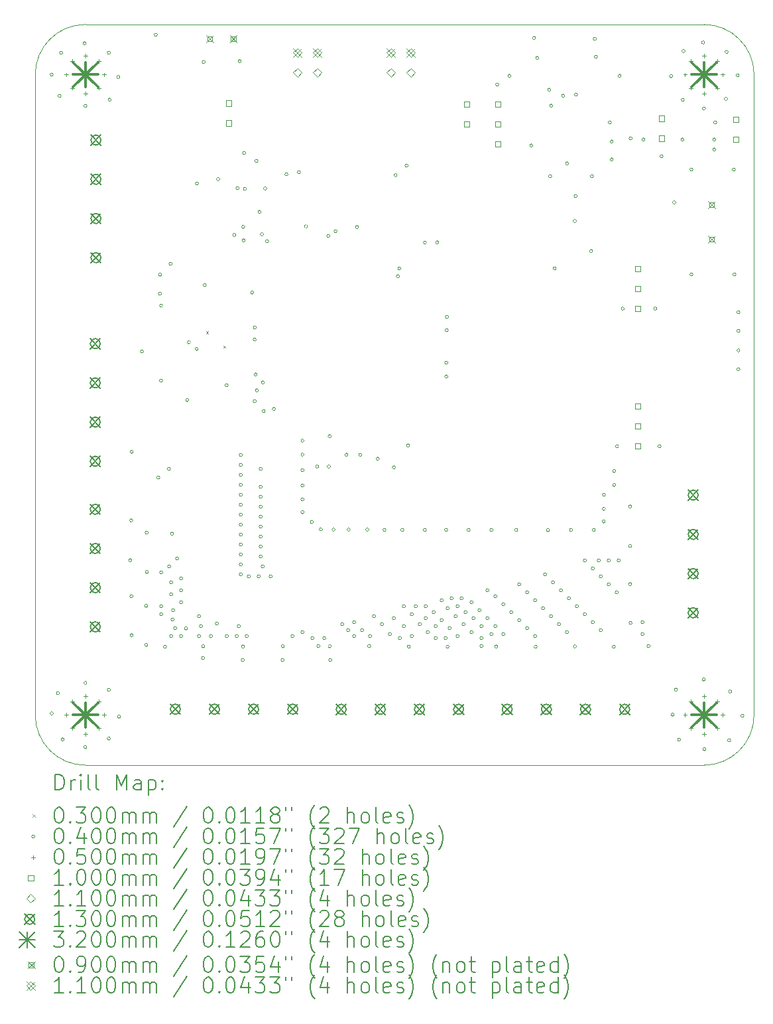
<source format=gbr>
%TF.GenerationSoftware,KiCad,Pcbnew,7.0.7*%
%TF.CreationDate,2024-06-14T16:47:38-05:00*%
%TF.ProjectId,Rev2.2,52657632-2e32-42e6-9b69-6361645f7063,rev?*%
%TF.SameCoordinates,Original*%
%TF.FileFunction,Drillmap*%
%TF.FilePolarity,Positive*%
%FSLAX45Y45*%
G04 Gerber Fmt 4.5, Leading zero omitted, Abs format (unit mm)*
G04 Created by KiCad (PCBNEW 7.0.7) date 2024-06-14 16:47:38*
%MOMM*%
%LPD*%
G01*
G04 APERTURE LIST*
%ADD10C,0.100000*%
%ADD11C,0.200000*%
%ADD12C,0.030000*%
%ADD13C,0.040000*%
%ADD14C,0.050000*%
%ADD15C,0.110000*%
%ADD16C,0.130000*%
%ADD17C,0.320000*%
%ADD18C,0.090000*%
G04 APERTURE END LIST*
D10*
X18640000Y-15260000D02*
G75*
G03*
X19280000Y-14620000I0J640000D01*
G01*
X10100000Y-6450000D02*
X10100000Y-14620000D01*
X10100000Y-14620000D02*
G75*
G03*
X10740000Y-15260000I640000J0D01*
G01*
X19280000Y-6450000D02*
G75*
G03*
X18640000Y-5810000I-640000J0D01*
G01*
X10740000Y-5810000D02*
G75*
G03*
X10100000Y-6450000I0J-640000D01*
G01*
X19280000Y-14620000D02*
X19280000Y-6450000D01*
X10740000Y-15260000D02*
X18640000Y-15260000D01*
X18640000Y-5810000D02*
X10740000Y-5810000D01*
D11*
D12*
X12281466Y-9726034D02*
X12311466Y-9756034D01*
X12311466Y-9726034D02*
X12281466Y-9756034D01*
X12500000Y-9907450D02*
X12530000Y-9937450D01*
X12530000Y-9907450D02*
X12500000Y-9937450D01*
D13*
X10330000Y-6450000D02*
G75*
G03*
X10330000Y-6450000I-20000J0D01*
G01*
X10330000Y-14600000D02*
G75*
G03*
X10330000Y-14600000I-20000J0D01*
G01*
X10410000Y-14340000D02*
G75*
G03*
X10410000Y-14340000I-20000J0D01*
G01*
X10430000Y-6720000D02*
G75*
G03*
X10430000Y-6720000I-20000J0D01*
G01*
X10450000Y-6170000D02*
G75*
G03*
X10450000Y-6170000I-20000J0D01*
G01*
X10470000Y-14930000D02*
G75*
G03*
X10470000Y-14930000I-20000J0D01*
G01*
X10750000Y-6050000D02*
G75*
G03*
X10750000Y-6050000I-20000J0D01*
G01*
X10760000Y-6850000D02*
G75*
G03*
X10760000Y-6850000I-20000J0D01*
G01*
X10760000Y-14210000D02*
G75*
G03*
X10760000Y-14210000I-20000J0D01*
G01*
X10760000Y-15030000D02*
G75*
G03*
X10760000Y-15030000I-20000J0D01*
G01*
X11060000Y-6170000D02*
G75*
G03*
X11060000Y-6170000I-20000J0D01*
G01*
X11060000Y-14300000D02*
G75*
G03*
X11060000Y-14300000I-20000J0D01*
G01*
X11060000Y-14920000D02*
G75*
G03*
X11060000Y-14920000I-20000J0D01*
G01*
X11070000Y-6770000D02*
G75*
G03*
X11070000Y-6770000I-20000J0D01*
G01*
X11180000Y-6480000D02*
G75*
G03*
X11180000Y-6480000I-20000J0D01*
G01*
X11190000Y-14640000D02*
G75*
G03*
X11190000Y-14640000I-20000J0D01*
G01*
X11332500Y-12645000D02*
G75*
G03*
X11332500Y-12645000I-20000J0D01*
G01*
X11345000Y-12137500D02*
G75*
G03*
X11345000Y-12137500I-20000J0D01*
G01*
X11347500Y-13105000D02*
G75*
G03*
X11347500Y-13105000I-20000J0D01*
G01*
X11350000Y-13602500D02*
G75*
G03*
X11350000Y-13602500I-20000J0D01*
G01*
X11352500Y-11262500D02*
G75*
G03*
X11352500Y-11262500I-20000J0D01*
G01*
X11482850Y-9982200D02*
G75*
G03*
X11482850Y-9982200I-20000J0D01*
G01*
X11537500Y-13227500D02*
G75*
G03*
X11537500Y-13227500I-20000J0D01*
G01*
X11537500Y-13725000D02*
G75*
G03*
X11537500Y-13725000I-20000J0D01*
G01*
X11542500Y-12292500D02*
G75*
G03*
X11542500Y-12292500I-20000J0D01*
G01*
X11545000Y-12795000D02*
G75*
G03*
X11545000Y-12795000I-20000J0D01*
G01*
X11660000Y-5940000D02*
G75*
G03*
X11660000Y-5940000I-20000J0D01*
G01*
X11692500Y-11590000D02*
G75*
G03*
X11692500Y-11590000I-20000J0D01*
G01*
X11712500Y-9245000D02*
G75*
G03*
X11712500Y-9245000I-20000J0D01*
G01*
X11715000Y-9002500D02*
G75*
G03*
X11715000Y-9002500I-20000J0D01*
G01*
X11725000Y-10355000D02*
G75*
G03*
X11725000Y-10355000I-20000J0D01*
G01*
X11727500Y-9397500D02*
G75*
G03*
X11727500Y-9397500I-20000J0D01*
G01*
X11729400Y-12801600D02*
G75*
G03*
X11729400Y-12801600I-20000J0D01*
G01*
X11729400Y-13233400D02*
G75*
G03*
X11729400Y-13233400I-20000J0D01*
G01*
X11729400Y-13335000D02*
G75*
G03*
X11729400Y-13335000I-20000J0D01*
G01*
X11777500Y-13750000D02*
G75*
G03*
X11777500Y-13750000I-20000J0D01*
G01*
X11827150Y-11480800D02*
G75*
G03*
X11827150Y-11480800I-20000J0D01*
G01*
X11831000Y-12725400D02*
G75*
G03*
X11831000Y-12725400I-20000J0D01*
G01*
X11847500Y-8865000D02*
G75*
G03*
X11847500Y-8865000I-20000J0D01*
G01*
X11856400Y-12928600D02*
G75*
G03*
X11856400Y-12928600I-20000J0D01*
G01*
X11856400Y-13081000D02*
G75*
G03*
X11856400Y-13081000I-20000J0D01*
G01*
X11856400Y-13614400D02*
G75*
G03*
X11856400Y-13614400I-20000J0D01*
G01*
X11867500Y-12307500D02*
G75*
G03*
X11867500Y-12307500I-20000J0D01*
G01*
X11872500Y-13402500D02*
G75*
G03*
X11872500Y-13402500I-20000J0D01*
G01*
X11881800Y-13284200D02*
G75*
G03*
X11881800Y-13284200I-20000J0D01*
G01*
X11907200Y-13512800D02*
G75*
G03*
X11907200Y-13512800I-20000J0D01*
G01*
X11932600Y-12623800D02*
G75*
G03*
X11932600Y-12623800I-20000J0D01*
G01*
X11983400Y-12877800D02*
G75*
G03*
X11983400Y-12877800I-20000J0D01*
G01*
X11983400Y-13030200D02*
G75*
G03*
X11983400Y-13030200I-20000J0D01*
G01*
X11983400Y-13182600D02*
G75*
G03*
X11983400Y-13182600I-20000J0D01*
G01*
X11983400Y-13614400D02*
G75*
G03*
X11983400Y-13614400I-20000J0D01*
G01*
X12044650Y-13512800D02*
G75*
G03*
X12044650Y-13512800I-20000J0D01*
G01*
X12059600Y-10601960D02*
G75*
G03*
X12059600Y-10601960I-20000J0D01*
G01*
X12082177Y-9865323D02*
G75*
G03*
X12082177Y-9865323I-20000J0D01*
G01*
X12182500Y-9950000D02*
G75*
G03*
X12182500Y-9950000I-20000J0D01*
G01*
X12185000Y-7837500D02*
G75*
G03*
X12185000Y-7837500I-20000J0D01*
G01*
X12212000Y-13360400D02*
G75*
G03*
X12212000Y-13360400I-20000J0D01*
G01*
X12212000Y-13614400D02*
G75*
G03*
X12212000Y-13614400I-20000J0D01*
G01*
X12237400Y-13487400D02*
G75*
G03*
X12237400Y-13487400I-20000J0D01*
G01*
X12262800Y-13893800D02*
G75*
G03*
X12262800Y-13893800I-20000J0D01*
G01*
X12265000Y-13742500D02*
G75*
G03*
X12265000Y-13742500I-20000J0D01*
G01*
X12270000Y-6290000D02*
G75*
G03*
X12270000Y-6290000I-20000J0D01*
G01*
X12285000Y-9132500D02*
G75*
G03*
X12285000Y-9132500I-20000J0D01*
G01*
X12364400Y-13614400D02*
G75*
G03*
X12364400Y-13614400I-20000J0D01*
G01*
X12440600Y-13451840D02*
G75*
G03*
X12440600Y-13451840I-20000J0D01*
G01*
X12455050Y-7782508D02*
G75*
G03*
X12455050Y-7782508I-20000J0D01*
G01*
X12564433Y-10412030D02*
G75*
G03*
X12564433Y-10412030I-20000J0D01*
G01*
X12567600Y-13614400D02*
G75*
G03*
X12567600Y-13614400I-20000J0D01*
G01*
X12662500Y-8495000D02*
G75*
G03*
X12662500Y-8495000I-20000J0D01*
G01*
X12694600Y-13614400D02*
G75*
G03*
X12694600Y-13614400I-20000J0D01*
G01*
X12702450Y-7900000D02*
G75*
G03*
X12702450Y-7900000I-20000J0D01*
G01*
X12720000Y-13487400D02*
G75*
G03*
X12720000Y-13487400I-20000J0D01*
G01*
X12730000Y-6277500D02*
G75*
G03*
X12730000Y-6277500I-20000J0D01*
G01*
X12745400Y-11303000D02*
G75*
G03*
X12745400Y-11303000I-20000J0D01*
G01*
X12745400Y-11430000D02*
G75*
G03*
X12745400Y-11430000I-20000J0D01*
G01*
X12745400Y-11557000D02*
G75*
G03*
X12745400Y-11557000I-20000J0D01*
G01*
X12745400Y-11684000D02*
G75*
G03*
X12745400Y-11684000I-20000J0D01*
G01*
X12745400Y-11811000D02*
G75*
G03*
X12745400Y-11811000I-20000J0D01*
G01*
X12745400Y-11938000D02*
G75*
G03*
X12745400Y-11938000I-20000J0D01*
G01*
X12745400Y-12065000D02*
G75*
G03*
X12745400Y-12065000I-20000J0D01*
G01*
X12745400Y-12192000D02*
G75*
G03*
X12745400Y-12192000I-20000J0D01*
G01*
X12745400Y-12319000D02*
G75*
G03*
X12745400Y-12319000I-20000J0D01*
G01*
X12745400Y-12446000D02*
G75*
G03*
X12745400Y-12446000I-20000J0D01*
G01*
X12745400Y-12573000D02*
G75*
G03*
X12745400Y-12573000I-20000J0D01*
G01*
X12745400Y-12700000D02*
G75*
G03*
X12745400Y-12700000I-20000J0D01*
G01*
X12745400Y-12827000D02*
G75*
G03*
X12745400Y-12827000I-20000J0D01*
G01*
X12770800Y-13919200D02*
G75*
G03*
X12770800Y-13919200I-20000J0D01*
G01*
X12772500Y-13745000D02*
G75*
G03*
X12772500Y-13745000I-20000J0D01*
G01*
X12775880Y-8392160D02*
G75*
G03*
X12775880Y-8392160I-20000J0D01*
G01*
X12782500Y-8565000D02*
G75*
G03*
X12782500Y-8565000I-20000J0D01*
G01*
X12787500Y-7450000D02*
G75*
G03*
X12787500Y-7450000I-20000J0D01*
G01*
X12796931Y-7905569D02*
G75*
G03*
X12796931Y-7905569I-20000J0D01*
G01*
X12821600Y-13614400D02*
G75*
G03*
X12821600Y-13614400I-20000J0D01*
G01*
X12847000Y-12852400D02*
G75*
G03*
X12847000Y-12852400I-20000J0D01*
G01*
X12890000Y-9230000D02*
G75*
G03*
X12890000Y-9230000I-20000J0D01*
G01*
X12921727Y-9829800D02*
G75*
G03*
X12921727Y-9829800I-20000J0D01*
G01*
X12923200Y-10617200D02*
G75*
G03*
X12923200Y-10617200I-20000J0D01*
G01*
X12923975Y-9677400D02*
G75*
G03*
X12923975Y-9677400I-20000J0D01*
G01*
X12935900Y-10274300D02*
G75*
G03*
X12935900Y-10274300I-20000J0D01*
G01*
X12945000Y-7550000D02*
G75*
G03*
X12945000Y-7550000I-20000J0D01*
G01*
X12948600Y-10477500D02*
G75*
G03*
X12948600Y-10477500I-20000J0D01*
G01*
X12974000Y-12852400D02*
G75*
G03*
X12974000Y-12852400I-20000J0D01*
G01*
X12982500Y-8200000D02*
G75*
G03*
X12982500Y-8200000I-20000J0D01*
G01*
X12999400Y-11480800D02*
G75*
G03*
X12999400Y-11480800I-20000J0D01*
G01*
X12999400Y-11709400D02*
G75*
G03*
X12999400Y-11709400I-20000J0D01*
G01*
X12999400Y-11836400D02*
G75*
G03*
X12999400Y-11836400I-20000J0D01*
G01*
X12999400Y-11963400D02*
G75*
G03*
X12999400Y-11963400I-20000J0D01*
G01*
X12999400Y-12090400D02*
G75*
G03*
X12999400Y-12090400I-20000J0D01*
G01*
X12999400Y-12217400D02*
G75*
G03*
X12999400Y-12217400I-20000J0D01*
G01*
X12999400Y-12344400D02*
G75*
G03*
X12999400Y-12344400I-20000J0D01*
G01*
X12999400Y-12471400D02*
G75*
G03*
X12999400Y-12471400I-20000J0D01*
G01*
X12999400Y-12598400D02*
G75*
G03*
X12999400Y-12598400I-20000J0D01*
G01*
X13015000Y-8487500D02*
G75*
G03*
X13015000Y-8487500I-20000J0D01*
G01*
X13024800Y-10375900D02*
G75*
G03*
X13024800Y-10375900I-20000J0D01*
G01*
X13024800Y-12725400D02*
G75*
G03*
X13024800Y-12725400I-20000J0D01*
G01*
X13036736Y-10741736D02*
G75*
G03*
X13036736Y-10741736I-20000J0D01*
G01*
X13057500Y-7902500D02*
G75*
G03*
X13057500Y-7902500I-20000J0D01*
G01*
X13080050Y-8575000D02*
G75*
G03*
X13080050Y-8575000I-20000J0D01*
G01*
X13126400Y-12852400D02*
G75*
G03*
X13126400Y-12852400I-20000J0D01*
G01*
X13167500Y-10715000D02*
G75*
G03*
X13167500Y-10715000I-20000J0D01*
G01*
X13278800Y-13919200D02*
G75*
G03*
X13278800Y-13919200I-20000J0D01*
G01*
X13282500Y-13742500D02*
G75*
G03*
X13282500Y-13742500I-20000J0D01*
G01*
X13327500Y-7722500D02*
G75*
G03*
X13327500Y-7722500I-20000J0D01*
G01*
X13405800Y-13614400D02*
G75*
G03*
X13405800Y-13614400I-20000J0D01*
G01*
X13486000Y-7696200D02*
G75*
G03*
X13486000Y-7696200I-20000J0D01*
G01*
X13532500Y-11120000D02*
G75*
G03*
X13532500Y-11120000I-20000J0D01*
G01*
X13532500Y-11297500D02*
G75*
G03*
X13532500Y-11297500I-20000J0D01*
G01*
X13532500Y-11497500D02*
G75*
G03*
X13532500Y-11497500I-20000J0D01*
G01*
X13532500Y-11690000D02*
G75*
G03*
X13532500Y-11690000I-20000J0D01*
G01*
X13532500Y-11870000D02*
G75*
G03*
X13532500Y-11870000I-20000J0D01*
G01*
X13532500Y-12032500D02*
G75*
G03*
X13532500Y-12032500I-20000J0D01*
G01*
X13532800Y-13563600D02*
G75*
G03*
X13532800Y-13563600I-20000J0D01*
G01*
X13577500Y-8385000D02*
G75*
G03*
X13577500Y-8385000I-20000J0D01*
G01*
X13652500Y-12157500D02*
G75*
G03*
X13652500Y-12157500I-20000J0D01*
G01*
X13659800Y-13639800D02*
G75*
G03*
X13659800Y-13639800I-20000J0D01*
G01*
X13720000Y-11450000D02*
G75*
G03*
X13720000Y-11450000I-20000J0D01*
G01*
X13736000Y-13741400D02*
G75*
G03*
X13736000Y-13741400I-20000J0D01*
G01*
X13767500Y-12252500D02*
G75*
G03*
X13767500Y-12252500I-20000J0D01*
G01*
X13810662Y-13639788D02*
G75*
G03*
X13810662Y-13639788I-20000J0D01*
G01*
X13863000Y-8509000D02*
G75*
G03*
X13863000Y-8509000I-20000J0D01*
G01*
X13870000Y-11450000D02*
G75*
G03*
X13870000Y-11450000I-20000J0D01*
G01*
X13880000Y-11062500D02*
G75*
G03*
X13880000Y-11062500I-20000J0D01*
G01*
X13880000Y-13742500D02*
G75*
G03*
X13880000Y-13742500I-20000J0D01*
G01*
X13888400Y-13919200D02*
G75*
G03*
X13888400Y-13919200I-20000J0D01*
G01*
X13930000Y-12255000D02*
G75*
G03*
X13930000Y-12255000I-20000J0D01*
G01*
X13954440Y-8448040D02*
G75*
G03*
X13954440Y-8448040I-20000J0D01*
G01*
X14040800Y-13462000D02*
G75*
G03*
X14040800Y-13462000I-20000J0D01*
G01*
X14095000Y-11300000D02*
G75*
G03*
X14095000Y-11300000I-20000J0D01*
G01*
X14117000Y-13538200D02*
G75*
G03*
X14117000Y-13538200I-20000J0D01*
G01*
X14122500Y-12255000D02*
G75*
G03*
X14122500Y-12255000I-20000J0D01*
G01*
X14193200Y-13436600D02*
G75*
G03*
X14193200Y-13436600I-20000J0D01*
G01*
X14193200Y-13614400D02*
G75*
G03*
X14193200Y-13614400I-20000J0D01*
G01*
X14230000Y-8395000D02*
G75*
G03*
X14230000Y-8395000I-20000J0D01*
G01*
X14270000Y-11300000D02*
G75*
G03*
X14270000Y-11300000I-20000J0D01*
G01*
X14294800Y-13538200D02*
G75*
G03*
X14294800Y-13538200I-20000J0D01*
G01*
X14360000Y-12255000D02*
G75*
G03*
X14360000Y-12255000I-20000J0D01*
G01*
X14385000Y-13740000D02*
G75*
G03*
X14385000Y-13740000I-20000J0D01*
G01*
X14396400Y-13614400D02*
G75*
G03*
X14396400Y-13614400I-20000J0D01*
G01*
X14447200Y-13360400D02*
G75*
G03*
X14447200Y-13360400I-20000J0D01*
G01*
X14495000Y-11350000D02*
G75*
G03*
X14495000Y-11350000I-20000J0D01*
G01*
X14548800Y-13462000D02*
G75*
G03*
X14548800Y-13462000I-20000J0D01*
G01*
X14580000Y-12257500D02*
G75*
G03*
X14580000Y-12257500I-20000J0D01*
G01*
X14650400Y-13589000D02*
G75*
G03*
X14650400Y-13589000I-20000J0D01*
G01*
X14700000Y-11460000D02*
G75*
G03*
X14700000Y-11460000I-20000J0D01*
G01*
X14701200Y-13385800D02*
G75*
G03*
X14701200Y-13385800I-20000J0D01*
G01*
X14722500Y-7732500D02*
G75*
G03*
X14722500Y-7732500I-20000J0D01*
G01*
X14752000Y-9022080D02*
G75*
G03*
X14752000Y-9022080I-20000J0D01*
G01*
X14769740Y-8923717D02*
G75*
G03*
X14769740Y-8923717I-20000J0D01*
G01*
X14777400Y-13639800D02*
G75*
G03*
X14777400Y-13639800I-20000J0D01*
G01*
X14807500Y-12257500D02*
G75*
G03*
X14807500Y-12257500I-20000J0D01*
G01*
X14828200Y-13233400D02*
G75*
G03*
X14828200Y-13233400I-20000J0D01*
G01*
X14828200Y-13487400D02*
G75*
G03*
X14828200Y-13487400I-20000J0D01*
G01*
X14862500Y-7610000D02*
G75*
G03*
X14862500Y-7610000I-20000J0D01*
G01*
X14882500Y-11180000D02*
G75*
G03*
X14882500Y-11180000I-20000J0D01*
G01*
X14890000Y-13747500D02*
G75*
G03*
X14890000Y-13747500I-20000J0D01*
G01*
X14929800Y-13335000D02*
G75*
G03*
X14929800Y-13335000I-20000J0D01*
G01*
X14929800Y-13614400D02*
G75*
G03*
X14929800Y-13614400I-20000J0D01*
G01*
X14980600Y-13233400D02*
G75*
G03*
X14980600Y-13233400I-20000J0D01*
G01*
X15031400Y-13462000D02*
G75*
G03*
X15031400Y-13462000I-20000J0D01*
G01*
X15095000Y-12257500D02*
G75*
G03*
X15095000Y-12257500I-20000J0D01*
G01*
X15097500Y-8592500D02*
G75*
G03*
X15097500Y-8592500I-20000J0D01*
G01*
X15107600Y-13233400D02*
G75*
G03*
X15107600Y-13233400I-20000J0D01*
G01*
X15107600Y-13385800D02*
G75*
G03*
X15107600Y-13385800I-20000J0D01*
G01*
X15133000Y-13563600D02*
G75*
G03*
X15133000Y-13563600I-20000J0D01*
G01*
X15209200Y-13309600D02*
G75*
G03*
X15209200Y-13309600I-20000J0D01*
G01*
X15234600Y-13487400D02*
G75*
G03*
X15234600Y-13487400I-20000J0D01*
G01*
X15234600Y-13639800D02*
G75*
G03*
X15234600Y-13639800I-20000J0D01*
G01*
X15254920Y-8590280D02*
G75*
G03*
X15254920Y-8590280I-20000J0D01*
G01*
X15310800Y-13157200D02*
G75*
G03*
X15310800Y-13157200I-20000J0D01*
G01*
X15310800Y-13411200D02*
G75*
G03*
X15310800Y-13411200I-20000J0D01*
G01*
X15361600Y-13639800D02*
G75*
G03*
X15361600Y-13639800I-20000J0D01*
G01*
X15367500Y-12257500D02*
G75*
G03*
X15367500Y-12257500I-20000J0D01*
G01*
X15370000Y-10125000D02*
G75*
G03*
X15370000Y-10125000I-20000J0D01*
G01*
X15370000Y-10300000D02*
G75*
G03*
X15370000Y-10300000I-20000J0D01*
G01*
X15375000Y-9710000D02*
G75*
G03*
X15375000Y-9710000I-20000J0D01*
G01*
X15377500Y-9540000D02*
G75*
G03*
X15377500Y-9540000I-20000J0D01*
G01*
X15385000Y-13747500D02*
G75*
G03*
X15385000Y-13747500I-20000J0D01*
G01*
X15387000Y-13258800D02*
G75*
G03*
X15387000Y-13258800I-20000J0D01*
G01*
X15412400Y-13512800D02*
G75*
G03*
X15412400Y-13512800I-20000J0D01*
G01*
X15437800Y-13131800D02*
G75*
G03*
X15437800Y-13131800I-20000J0D01*
G01*
X15488600Y-13360400D02*
G75*
G03*
X15488600Y-13360400I-20000J0D01*
G01*
X15514000Y-13233400D02*
G75*
G03*
X15514000Y-13233400I-20000J0D01*
G01*
X15514000Y-13614400D02*
G75*
G03*
X15514000Y-13614400I-20000J0D01*
G01*
X15564800Y-13131800D02*
G75*
G03*
X15564800Y-13131800I-20000J0D01*
G01*
X15590200Y-13462000D02*
G75*
G03*
X15590200Y-13462000I-20000J0D01*
G01*
X15615600Y-13309600D02*
G75*
G03*
X15615600Y-13309600I-20000J0D01*
G01*
X15655000Y-12257500D02*
G75*
G03*
X15655000Y-12257500I-20000J0D01*
G01*
X15691800Y-13182600D02*
G75*
G03*
X15691800Y-13182600I-20000J0D01*
G01*
X15691800Y-13563600D02*
G75*
G03*
X15691800Y-13563600I-20000J0D01*
G01*
X15717200Y-13385800D02*
G75*
G03*
X15717200Y-13385800I-20000J0D01*
G01*
X15793400Y-13284200D02*
G75*
G03*
X15793400Y-13284200I-20000J0D01*
G01*
X15818800Y-13487400D02*
G75*
G03*
X15818800Y-13487400I-20000J0D01*
G01*
X15818800Y-13639800D02*
G75*
G03*
X15818800Y-13639800I-20000J0D01*
G01*
X15818800Y-13741400D02*
G75*
G03*
X15818800Y-13741400I-20000J0D01*
G01*
X15895000Y-13030200D02*
G75*
G03*
X15895000Y-13030200I-20000J0D01*
G01*
X15895000Y-13385800D02*
G75*
G03*
X15895000Y-13385800I-20000J0D01*
G01*
X15945000Y-12257500D02*
G75*
G03*
X15945000Y-12257500I-20000J0D01*
G01*
X15945800Y-13589000D02*
G75*
G03*
X15945800Y-13589000I-20000J0D01*
G01*
X15996600Y-13106400D02*
G75*
G03*
X15996600Y-13106400I-20000J0D01*
G01*
X15996600Y-13487400D02*
G75*
G03*
X15996600Y-13487400I-20000J0D01*
G01*
X16007500Y-13745000D02*
G75*
G03*
X16007500Y-13745000I-20000J0D01*
G01*
X16020000Y-6575000D02*
G75*
G03*
X16020000Y-6575000I-20000J0D01*
G01*
X16098200Y-13208000D02*
G75*
G03*
X16098200Y-13208000I-20000J0D01*
G01*
X16098200Y-13589000D02*
G75*
G03*
X16098200Y-13589000I-20000J0D01*
G01*
X16174400Y-6464300D02*
G75*
G03*
X16174400Y-6464300I-20000J0D01*
G01*
X16199800Y-13309600D02*
G75*
G03*
X16199800Y-13309600I-20000J0D01*
G01*
X16262500Y-12257500D02*
G75*
G03*
X16262500Y-12257500I-20000J0D01*
G01*
X16301400Y-12954000D02*
G75*
G03*
X16301400Y-12954000I-20000J0D01*
G01*
X16301400Y-13411200D02*
G75*
G03*
X16301400Y-13411200I-20000J0D01*
G01*
X16403000Y-13055600D02*
G75*
G03*
X16403000Y-13055600I-20000J0D01*
G01*
X16403000Y-13512800D02*
G75*
G03*
X16403000Y-13512800I-20000J0D01*
G01*
X16453800Y-7353300D02*
G75*
G03*
X16453800Y-7353300I-20000J0D01*
G01*
X16491900Y-5981700D02*
G75*
G03*
X16491900Y-5981700I-20000J0D01*
G01*
X16504600Y-13157200D02*
G75*
G03*
X16504600Y-13157200I-20000J0D01*
G01*
X16504600Y-13614400D02*
G75*
G03*
X16504600Y-13614400I-20000J0D01*
G01*
X16510000Y-13750000D02*
G75*
G03*
X16510000Y-13750000I-20000J0D01*
G01*
X16530000Y-6235700D02*
G75*
G03*
X16530000Y-6235700I-20000J0D01*
G01*
X16606200Y-13258800D02*
G75*
G03*
X16606200Y-13258800I-20000J0D01*
G01*
X16631600Y-12827000D02*
G75*
G03*
X16631600Y-12827000I-20000J0D01*
G01*
X16667500Y-12262500D02*
G75*
G03*
X16667500Y-12262500I-20000J0D01*
G01*
X16682400Y-6642100D02*
G75*
G03*
X16682400Y-6642100I-20000J0D01*
G01*
X16695100Y-7747000D02*
G75*
G03*
X16695100Y-7747000I-20000J0D01*
G01*
X16707800Y-6845300D02*
G75*
G03*
X16707800Y-6845300I-20000J0D01*
G01*
X16707800Y-13360400D02*
G75*
G03*
X16707800Y-13360400I-20000J0D01*
G01*
X16733200Y-12928600D02*
G75*
G03*
X16733200Y-12928600I-20000J0D01*
G01*
X16752500Y-8922500D02*
G75*
G03*
X16752500Y-8922500I-20000J0D01*
G01*
X16809400Y-13462000D02*
G75*
G03*
X16809400Y-13462000I-20000J0D01*
G01*
X16834800Y-13030200D02*
G75*
G03*
X16834800Y-13030200I-20000J0D01*
G01*
X16860200Y-6718300D02*
G75*
G03*
X16860200Y-6718300I-20000J0D01*
G01*
X16911000Y-7581900D02*
G75*
G03*
X16911000Y-7581900I-20000J0D01*
G01*
X16911000Y-13563600D02*
G75*
G03*
X16911000Y-13563600I-20000J0D01*
G01*
X16936400Y-13131800D02*
G75*
G03*
X16936400Y-13131800I-20000J0D01*
G01*
X16962500Y-12260000D02*
G75*
G03*
X16962500Y-12260000I-20000J0D01*
G01*
X17010000Y-8317500D02*
G75*
G03*
X17010000Y-8317500I-20000J0D01*
G01*
X17012500Y-13745000D02*
G75*
G03*
X17012500Y-13745000I-20000J0D01*
G01*
X17020000Y-8000000D02*
G75*
G03*
X17020000Y-8000000I-20000J0D01*
G01*
X17025300Y-6705600D02*
G75*
G03*
X17025300Y-6705600I-20000J0D01*
G01*
X17038000Y-13233400D02*
G75*
G03*
X17038000Y-13233400I-20000J0D01*
G01*
X17139600Y-12649200D02*
G75*
G03*
X17139600Y-12649200I-20000J0D01*
G01*
X17139600Y-13335000D02*
G75*
G03*
X17139600Y-13335000I-20000J0D01*
G01*
X17220000Y-8700000D02*
G75*
G03*
X17220000Y-8700000I-20000J0D01*
G01*
X17228500Y-7747000D02*
G75*
G03*
X17228500Y-7747000I-20000J0D01*
G01*
X17241200Y-12750800D02*
G75*
G03*
X17241200Y-12750800I-20000J0D01*
G01*
X17241200Y-13436600D02*
G75*
G03*
X17241200Y-13436600I-20000J0D01*
G01*
X17252500Y-12257500D02*
G75*
G03*
X17252500Y-12257500I-20000J0D01*
G01*
X17266600Y-5994400D02*
G75*
G03*
X17266600Y-5994400I-20000J0D01*
G01*
X17279300Y-6223000D02*
G75*
G03*
X17279300Y-6223000I-20000J0D01*
G01*
X17317400Y-12649200D02*
G75*
G03*
X17317400Y-12649200I-20000J0D01*
G01*
X17342800Y-12852400D02*
G75*
G03*
X17342800Y-12852400I-20000J0D01*
G01*
X17342800Y-13538200D02*
G75*
G03*
X17342800Y-13538200I-20000J0D01*
G01*
X17380000Y-12150000D02*
G75*
G03*
X17380000Y-12150000I-20000J0D01*
G01*
X17382500Y-11807500D02*
G75*
G03*
X17382500Y-11807500I-20000J0D01*
G01*
X17382500Y-11990000D02*
G75*
G03*
X17382500Y-11990000I-20000J0D01*
G01*
X17444400Y-12649200D02*
G75*
G03*
X17444400Y-12649200I-20000J0D01*
G01*
X17444400Y-12954000D02*
G75*
G03*
X17444400Y-12954000I-20000J0D01*
G01*
X17457100Y-7061200D02*
G75*
G03*
X17457100Y-7061200I-20000J0D01*
G01*
X17482500Y-7302500D02*
G75*
G03*
X17482500Y-7302500I-20000J0D01*
G01*
X17482500Y-7531100D02*
G75*
G03*
X17482500Y-7531100I-20000J0D01*
G01*
X17507500Y-13747500D02*
G75*
G03*
X17507500Y-13747500I-20000J0D01*
G01*
X17512500Y-11507500D02*
G75*
G03*
X17512500Y-11507500I-20000J0D01*
G01*
X17512500Y-11685000D02*
G75*
G03*
X17512500Y-11685000I-20000J0D01*
G01*
X17546000Y-13055600D02*
G75*
G03*
X17546000Y-13055600I-20000J0D01*
G01*
X17550000Y-11190000D02*
G75*
G03*
X17550000Y-11190000I-20000J0D01*
G01*
X17571400Y-12649200D02*
G75*
G03*
X17571400Y-12649200I-20000J0D01*
G01*
X17584100Y-6464300D02*
G75*
G03*
X17584100Y-6464300I-20000J0D01*
G01*
X17622500Y-9435000D02*
G75*
G03*
X17622500Y-9435000I-20000J0D01*
G01*
X17717500Y-11960000D02*
G75*
G03*
X17717500Y-11960000I-20000J0D01*
G01*
X17717500Y-12462500D02*
G75*
G03*
X17717500Y-12462500I-20000J0D01*
G01*
X17717500Y-12950000D02*
G75*
G03*
X17717500Y-12950000I-20000J0D01*
G01*
X17722500Y-13445000D02*
G75*
G03*
X17722500Y-13445000I-20000J0D01*
G01*
X17723800Y-7264400D02*
G75*
G03*
X17723800Y-7264400I-20000J0D01*
G01*
X17876200Y-13436600D02*
G75*
G03*
X17876200Y-13436600I-20000J0D01*
G01*
X17876200Y-13589000D02*
G75*
G03*
X17876200Y-13589000I-20000J0D01*
G01*
X17888900Y-7277100D02*
G75*
G03*
X17888900Y-7277100I-20000J0D01*
G01*
X17952400Y-13741400D02*
G75*
G03*
X17952400Y-13741400I-20000J0D01*
G01*
X18037500Y-9435000D02*
G75*
G03*
X18037500Y-9435000I-20000J0D01*
G01*
X18092500Y-11192500D02*
G75*
G03*
X18092500Y-11192500I-20000J0D01*
G01*
X18117500Y-7493000D02*
G75*
G03*
X18117500Y-7493000I-20000J0D01*
G01*
X18240000Y-6470000D02*
G75*
G03*
X18240000Y-6470000I-20000J0D01*
G01*
X18260000Y-14615000D02*
G75*
G03*
X18260000Y-14615000I-20000J0D01*
G01*
X18280000Y-8080000D02*
G75*
G03*
X18280000Y-8080000I-20000J0D01*
G01*
X18302500Y-14295000D02*
G75*
G03*
X18302500Y-14295000I-20000J0D01*
G01*
X18342500Y-14932500D02*
G75*
G03*
X18342500Y-14932500I-20000J0D01*
G01*
X18384200Y-7277100D02*
G75*
G03*
X18384200Y-7277100I-20000J0D01*
G01*
X18390000Y-6770000D02*
G75*
G03*
X18390000Y-6770000I-20000J0D01*
G01*
X18400000Y-6150000D02*
G75*
G03*
X18400000Y-6150000I-20000J0D01*
G01*
X18500000Y-7660000D02*
G75*
G03*
X18500000Y-7660000I-20000J0D01*
G01*
X18500000Y-9000000D02*
G75*
G03*
X18500000Y-9000000I-20000J0D01*
G01*
X18650000Y-6040000D02*
G75*
G03*
X18650000Y-6040000I-20000J0D01*
G01*
X18657500Y-14167500D02*
G75*
G03*
X18657500Y-14167500I-20000J0D01*
G01*
X18660000Y-6880000D02*
G75*
G03*
X18660000Y-6880000I-20000J0D01*
G01*
X18665000Y-15055000D02*
G75*
G03*
X18665000Y-15055000I-20000J0D01*
G01*
X18790600Y-7277100D02*
G75*
G03*
X18790600Y-7277100I-20000J0D01*
G01*
X18790600Y-7404100D02*
G75*
G03*
X18790600Y-7404100I-20000J0D01*
G01*
X18803300Y-7061200D02*
G75*
G03*
X18803300Y-7061200I-20000J0D01*
G01*
X18940000Y-6760000D02*
G75*
G03*
X18940000Y-6760000I-20000J0D01*
G01*
X18950000Y-6160000D02*
G75*
G03*
X18950000Y-6160000I-20000J0D01*
G01*
X18982500Y-14942500D02*
G75*
G03*
X18982500Y-14942500I-20000J0D01*
G01*
X18995000Y-14320000D02*
G75*
G03*
X18995000Y-14320000I-20000J0D01*
G01*
X19040000Y-7660000D02*
G75*
G03*
X19040000Y-7660000I-20000J0D01*
G01*
X19050000Y-9000000D02*
G75*
G03*
X19050000Y-9000000I-20000J0D01*
G01*
X19090000Y-6460000D02*
G75*
G03*
X19090000Y-6460000I-20000J0D01*
G01*
X19100000Y-9482500D02*
G75*
G03*
X19100000Y-9482500I-20000J0D01*
G01*
X19100000Y-9717500D02*
G75*
G03*
X19100000Y-9717500I-20000J0D01*
G01*
X19100000Y-9967500D02*
G75*
G03*
X19100000Y-9967500I-20000J0D01*
G01*
X19100000Y-10207500D02*
G75*
G03*
X19100000Y-10207500I-20000J0D01*
G01*
X19150000Y-14630000D02*
G75*
G03*
X19150000Y-14630000I-20000J0D01*
G01*
D14*
X10500000Y-6425000D02*
X10500000Y-6475000D01*
X10475000Y-6450000D02*
X10525000Y-6450000D01*
X10500000Y-14595000D02*
X10500000Y-14645000D01*
X10475000Y-14620000D02*
X10525000Y-14620000D01*
X10570294Y-6255294D02*
X10570294Y-6305294D01*
X10545294Y-6280294D02*
X10595294Y-6280294D01*
X10570294Y-6594706D02*
X10570294Y-6644706D01*
X10545294Y-6619706D02*
X10595294Y-6619706D01*
X10570294Y-14425294D02*
X10570294Y-14475294D01*
X10545294Y-14450294D02*
X10595294Y-14450294D01*
X10570294Y-14764706D02*
X10570294Y-14814706D01*
X10545294Y-14789706D02*
X10595294Y-14789706D01*
X10740000Y-6185000D02*
X10740000Y-6235000D01*
X10715000Y-6210000D02*
X10765000Y-6210000D01*
X10740000Y-6665000D02*
X10740000Y-6715000D01*
X10715000Y-6690000D02*
X10765000Y-6690000D01*
X10740000Y-14355000D02*
X10740000Y-14405000D01*
X10715000Y-14380000D02*
X10765000Y-14380000D01*
X10740000Y-14835000D02*
X10740000Y-14885000D01*
X10715000Y-14860000D02*
X10765000Y-14860000D01*
X10909706Y-6255294D02*
X10909706Y-6305294D01*
X10884706Y-6280294D02*
X10934706Y-6280294D01*
X10909706Y-6594706D02*
X10909706Y-6644706D01*
X10884706Y-6619706D02*
X10934706Y-6619706D01*
X10909706Y-14425294D02*
X10909706Y-14475294D01*
X10884706Y-14450294D02*
X10934706Y-14450294D01*
X10909706Y-14764706D02*
X10909706Y-14814706D01*
X10884706Y-14789706D02*
X10934706Y-14789706D01*
X10980000Y-6425000D02*
X10980000Y-6475000D01*
X10955000Y-6450000D02*
X11005000Y-6450000D01*
X10980000Y-14595000D02*
X10980000Y-14645000D01*
X10955000Y-14620000D02*
X11005000Y-14620000D01*
X18400000Y-6425000D02*
X18400000Y-6475000D01*
X18375000Y-6450000D02*
X18425000Y-6450000D01*
X18400000Y-14595000D02*
X18400000Y-14645000D01*
X18375000Y-14620000D02*
X18425000Y-14620000D01*
X18470294Y-6255294D02*
X18470294Y-6305294D01*
X18445294Y-6280294D02*
X18495294Y-6280294D01*
X18470294Y-6594706D02*
X18470294Y-6644706D01*
X18445294Y-6619706D02*
X18495294Y-6619706D01*
X18470294Y-14425294D02*
X18470294Y-14475294D01*
X18445294Y-14450294D02*
X18495294Y-14450294D01*
X18470294Y-14764706D02*
X18470294Y-14814706D01*
X18445294Y-14789706D02*
X18495294Y-14789706D01*
X18640000Y-6185000D02*
X18640000Y-6235000D01*
X18615000Y-6210000D02*
X18665000Y-6210000D01*
X18640000Y-6665000D02*
X18640000Y-6715000D01*
X18615000Y-6690000D02*
X18665000Y-6690000D01*
X18640000Y-14355000D02*
X18640000Y-14405000D01*
X18615000Y-14380000D02*
X18665000Y-14380000D01*
X18640000Y-14835000D02*
X18640000Y-14885000D01*
X18615000Y-14860000D02*
X18665000Y-14860000D01*
X18809706Y-6255294D02*
X18809706Y-6305294D01*
X18784706Y-6280294D02*
X18834706Y-6280294D01*
X18809706Y-6594706D02*
X18809706Y-6644706D01*
X18784706Y-6619706D02*
X18834706Y-6619706D01*
X18809706Y-14425294D02*
X18809706Y-14475294D01*
X18784706Y-14450294D02*
X18834706Y-14450294D01*
X18809706Y-14764706D02*
X18809706Y-14814706D01*
X18784706Y-14789706D02*
X18834706Y-14789706D01*
X18880000Y-6425000D02*
X18880000Y-6475000D01*
X18855000Y-6450000D02*
X18905000Y-6450000D01*
X18880000Y-14595000D02*
X18880000Y-14645000D01*
X18855000Y-14620000D02*
X18905000Y-14620000D01*
D10*
X12605356Y-6850356D02*
X12605356Y-6779644D01*
X12534644Y-6779644D01*
X12534644Y-6850356D01*
X12605356Y-6850356D01*
X12605356Y-7104356D02*
X12605356Y-7033644D01*
X12534644Y-7033644D01*
X12534644Y-7104356D01*
X12605356Y-7104356D01*
X15647856Y-6860356D02*
X15647856Y-6789644D01*
X15577144Y-6789644D01*
X15577144Y-6860356D01*
X15647856Y-6860356D01*
X15647856Y-7114356D02*
X15647856Y-7043644D01*
X15577144Y-7043644D01*
X15577144Y-7114356D01*
X15647856Y-7114356D01*
X16042856Y-6859856D02*
X16042856Y-6789144D01*
X15972144Y-6789144D01*
X15972144Y-6859856D01*
X16042856Y-6859856D01*
X16042856Y-7113856D02*
X16042856Y-7043144D01*
X15972144Y-7043144D01*
X15972144Y-7113856D01*
X16042856Y-7113856D01*
X16042856Y-7367856D02*
X16042856Y-7297144D01*
X15972144Y-7297144D01*
X15972144Y-7367856D01*
X16042856Y-7367856D01*
X17830356Y-8962356D02*
X17830356Y-8891644D01*
X17759644Y-8891644D01*
X17759644Y-8962356D01*
X17830356Y-8962356D01*
X17830356Y-9216356D02*
X17830356Y-9145644D01*
X17759644Y-9145644D01*
X17759644Y-9216356D01*
X17830356Y-9216356D01*
X17830356Y-9470356D02*
X17830356Y-9399644D01*
X17759644Y-9399644D01*
X17759644Y-9470356D01*
X17830356Y-9470356D01*
X17830356Y-10712356D02*
X17830356Y-10641644D01*
X17759644Y-10641644D01*
X17759644Y-10712356D01*
X17830356Y-10712356D01*
X17830356Y-10966356D02*
X17830356Y-10895644D01*
X17759644Y-10895644D01*
X17759644Y-10966356D01*
X17830356Y-10966356D01*
X17830356Y-11220356D02*
X17830356Y-11149644D01*
X17759644Y-11149644D01*
X17759644Y-11220356D01*
X17830356Y-11220356D01*
X18132856Y-7045756D02*
X18132856Y-6975044D01*
X18062144Y-6975044D01*
X18062144Y-7045756D01*
X18132856Y-7045756D01*
X18132856Y-7299756D02*
X18132856Y-7229044D01*
X18062144Y-7229044D01*
X18062144Y-7299756D01*
X18132856Y-7299756D01*
X19085356Y-7057956D02*
X19085356Y-6987244D01*
X19014644Y-6987244D01*
X19014644Y-7057956D01*
X19085356Y-7057956D01*
X19085356Y-7311956D02*
X19085356Y-7241244D01*
X19014644Y-7241244D01*
X19014644Y-7311956D01*
X19085356Y-7311956D01*
D15*
X13451000Y-6477500D02*
X13506000Y-6422500D01*
X13451000Y-6367500D01*
X13396000Y-6422500D01*
X13451000Y-6477500D01*
X13705000Y-6477500D02*
X13760000Y-6422500D01*
X13705000Y-6367500D01*
X13650000Y-6422500D01*
X13705000Y-6477500D01*
X14643000Y-6477500D02*
X14698000Y-6422500D01*
X14643000Y-6367500D01*
X14588000Y-6422500D01*
X14643000Y-6477500D01*
X14897000Y-6477500D02*
X14952000Y-6422500D01*
X14897000Y-6367500D01*
X14842000Y-6422500D01*
X14897000Y-6477500D01*
D16*
X10802500Y-9817500D02*
X10932500Y-9947500D01*
X10932500Y-9817500D02*
X10802500Y-9947500D01*
X10932500Y-9882500D02*
G75*
G03*
X10932500Y-9882500I-65000J0D01*
G01*
X10802500Y-10317500D02*
X10932500Y-10447500D01*
X10932500Y-10317500D02*
X10802500Y-10447500D01*
X10932500Y-10382500D02*
G75*
G03*
X10932500Y-10382500I-65000J0D01*
G01*
X10802500Y-10817500D02*
X10932500Y-10947500D01*
X10932500Y-10817500D02*
X10802500Y-10947500D01*
X10932500Y-10882500D02*
G75*
G03*
X10932500Y-10882500I-65000J0D01*
G01*
X10802500Y-11317500D02*
X10932500Y-11447500D01*
X10932500Y-11317500D02*
X10802500Y-11447500D01*
X10932500Y-11382500D02*
G75*
G03*
X10932500Y-11382500I-65000J0D01*
G01*
X10802500Y-11930000D02*
X10932500Y-12060000D01*
X10932500Y-11930000D02*
X10802500Y-12060000D01*
X10932500Y-11995000D02*
G75*
G03*
X10932500Y-11995000I-65000J0D01*
G01*
X10802500Y-12430000D02*
X10932500Y-12560000D01*
X10932500Y-12430000D02*
X10802500Y-12560000D01*
X10932500Y-12495000D02*
G75*
G03*
X10932500Y-12495000I-65000J0D01*
G01*
X10802500Y-12930000D02*
X10932500Y-13060000D01*
X10932500Y-12930000D02*
X10802500Y-13060000D01*
X10932500Y-12995000D02*
G75*
G03*
X10932500Y-12995000I-65000J0D01*
G01*
X10802500Y-13430000D02*
X10932500Y-13560000D01*
X10932500Y-13430000D02*
X10802500Y-13560000D01*
X10932500Y-13495000D02*
G75*
G03*
X10932500Y-13495000I-65000J0D01*
G01*
X10810000Y-7220000D02*
X10940000Y-7350000D01*
X10940000Y-7220000D02*
X10810000Y-7350000D01*
X10940000Y-7285000D02*
G75*
G03*
X10940000Y-7285000I-65000J0D01*
G01*
X10810000Y-7720000D02*
X10940000Y-7850000D01*
X10940000Y-7720000D02*
X10810000Y-7850000D01*
X10940000Y-7785000D02*
G75*
G03*
X10940000Y-7785000I-65000J0D01*
G01*
X10810000Y-8220000D02*
X10940000Y-8350000D01*
X10940000Y-8220000D02*
X10810000Y-8350000D01*
X10940000Y-8285000D02*
G75*
G03*
X10940000Y-8285000I-65000J0D01*
G01*
X10810000Y-8720000D02*
X10940000Y-8850000D01*
X10940000Y-8720000D02*
X10810000Y-8850000D01*
X10940000Y-8785000D02*
G75*
G03*
X10940000Y-8785000I-65000J0D01*
G01*
X11825000Y-14480500D02*
X11955000Y-14610500D01*
X11955000Y-14480500D02*
X11825000Y-14610500D01*
X11955000Y-14545500D02*
G75*
G03*
X11955000Y-14545500I-65000J0D01*
G01*
X12325000Y-14480500D02*
X12455000Y-14610500D01*
X12455000Y-14480500D02*
X12325000Y-14610500D01*
X12455000Y-14545500D02*
G75*
G03*
X12455000Y-14545500I-65000J0D01*
G01*
X12825000Y-14480500D02*
X12955000Y-14610500D01*
X12955000Y-14480500D02*
X12825000Y-14610500D01*
X12955000Y-14545500D02*
G75*
G03*
X12955000Y-14545500I-65000J0D01*
G01*
X13325000Y-14480500D02*
X13455000Y-14610500D01*
X13455000Y-14480500D02*
X13325000Y-14610500D01*
X13455000Y-14545500D02*
G75*
G03*
X13455000Y-14545500I-65000J0D01*
G01*
X13942500Y-14482500D02*
X14072500Y-14612500D01*
X14072500Y-14482500D02*
X13942500Y-14612500D01*
X14072500Y-14547500D02*
G75*
G03*
X14072500Y-14547500I-65000J0D01*
G01*
X14442500Y-14482500D02*
X14572500Y-14612500D01*
X14572500Y-14482500D02*
X14442500Y-14612500D01*
X14572500Y-14547500D02*
G75*
G03*
X14572500Y-14547500I-65000J0D01*
G01*
X14942500Y-14482500D02*
X15072500Y-14612500D01*
X15072500Y-14482500D02*
X14942500Y-14612500D01*
X15072500Y-14547500D02*
G75*
G03*
X15072500Y-14547500I-65000J0D01*
G01*
X15442500Y-14482500D02*
X15572500Y-14612500D01*
X15572500Y-14482500D02*
X15442500Y-14612500D01*
X15572500Y-14547500D02*
G75*
G03*
X15572500Y-14547500I-65000J0D01*
G01*
X16062500Y-14482500D02*
X16192500Y-14612500D01*
X16192500Y-14482500D02*
X16062500Y-14612500D01*
X16192500Y-14547500D02*
G75*
G03*
X16192500Y-14547500I-65000J0D01*
G01*
X16562500Y-14482500D02*
X16692500Y-14612500D01*
X16692500Y-14482500D02*
X16562500Y-14612500D01*
X16692500Y-14547500D02*
G75*
G03*
X16692500Y-14547500I-65000J0D01*
G01*
X17062500Y-14482500D02*
X17192500Y-14612500D01*
X17192500Y-14482500D02*
X17062500Y-14612500D01*
X17192500Y-14547500D02*
G75*
G03*
X17192500Y-14547500I-65000J0D01*
G01*
X17562500Y-14482500D02*
X17692500Y-14612500D01*
X17692500Y-14482500D02*
X17562500Y-14612500D01*
X17692500Y-14547500D02*
G75*
G03*
X17692500Y-14547500I-65000J0D01*
G01*
X18438000Y-11750000D02*
X18568000Y-11880000D01*
X18568000Y-11750000D02*
X18438000Y-11880000D01*
X18568000Y-11815000D02*
G75*
G03*
X18568000Y-11815000I-65000J0D01*
G01*
X18438000Y-12250000D02*
X18568000Y-12380000D01*
X18568000Y-12250000D02*
X18438000Y-12380000D01*
X18568000Y-12315000D02*
G75*
G03*
X18568000Y-12315000I-65000J0D01*
G01*
X18438000Y-12750000D02*
X18568000Y-12880000D01*
X18568000Y-12750000D02*
X18438000Y-12880000D01*
X18568000Y-12815000D02*
G75*
G03*
X18568000Y-12815000I-65000J0D01*
G01*
X18438000Y-13250000D02*
X18568000Y-13380000D01*
X18568000Y-13250000D02*
X18438000Y-13380000D01*
X18568000Y-13315000D02*
G75*
G03*
X18568000Y-13315000I-65000J0D01*
G01*
D17*
X10580000Y-6290000D02*
X10900000Y-6610000D01*
X10900000Y-6290000D02*
X10580000Y-6610000D01*
X10740000Y-6290000D02*
X10740000Y-6610000D01*
X10580000Y-6450000D02*
X10900000Y-6450000D01*
X10580000Y-14460000D02*
X10900000Y-14780000D01*
X10900000Y-14460000D02*
X10580000Y-14780000D01*
X10740000Y-14460000D02*
X10740000Y-14780000D01*
X10580000Y-14620000D02*
X10900000Y-14620000D01*
X18480000Y-6290000D02*
X18800000Y-6610000D01*
X18800000Y-6290000D02*
X18480000Y-6610000D01*
X18640000Y-6290000D02*
X18640000Y-6610000D01*
X18480000Y-6450000D02*
X18800000Y-6450000D01*
X18480000Y-14460000D02*
X18800000Y-14780000D01*
X18800000Y-14460000D02*
X18480000Y-14780000D01*
X18640000Y-14460000D02*
X18640000Y-14780000D01*
X18480000Y-14620000D02*
X18800000Y-14620000D01*
D18*
X12285000Y-5949500D02*
X12375000Y-6039500D01*
X12375000Y-5949500D02*
X12285000Y-6039500D01*
X12361820Y-6026320D02*
X12361820Y-5962680D01*
X12298180Y-5962680D01*
X12298180Y-6026320D01*
X12361820Y-6026320D01*
X12585000Y-5949500D02*
X12675000Y-6039500D01*
X12675000Y-5949500D02*
X12585000Y-6039500D01*
X12661820Y-6026320D02*
X12661820Y-5962680D01*
X12598180Y-5962680D01*
X12598180Y-6026320D01*
X12661820Y-6026320D01*
X18692500Y-8065000D02*
X18782500Y-8155000D01*
X18782500Y-8065000D02*
X18692500Y-8155000D01*
X18769320Y-8141820D02*
X18769320Y-8078180D01*
X18705680Y-8078180D01*
X18705680Y-8141820D01*
X18769320Y-8141820D01*
X18692500Y-8505000D02*
X18782500Y-8595000D01*
X18782500Y-8505000D02*
X18692500Y-8595000D01*
X18769320Y-8581820D02*
X18769320Y-8518180D01*
X18705680Y-8518180D01*
X18705680Y-8581820D01*
X18769320Y-8581820D01*
D15*
X13396000Y-6113500D02*
X13506000Y-6223500D01*
X13506000Y-6113500D02*
X13396000Y-6223500D01*
X13451000Y-6223500D02*
X13506000Y-6168500D01*
X13451000Y-6113500D01*
X13396000Y-6168500D01*
X13451000Y-6223500D01*
X13650000Y-6113500D02*
X13760000Y-6223500D01*
X13760000Y-6113500D02*
X13650000Y-6223500D01*
X13705000Y-6223500D02*
X13760000Y-6168500D01*
X13705000Y-6113500D01*
X13650000Y-6168500D01*
X13705000Y-6223500D01*
X14588000Y-6113500D02*
X14698000Y-6223500D01*
X14698000Y-6113500D02*
X14588000Y-6223500D01*
X14643000Y-6223500D02*
X14698000Y-6168500D01*
X14643000Y-6113500D01*
X14588000Y-6168500D01*
X14643000Y-6223500D01*
X14842000Y-6113500D02*
X14952000Y-6223500D01*
X14952000Y-6113500D02*
X14842000Y-6223500D01*
X14897000Y-6223500D02*
X14952000Y-6168500D01*
X14897000Y-6113500D01*
X14842000Y-6168500D01*
X14897000Y-6223500D01*
D11*
X10355777Y-15576484D02*
X10355777Y-15376484D01*
X10355777Y-15376484D02*
X10403396Y-15376484D01*
X10403396Y-15376484D02*
X10431967Y-15386008D01*
X10431967Y-15386008D02*
X10451015Y-15405055D01*
X10451015Y-15405055D02*
X10460539Y-15424103D01*
X10460539Y-15424103D02*
X10470063Y-15462198D01*
X10470063Y-15462198D02*
X10470063Y-15490769D01*
X10470063Y-15490769D02*
X10460539Y-15528865D01*
X10460539Y-15528865D02*
X10451015Y-15547912D01*
X10451015Y-15547912D02*
X10431967Y-15566960D01*
X10431967Y-15566960D02*
X10403396Y-15576484D01*
X10403396Y-15576484D02*
X10355777Y-15576484D01*
X10555777Y-15576484D02*
X10555777Y-15443150D01*
X10555777Y-15481246D02*
X10565301Y-15462198D01*
X10565301Y-15462198D02*
X10574824Y-15452674D01*
X10574824Y-15452674D02*
X10593872Y-15443150D01*
X10593872Y-15443150D02*
X10612920Y-15443150D01*
X10679586Y-15576484D02*
X10679586Y-15443150D01*
X10679586Y-15376484D02*
X10670063Y-15386008D01*
X10670063Y-15386008D02*
X10679586Y-15395531D01*
X10679586Y-15395531D02*
X10689110Y-15386008D01*
X10689110Y-15386008D02*
X10679586Y-15376484D01*
X10679586Y-15376484D02*
X10679586Y-15395531D01*
X10803396Y-15576484D02*
X10784348Y-15566960D01*
X10784348Y-15566960D02*
X10774824Y-15547912D01*
X10774824Y-15547912D02*
X10774824Y-15376484D01*
X10908158Y-15576484D02*
X10889110Y-15566960D01*
X10889110Y-15566960D02*
X10879586Y-15547912D01*
X10879586Y-15547912D02*
X10879586Y-15376484D01*
X11136729Y-15576484D02*
X11136729Y-15376484D01*
X11136729Y-15376484D02*
X11203396Y-15519341D01*
X11203396Y-15519341D02*
X11270062Y-15376484D01*
X11270062Y-15376484D02*
X11270062Y-15576484D01*
X11451015Y-15576484D02*
X11451015Y-15471722D01*
X11451015Y-15471722D02*
X11441491Y-15452674D01*
X11441491Y-15452674D02*
X11422443Y-15443150D01*
X11422443Y-15443150D02*
X11384348Y-15443150D01*
X11384348Y-15443150D02*
X11365301Y-15452674D01*
X11451015Y-15566960D02*
X11431967Y-15576484D01*
X11431967Y-15576484D02*
X11384348Y-15576484D01*
X11384348Y-15576484D02*
X11365301Y-15566960D01*
X11365301Y-15566960D02*
X11355777Y-15547912D01*
X11355777Y-15547912D02*
X11355777Y-15528865D01*
X11355777Y-15528865D02*
X11365301Y-15509817D01*
X11365301Y-15509817D02*
X11384348Y-15500293D01*
X11384348Y-15500293D02*
X11431967Y-15500293D01*
X11431967Y-15500293D02*
X11451015Y-15490769D01*
X11546253Y-15443150D02*
X11546253Y-15643150D01*
X11546253Y-15452674D02*
X11565301Y-15443150D01*
X11565301Y-15443150D02*
X11603396Y-15443150D01*
X11603396Y-15443150D02*
X11622443Y-15452674D01*
X11622443Y-15452674D02*
X11631967Y-15462198D01*
X11631967Y-15462198D02*
X11641491Y-15481246D01*
X11641491Y-15481246D02*
X11641491Y-15538388D01*
X11641491Y-15538388D02*
X11631967Y-15557436D01*
X11631967Y-15557436D02*
X11622443Y-15566960D01*
X11622443Y-15566960D02*
X11603396Y-15576484D01*
X11603396Y-15576484D02*
X11565301Y-15576484D01*
X11565301Y-15576484D02*
X11546253Y-15566960D01*
X11727205Y-15557436D02*
X11736729Y-15566960D01*
X11736729Y-15566960D02*
X11727205Y-15576484D01*
X11727205Y-15576484D02*
X11717682Y-15566960D01*
X11717682Y-15566960D02*
X11727205Y-15557436D01*
X11727205Y-15557436D02*
X11727205Y-15576484D01*
X11727205Y-15452674D02*
X11736729Y-15462198D01*
X11736729Y-15462198D02*
X11727205Y-15471722D01*
X11727205Y-15471722D02*
X11717682Y-15462198D01*
X11717682Y-15462198D02*
X11727205Y-15452674D01*
X11727205Y-15452674D02*
X11727205Y-15471722D01*
D12*
X10065000Y-15890000D02*
X10095000Y-15920000D01*
X10095000Y-15890000D02*
X10065000Y-15920000D01*
D11*
X10393872Y-15796484D02*
X10412920Y-15796484D01*
X10412920Y-15796484D02*
X10431967Y-15806008D01*
X10431967Y-15806008D02*
X10441491Y-15815531D01*
X10441491Y-15815531D02*
X10451015Y-15834579D01*
X10451015Y-15834579D02*
X10460539Y-15872674D01*
X10460539Y-15872674D02*
X10460539Y-15920293D01*
X10460539Y-15920293D02*
X10451015Y-15958388D01*
X10451015Y-15958388D02*
X10441491Y-15977436D01*
X10441491Y-15977436D02*
X10431967Y-15986960D01*
X10431967Y-15986960D02*
X10412920Y-15996484D01*
X10412920Y-15996484D02*
X10393872Y-15996484D01*
X10393872Y-15996484D02*
X10374824Y-15986960D01*
X10374824Y-15986960D02*
X10365301Y-15977436D01*
X10365301Y-15977436D02*
X10355777Y-15958388D01*
X10355777Y-15958388D02*
X10346253Y-15920293D01*
X10346253Y-15920293D02*
X10346253Y-15872674D01*
X10346253Y-15872674D02*
X10355777Y-15834579D01*
X10355777Y-15834579D02*
X10365301Y-15815531D01*
X10365301Y-15815531D02*
X10374824Y-15806008D01*
X10374824Y-15806008D02*
X10393872Y-15796484D01*
X10546253Y-15977436D02*
X10555777Y-15986960D01*
X10555777Y-15986960D02*
X10546253Y-15996484D01*
X10546253Y-15996484D02*
X10536729Y-15986960D01*
X10536729Y-15986960D02*
X10546253Y-15977436D01*
X10546253Y-15977436D02*
X10546253Y-15996484D01*
X10622444Y-15796484D02*
X10746253Y-15796484D01*
X10746253Y-15796484D02*
X10679586Y-15872674D01*
X10679586Y-15872674D02*
X10708158Y-15872674D01*
X10708158Y-15872674D02*
X10727205Y-15882198D01*
X10727205Y-15882198D02*
X10736729Y-15891722D01*
X10736729Y-15891722D02*
X10746253Y-15910769D01*
X10746253Y-15910769D02*
X10746253Y-15958388D01*
X10746253Y-15958388D02*
X10736729Y-15977436D01*
X10736729Y-15977436D02*
X10727205Y-15986960D01*
X10727205Y-15986960D02*
X10708158Y-15996484D01*
X10708158Y-15996484D02*
X10651015Y-15996484D01*
X10651015Y-15996484D02*
X10631967Y-15986960D01*
X10631967Y-15986960D02*
X10622444Y-15977436D01*
X10870063Y-15796484D02*
X10889110Y-15796484D01*
X10889110Y-15796484D02*
X10908158Y-15806008D01*
X10908158Y-15806008D02*
X10917682Y-15815531D01*
X10917682Y-15815531D02*
X10927205Y-15834579D01*
X10927205Y-15834579D02*
X10936729Y-15872674D01*
X10936729Y-15872674D02*
X10936729Y-15920293D01*
X10936729Y-15920293D02*
X10927205Y-15958388D01*
X10927205Y-15958388D02*
X10917682Y-15977436D01*
X10917682Y-15977436D02*
X10908158Y-15986960D01*
X10908158Y-15986960D02*
X10889110Y-15996484D01*
X10889110Y-15996484D02*
X10870063Y-15996484D01*
X10870063Y-15996484D02*
X10851015Y-15986960D01*
X10851015Y-15986960D02*
X10841491Y-15977436D01*
X10841491Y-15977436D02*
X10831967Y-15958388D01*
X10831967Y-15958388D02*
X10822444Y-15920293D01*
X10822444Y-15920293D02*
X10822444Y-15872674D01*
X10822444Y-15872674D02*
X10831967Y-15834579D01*
X10831967Y-15834579D02*
X10841491Y-15815531D01*
X10841491Y-15815531D02*
X10851015Y-15806008D01*
X10851015Y-15806008D02*
X10870063Y-15796484D01*
X11060539Y-15796484D02*
X11079586Y-15796484D01*
X11079586Y-15796484D02*
X11098634Y-15806008D01*
X11098634Y-15806008D02*
X11108158Y-15815531D01*
X11108158Y-15815531D02*
X11117682Y-15834579D01*
X11117682Y-15834579D02*
X11127205Y-15872674D01*
X11127205Y-15872674D02*
X11127205Y-15920293D01*
X11127205Y-15920293D02*
X11117682Y-15958388D01*
X11117682Y-15958388D02*
X11108158Y-15977436D01*
X11108158Y-15977436D02*
X11098634Y-15986960D01*
X11098634Y-15986960D02*
X11079586Y-15996484D01*
X11079586Y-15996484D02*
X11060539Y-15996484D01*
X11060539Y-15996484D02*
X11041491Y-15986960D01*
X11041491Y-15986960D02*
X11031967Y-15977436D01*
X11031967Y-15977436D02*
X11022444Y-15958388D01*
X11022444Y-15958388D02*
X11012920Y-15920293D01*
X11012920Y-15920293D02*
X11012920Y-15872674D01*
X11012920Y-15872674D02*
X11022444Y-15834579D01*
X11022444Y-15834579D02*
X11031967Y-15815531D01*
X11031967Y-15815531D02*
X11041491Y-15806008D01*
X11041491Y-15806008D02*
X11060539Y-15796484D01*
X11212920Y-15996484D02*
X11212920Y-15863150D01*
X11212920Y-15882198D02*
X11222443Y-15872674D01*
X11222443Y-15872674D02*
X11241491Y-15863150D01*
X11241491Y-15863150D02*
X11270063Y-15863150D01*
X11270063Y-15863150D02*
X11289110Y-15872674D01*
X11289110Y-15872674D02*
X11298634Y-15891722D01*
X11298634Y-15891722D02*
X11298634Y-15996484D01*
X11298634Y-15891722D02*
X11308158Y-15872674D01*
X11308158Y-15872674D02*
X11327205Y-15863150D01*
X11327205Y-15863150D02*
X11355777Y-15863150D01*
X11355777Y-15863150D02*
X11374824Y-15872674D01*
X11374824Y-15872674D02*
X11384348Y-15891722D01*
X11384348Y-15891722D02*
X11384348Y-15996484D01*
X11479586Y-15996484D02*
X11479586Y-15863150D01*
X11479586Y-15882198D02*
X11489110Y-15872674D01*
X11489110Y-15872674D02*
X11508158Y-15863150D01*
X11508158Y-15863150D02*
X11536729Y-15863150D01*
X11536729Y-15863150D02*
X11555777Y-15872674D01*
X11555777Y-15872674D02*
X11565301Y-15891722D01*
X11565301Y-15891722D02*
X11565301Y-15996484D01*
X11565301Y-15891722D02*
X11574824Y-15872674D01*
X11574824Y-15872674D02*
X11593872Y-15863150D01*
X11593872Y-15863150D02*
X11622443Y-15863150D01*
X11622443Y-15863150D02*
X11641491Y-15872674D01*
X11641491Y-15872674D02*
X11651015Y-15891722D01*
X11651015Y-15891722D02*
X11651015Y-15996484D01*
X12041491Y-15786960D02*
X11870063Y-16044103D01*
X12298634Y-15796484D02*
X12317682Y-15796484D01*
X12317682Y-15796484D02*
X12336729Y-15806008D01*
X12336729Y-15806008D02*
X12346253Y-15815531D01*
X12346253Y-15815531D02*
X12355777Y-15834579D01*
X12355777Y-15834579D02*
X12365301Y-15872674D01*
X12365301Y-15872674D02*
X12365301Y-15920293D01*
X12365301Y-15920293D02*
X12355777Y-15958388D01*
X12355777Y-15958388D02*
X12346253Y-15977436D01*
X12346253Y-15977436D02*
X12336729Y-15986960D01*
X12336729Y-15986960D02*
X12317682Y-15996484D01*
X12317682Y-15996484D02*
X12298634Y-15996484D01*
X12298634Y-15996484D02*
X12279586Y-15986960D01*
X12279586Y-15986960D02*
X12270063Y-15977436D01*
X12270063Y-15977436D02*
X12260539Y-15958388D01*
X12260539Y-15958388D02*
X12251015Y-15920293D01*
X12251015Y-15920293D02*
X12251015Y-15872674D01*
X12251015Y-15872674D02*
X12260539Y-15834579D01*
X12260539Y-15834579D02*
X12270063Y-15815531D01*
X12270063Y-15815531D02*
X12279586Y-15806008D01*
X12279586Y-15806008D02*
X12298634Y-15796484D01*
X12451015Y-15977436D02*
X12460539Y-15986960D01*
X12460539Y-15986960D02*
X12451015Y-15996484D01*
X12451015Y-15996484D02*
X12441491Y-15986960D01*
X12441491Y-15986960D02*
X12451015Y-15977436D01*
X12451015Y-15977436D02*
X12451015Y-15996484D01*
X12584348Y-15796484D02*
X12603396Y-15796484D01*
X12603396Y-15796484D02*
X12622444Y-15806008D01*
X12622444Y-15806008D02*
X12631967Y-15815531D01*
X12631967Y-15815531D02*
X12641491Y-15834579D01*
X12641491Y-15834579D02*
X12651015Y-15872674D01*
X12651015Y-15872674D02*
X12651015Y-15920293D01*
X12651015Y-15920293D02*
X12641491Y-15958388D01*
X12641491Y-15958388D02*
X12631967Y-15977436D01*
X12631967Y-15977436D02*
X12622444Y-15986960D01*
X12622444Y-15986960D02*
X12603396Y-15996484D01*
X12603396Y-15996484D02*
X12584348Y-15996484D01*
X12584348Y-15996484D02*
X12565301Y-15986960D01*
X12565301Y-15986960D02*
X12555777Y-15977436D01*
X12555777Y-15977436D02*
X12546253Y-15958388D01*
X12546253Y-15958388D02*
X12536729Y-15920293D01*
X12536729Y-15920293D02*
X12536729Y-15872674D01*
X12536729Y-15872674D02*
X12546253Y-15834579D01*
X12546253Y-15834579D02*
X12555777Y-15815531D01*
X12555777Y-15815531D02*
X12565301Y-15806008D01*
X12565301Y-15806008D02*
X12584348Y-15796484D01*
X12841491Y-15996484D02*
X12727206Y-15996484D01*
X12784348Y-15996484D02*
X12784348Y-15796484D01*
X12784348Y-15796484D02*
X12765301Y-15825055D01*
X12765301Y-15825055D02*
X12746253Y-15844103D01*
X12746253Y-15844103D02*
X12727206Y-15853627D01*
X13031967Y-15996484D02*
X12917682Y-15996484D01*
X12974825Y-15996484D02*
X12974825Y-15796484D01*
X12974825Y-15796484D02*
X12955777Y-15825055D01*
X12955777Y-15825055D02*
X12936729Y-15844103D01*
X12936729Y-15844103D02*
X12917682Y-15853627D01*
X13146253Y-15882198D02*
X13127206Y-15872674D01*
X13127206Y-15872674D02*
X13117682Y-15863150D01*
X13117682Y-15863150D02*
X13108158Y-15844103D01*
X13108158Y-15844103D02*
X13108158Y-15834579D01*
X13108158Y-15834579D02*
X13117682Y-15815531D01*
X13117682Y-15815531D02*
X13127206Y-15806008D01*
X13127206Y-15806008D02*
X13146253Y-15796484D01*
X13146253Y-15796484D02*
X13184348Y-15796484D01*
X13184348Y-15796484D02*
X13203396Y-15806008D01*
X13203396Y-15806008D02*
X13212920Y-15815531D01*
X13212920Y-15815531D02*
X13222444Y-15834579D01*
X13222444Y-15834579D02*
X13222444Y-15844103D01*
X13222444Y-15844103D02*
X13212920Y-15863150D01*
X13212920Y-15863150D02*
X13203396Y-15872674D01*
X13203396Y-15872674D02*
X13184348Y-15882198D01*
X13184348Y-15882198D02*
X13146253Y-15882198D01*
X13146253Y-15882198D02*
X13127206Y-15891722D01*
X13127206Y-15891722D02*
X13117682Y-15901246D01*
X13117682Y-15901246D02*
X13108158Y-15920293D01*
X13108158Y-15920293D02*
X13108158Y-15958388D01*
X13108158Y-15958388D02*
X13117682Y-15977436D01*
X13117682Y-15977436D02*
X13127206Y-15986960D01*
X13127206Y-15986960D02*
X13146253Y-15996484D01*
X13146253Y-15996484D02*
X13184348Y-15996484D01*
X13184348Y-15996484D02*
X13203396Y-15986960D01*
X13203396Y-15986960D02*
X13212920Y-15977436D01*
X13212920Y-15977436D02*
X13222444Y-15958388D01*
X13222444Y-15958388D02*
X13222444Y-15920293D01*
X13222444Y-15920293D02*
X13212920Y-15901246D01*
X13212920Y-15901246D02*
X13203396Y-15891722D01*
X13203396Y-15891722D02*
X13184348Y-15882198D01*
X13298634Y-15796484D02*
X13298634Y-15834579D01*
X13374825Y-15796484D02*
X13374825Y-15834579D01*
X13670063Y-16072674D02*
X13660539Y-16063150D01*
X13660539Y-16063150D02*
X13641491Y-16034579D01*
X13641491Y-16034579D02*
X13631968Y-16015531D01*
X13631968Y-16015531D02*
X13622444Y-15986960D01*
X13622444Y-15986960D02*
X13612920Y-15939341D01*
X13612920Y-15939341D02*
X13612920Y-15901246D01*
X13612920Y-15901246D02*
X13622444Y-15853627D01*
X13622444Y-15853627D02*
X13631968Y-15825055D01*
X13631968Y-15825055D02*
X13641491Y-15806008D01*
X13641491Y-15806008D02*
X13660539Y-15777436D01*
X13660539Y-15777436D02*
X13670063Y-15767912D01*
X13736729Y-15815531D02*
X13746253Y-15806008D01*
X13746253Y-15806008D02*
X13765301Y-15796484D01*
X13765301Y-15796484D02*
X13812920Y-15796484D01*
X13812920Y-15796484D02*
X13831968Y-15806008D01*
X13831968Y-15806008D02*
X13841491Y-15815531D01*
X13841491Y-15815531D02*
X13851015Y-15834579D01*
X13851015Y-15834579D02*
X13851015Y-15853627D01*
X13851015Y-15853627D02*
X13841491Y-15882198D01*
X13841491Y-15882198D02*
X13727206Y-15996484D01*
X13727206Y-15996484D02*
X13851015Y-15996484D01*
X14089110Y-15996484D02*
X14089110Y-15796484D01*
X14174825Y-15996484D02*
X14174825Y-15891722D01*
X14174825Y-15891722D02*
X14165301Y-15872674D01*
X14165301Y-15872674D02*
X14146253Y-15863150D01*
X14146253Y-15863150D02*
X14117682Y-15863150D01*
X14117682Y-15863150D02*
X14098634Y-15872674D01*
X14098634Y-15872674D02*
X14089110Y-15882198D01*
X14298634Y-15996484D02*
X14279587Y-15986960D01*
X14279587Y-15986960D02*
X14270063Y-15977436D01*
X14270063Y-15977436D02*
X14260539Y-15958388D01*
X14260539Y-15958388D02*
X14260539Y-15901246D01*
X14260539Y-15901246D02*
X14270063Y-15882198D01*
X14270063Y-15882198D02*
X14279587Y-15872674D01*
X14279587Y-15872674D02*
X14298634Y-15863150D01*
X14298634Y-15863150D02*
X14327206Y-15863150D01*
X14327206Y-15863150D02*
X14346253Y-15872674D01*
X14346253Y-15872674D02*
X14355777Y-15882198D01*
X14355777Y-15882198D02*
X14365301Y-15901246D01*
X14365301Y-15901246D02*
X14365301Y-15958388D01*
X14365301Y-15958388D02*
X14355777Y-15977436D01*
X14355777Y-15977436D02*
X14346253Y-15986960D01*
X14346253Y-15986960D02*
X14327206Y-15996484D01*
X14327206Y-15996484D02*
X14298634Y-15996484D01*
X14479587Y-15996484D02*
X14460539Y-15986960D01*
X14460539Y-15986960D02*
X14451015Y-15967912D01*
X14451015Y-15967912D02*
X14451015Y-15796484D01*
X14631968Y-15986960D02*
X14612920Y-15996484D01*
X14612920Y-15996484D02*
X14574825Y-15996484D01*
X14574825Y-15996484D02*
X14555777Y-15986960D01*
X14555777Y-15986960D02*
X14546253Y-15967912D01*
X14546253Y-15967912D02*
X14546253Y-15891722D01*
X14546253Y-15891722D02*
X14555777Y-15872674D01*
X14555777Y-15872674D02*
X14574825Y-15863150D01*
X14574825Y-15863150D02*
X14612920Y-15863150D01*
X14612920Y-15863150D02*
X14631968Y-15872674D01*
X14631968Y-15872674D02*
X14641491Y-15891722D01*
X14641491Y-15891722D02*
X14641491Y-15910769D01*
X14641491Y-15910769D02*
X14546253Y-15929817D01*
X14717682Y-15986960D02*
X14736730Y-15996484D01*
X14736730Y-15996484D02*
X14774825Y-15996484D01*
X14774825Y-15996484D02*
X14793872Y-15986960D01*
X14793872Y-15986960D02*
X14803396Y-15967912D01*
X14803396Y-15967912D02*
X14803396Y-15958388D01*
X14803396Y-15958388D02*
X14793872Y-15939341D01*
X14793872Y-15939341D02*
X14774825Y-15929817D01*
X14774825Y-15929817D02*
X14746253Y-15929817D01*
X14746253Y-15929817D02*
X14727206Y-15920293D01*
X14727206Y-15920293D02*
X14717682Y-15901246D01*
X14717682Y-15901246D02*
X14717682Y-15891722D01*
X14717682Y-15891722D02*
X14727206Y-15872674D01*
X14727206Y-15872674D02*
X14746253Y-15863150D01*
X14746253Y-15863150D02*
X14774825Y-15863150D01*
X14774825Y-15863150D02*
X14793872Y-15872674D01*
X14870063Y-16072674D02*
X14879587Y-16063150D01*
X14879587Y-16063150D02*
X14898634Y-16034579D01*
X14898634Y-16034579D02*
X14908158Y-16015531D01*
X14908158Y-16015531D02*
X14917682Y-15986960D01*
X14917682Y-15986960D02*
X14927206Y-15939341D01*
X14927206Y-15939341D02*
X14927206Y-15901246D01*
X14927206Y-15901246D02*
X14917682Y-15853627D01*
X14917682Y-15853627D02*
X14908158Y-15825055D01*
X14908158Y-15825055D02*
X14898634Y-15806008D01*
X14898634Y-15806008D02*
X14879587Y-15777436D01*
X14879587Y-15777436D02*
X14870063Y-15767912D01*
D13*
X10095000Y-16169000D02*
G75*
G03*
X10095000Y-16169000I-20000J0D01*
G01*
D11*
X10393872Y-16060484D02*
X10412920Y-16060484D01*
X10412920Y-16060484D02*
X10431967Y-16070008D01*
X10431967Y-16070008D02*
X10441491Y-16079531D01*
X10441491Y-16079531D02*
X10451015Y-16098579D01*
X10451015Y-16098579D02*
X10460539Y-16136674D01*
X10460539Y-16136674D02*
X10460539Y-16184293D01*
X10460539Y-16184293D02*
X10451015Y-16222388D01*
X10451015Y-16222388D02*
X10441491Y-16241436D01*
X10441491Y-16241436D02*
X10431967Y-16250960D01*
X10431967Y-16250960D02*
X10412920Y-16260484D01*
X10412920Y-16260484D02*
X10393872Y-16260484D01*
X10393872Y-16260484D02*
X10374824Y-16250960D01*
X10374824Y-16250960D02*
X10365301Y-16241436D01*
X10365301Y-16241436D02*
X10355777Y-16222388D01*
X10355777Y-16222388D02*
X10346253Y-16184293D01*
X10346253Y-16184293D02*
X10346253Y-16136674D01*
X10346253Y-16136674D02*
X10355777Y-16098579D01*
X10355777Y-16098579D02*
X10365301Y-16079531D01*
X10365301Y-16079531D02*
X10374824Y-16070008D01*
X10374824Y-16070008D02*
X10393872Y-16060484D01*
X10546253Y-16241436D02*
X10555777Y-16250960D01*
X10555777Y-16250960D02*
X10546253Y-16260484D01*
X10546253Y-16260484D02*
X10536729Y-16250960D01*
X10536729Y-16250960D02*
X10546253Y-16241436D01*
X10546253Y-16241436D02*
X10546253Y-16260484D01*
X10727205Y-16127150D02*
X10727205Y-16260484D01*
X10679586Y-16050960D02*
X10631967Y-16193817D01*
X10631967Y-16193817D02*
X10755777Y-16193817D01*
X10870063Y-16060484D02*
X10889110Y-16060484D01*
X10889110Y-16060484D02*
X10908158Y-16070008D01*
X10908158Y-16070008D02*
X10917682Y-16079531D01*
X10917682Y-16079531D02*
X10927205Y-16098579D01*
X10927205Y-16098579D02*
X10936729Y-16136674D01*
X10936729Y-16136674D02*
X10936729Y-16184293D01*
X10936729Y-16184293D02*
X10927205Y-16222388D01*
X10927205Y-16222388D02*
X10917682Y-16241436D01*
X10917682Y-16241436D02*
X10908158Y-16250960D01*
X10908158Y-16250960D02*
X10889110Y-16260484D01*
X10889110Y-16260484D02*
X10870063Y-16260484D01*
X10870063Y-16260484D02*
X10851015Y-16250960D01*
X10851015Y-16250960D02*
X10841491Y-16241436D01*
X10841491Y-16241436D02*
X10831967Y-16222388D01*
X10831967Y-16222388D02*
X10822444Y-16184293D01*
X10822444Y-16184293D02*
X10822444Y-16136674D01*
X10822444Y-16136674D02*
X10831967Y-16098579D01*
X10831967Y-16098579D02*
X10841491Y-16079531D01*
X10841491Y-16079531D02*
X10851015Y-16070008D01*
X10851015Y-16070008D02*
X10870063Y-16060484D01*
X11060539Y-16060484D02*
X11079586Y-16060484D01*
X11079586Y-16060484D02*
X11098634Y-16070008D01*
X11098634Y-16070008D02*
X11108158Y-16079531D01*
X11108158Y-16079531D02*
X11117682Y-16098579D01*
X11117682Y-16098579D02*
X11127205Y-16136674D01*
X11127205Y-16136674D02*
X11127205Y-16184293D01*
X11127205Y-16184293D02*
X11117682Y-16222388D01*
X11117682Y-16222388D02*
X11108158Y-16241436D01*
X11108158Y-16241436D02*
X11098634Y-16250960D01*
X11098634Y-16250960D02*
X11079586Y-16260484D01*
X11079586Y-16260484D02*
X11060539Y-16260484D01*
X11060539Y-16260484D02*
X11041491Y-16250960D01*
X11041491Y-16250960D02*
X11031967Y-16241436D01*
X11031967Y-16241436D02*
X11022444Y-16222388D01*
X11022444Y-16222388D02*
X11012920Y-16184293D01*
X11012920Y-16184293D02*
X11012920Y-16136674D01*
X11012920Y-16136674D02*
X11022444Y-16098579D01*
X11022444Y-16098579D02*
X11031967Y-16079531D01*
X11031967Y-16079531D02*
X11041491Y-16070008D01*
X11041491Y-16070008D02*
X11060539Y-16060484D01*
X11212920Y-16260484D02*
X11212920Y-16127150D01*
X11212920Y-16146198D02*
X11222443Y-16136674D01*
X11222443Y-16136674D02*
X11241491Y-16127150D01*
X11241491Y-16127150D02*
X11270063Y-16127150D01*
X11270063Y-16127150D02*
X11289110Y-16136674D01*
X11289110Y-16136674D02*
X11298634Y-16155722D01*
X11298634Y-16155722D02*
X11298634Y-16260484D01*
X11298634Y-16155722D02*
X11308158Y-16136674D01*
X11308158Y-16136674D02*
X11327205Y-16127150D01*
X11327205Y-16127150D02*
X11355777Y-16127150D01*
X11355777Y-16127150D02*
X11374824Y-16136674D01*
X11374824Y-16136674D02*
X11384348Y-16155722D01*
X11384348Y-16155722D02*
X11384348Y-16260484D01*
X11479586Y-16260484D02*
X11479586Y-16127150D01*
X11479586Y-16146198D02*
X11489110Y-16136674D01*
X11489110Y-16136674D02*
X11508158Y-16127150D01*
X11508158Y-16127150D02*
X11536729Y-16127150D01*
X11536729Y-16127150D02*
X11555777Y-16136674D01*
X11555777Y-16136674D02*
X11565301Y-16155722D01*
X11565301Y-16155722D02*
X11565301Y-16260484D01*
X11565301Y-16155722D02*
X11574824Y-16136674D01*
X11574824Y-16136674D02*
X11593872Y-16127150D01*
X11593872Y-16127150D02*
X11622443Y-16127150D01*
X11622443Y-16127150D02*
X11641491Y-16136674D01*
X11641491Y-16136674D02*
X11651015Y-16155722D01*
X11651015Y-16155722D02*
X11651015Y-16260484D01*
X12041491Y-16050960D02*
X11870063Y-16308103D01*
X12298634Y-16060484D02*
X12317682Y-16060484D01*
X12317682Y-16060484D02*
X12336729Y-16070008D01*
X12336729Y-16070008D02*
X12346253Y-16079531D01*
X12346253Y-16079531D02*
X12355777Y-16098579D01*
X12355777Y-16098579D02*
X12365301Y-16136674D01*
X12365301Y-16136674D02*
X12365301Y-16184293D01*
X12365301Y-16184293D02*
X12355777Y-16222388D01*
X12355777Y-16222388D02*
X12346253Y-16241436D01*
X12346253Y-16241436D02*
X12336729Y-16250960D01*
X12336729Y-16250960D02*
X12317682Y-16260484D01*
X12317682Y-16260484D02*
X12298634Y-16260484D01*
X12298634Y-16260484D02*
X12279586Y-16250960D01*
X12279586Y-16250960D02*
X12270063Y-16241436D01*
X12270063Y-16241436D02*
X12260539Y-16222388D01*
X12260539Y-16222388D02*
X12251015Y-16184293D01*
X12251015Y-16184293D02*
X12251015Y-16136674D01*
X12251015Y-16136674D02*
X12260539Y-16098579D01*
X12260539Y-16098579D02*
X12270063Y-16079531D01*
X12270063Y-16079531D02*
X12279586Y-16070008D01*
X12279586Y-16070008D02*
X12298634Y-16060484D01*
X12451015Y-16241436D02*
X12460539Y-16250960D01*
X12460539Y-16250960D02*
X12451015Y-16260484D01*
X12451015Y-16260484D02*
X12441491Y-16250960D01*
X12441491Y-16250960D02*
X12451015Y-16241436D01*
X12451015Y-16241436D02*
X12451015Y-16260484D01*
X12584348Y-16060484D02*
X12603396Y-16060484D01*
X12603396Y-16060484D02*
X12622444Y-16070008D01*
X12622444Y-16070008D02*
X12631967Y-16079531D01*
X12631967Y-16079531D02*
X12641491Y-16098579D01*
X12641491Y-16098579D02*
X12651015Y-16136674D01*
X12651015Y-16136674D02*
X12651015Y-16184293D01*
X12651015Y-16184293D02*
X12641491Y-16222388D01*
X12641491Y-16222388D02*
X12631967Y-16241436D01*
X12631967Y-16241436D02*
X12622444Y-16250960D01*
X12622444Y-16250960D02*
X12603396Y-16260484D01*
X12603396Y-16260484D02*
X12584348Y-16260484D01*
X12584348Y-16260484D02*
X12565301Y-16250960D01*
X12565301Y-16250960D02*
X12555777Y-16241436D01*
X12555777Y-16241436D02*
X12546253Y-16222388D01*
X12546253Y-16222388D02*
X12536729Y-16184293D01*
X12536729Y-16184293D02*
X12536729Y-16136674D01*
X12536729Y-16136674D02*
X12546253Y-16098579D01*
X12546253Y-16098579D02*
X12555777Y-16079531D01*
X12555777Y-16079531D02*
X12565301Y-16070008D01*
X12565301Y-16070008D02*
X12584348Y-16060484D01*
X12841491Y-16260484D02*
X12727206Y-16260484D01*
X12784348Y-16260484D02*
X12784348Y-16060484D01*
X12784348Y-16060484D02*
X12765301Y-16089055D01*
X12765301Y-16089055D02*
X12746253Y-16108103D01*
X12746253Y-16108103D02*
X12727206Y-16117627D01*
X13022444Y-16060484D02*
X12927206Y-16060484D01*
X12927206Y-16060484D02*
X12917682Y-16155722D01*
X12917682Y-16155722D02*
X12927206Y-16146198D01*
X12927206Y-16146198D02*
X12946253Y-16136674D01*
X12946253Y-16136674D02*
X12993872Y-16136674D01*
X12993872Y-16136674D02*
X13012920Y-16146198D01*
X13012920Y-16146198D02*
X13022444Y-16155722D01*
X13022444Y-16155722D02*
X13031967Y-16174769D01*
X13031967Y-16174769D02*
X13031967Y-16222388D01*
X13031967Y-16222388D02*
X13022444Y-16241436D01*
X13022444Y-16241436D02*
X13012920Y-16250960D01*
X13012920Y-16250960D02*
X12993872Y-16260484D01*
X12993872Y-16260484D02*
X12946253Y-16260484D01*
X12946253Y-16260484D02*
X12927206Y-16250960D01*
X12927206Y-16250960D02*
X12917682Y-16241436D01*
X13098634Y-16060484D02*
X13231967Y-16060484D01*
X13231967Y-16060484D02*
X13146253Y-16260484D01*
X13298634Y-16060484D02*
X13298634Y-16098579D01*
X13374825Y-16060484D02*
X13374825Y-16098579D01*
X13670063Y-16336674D02*
X13660539Y-16327150D01*
X13660539Y-16327150D02*
X13641491Y-16298579D01*
X13641491Y-16298579D02*
X13631968Y-16279531D01*
X13631968Y-16279531D02*
X13622444Y-16250960D01*
X13622444Y-16250960D02*
X13612920Y-16203341D01*
X13612920Y-16203341D02*
X13612920Y-16165246D01*
X13612920Y-16165246D02*
X13622444Y-16117627D01*
X13622444Y-16117627D02*
X13631968Y-16089055D01*
X13631968Y-16089055D02*
X13641491Y-16070008D01*
X13641491Y-16070008D02*
X13660539Y-16041436D01*
X13660539Y-16041436D02*
X13670063Y-16031912D01*
X13727206Y-16060484D02*
X13851015Y-16060484D01*
X13851015Y-16060484D02*
X13784348Y-16136674D01*
X13784348Y-16136674D02*
X13812920Y-16136674D01*
X13812920Y-16136674D02*
X13831968Y-16146198D01*
X13831968Y-16146198D02*
X13841491Y-16155722D01*
X13841491Y-16155722D02*
X13851015Y-16174769D01*
X13851015Y-16174769D02*
X13851015Y-16222388D01*
X13851015Y-16222388D02*
X13841491Y-16241436D01*
X13841491Y-16241436D02*
X13831968Y-16250960D01*
X13831968Y-16250960D02*
X13812920Y-16260484D01*
X13812920Y-16260484D02*
X13755777Y-16260484D01*
X13755777Y-16260484D02*
X13736729Y-16250960D01*
X13736729Y-16250960D02*
X13727206Y-16241436D01*
X13927206Y-16079531D02*
X13936729Y-16070008D01*
X13936729Y-16070008D02*
X13955777Y-16060484D01*
X13955777Y-16060484D02*
X14003396Y-16060484D01*
X14003396Y-16060484D02*
X14022444Y-16070008D01*
X14022444Y-16070008D02*
X14031968Y-16079531D01*
X14031968Y-16079531D02*
X14041491Y-16098579D01*
X14041491Y-16098579D02*
X14041491Y-16117627D01*
X14041491Y-16117627D02*
X14031968Y-16146198D01*
X14031968Y-16146198D02*
X13917682Y-16260484D01*
X13917682Y-16260484D02*
X14041491Y-16260484D01*
X14108158Y-16060484D02*
X14241491Y-16060484D01*
X14241491Y-16060484D02*
X14155777Y-16260484D01*
X14470063Y-16260484D02*
X14470063Y-16060484D01*
X14555777Y-16260484D02*
X14555777Y-16155722D01*
X14555777Y-16155722D02*
X14546253Y-16136674D01*
X14546253Y-16136674D02*
X14527206Y-16127150D01*
X14527206Y-16127150D02*
X14498634Y-16127150D01*
X14498634Y-16127150D02*
X14479587Y-16136674D01*
X14479587Y-16136674D02*
X14470063Y-16146198D01*
X14679587Y-16260484D02*
X14660539Y-16250960D01*
X14660539Y-16250960D02*
X14651015Y-16241436D01*
X14651015Y-16241436D02*
X14641491Y-16222388D01*
X14641491Y-16222388D02*
X14641491Y-16165246D01*
X14641491Y-16165246D02*
X14651015Y-16146198D01*
X14651015Y-16146198D02*
X14660539Y-16136674D01*
X14660539Y-16136674D02*
X14679587Y-16127150D01*
X14679587Y-16127150D02*
X14708158Y-16127150D01*
X14708158Y-16127150D02*
X14727206Y-16136674D01*
X14727206Y-16136674D02*
X14736730Y-16146198D01*
X14736730Y-16146198D02*
X14746253Y-16165246D01*
X14746253Y-16165246D02*
X14746253Y-16222388D01*
X14746253Y-16222388D02*
X14736730Y-16241436D01*
X14736730Y-16241436D02*
X14727206Y-16250960D01*
X14727206Y-16250960D02*
X14708158Y-16260484D01*
X14708158Y-16260484D02*
X14679587Y-16260484D01*
X14860539Y-16260484D02*
X14841491Y-16250960D01*
X14841491Y-16250960D02*
X14831968Y-16231912D01*
X14831968Y-16231912D02*
X14831968Y-16060484D01*
X15012920Y-16250960D02*
X14993872Y-16260484D01*
X14993872Y-16260484D02*
X14955777Y-16260484D01*
X14955777Y-16260484D02*
X14936730Y-16250960D01*
X14936730Y-16250960D02*
X14927206Y-16231912D01*
X14927206Y-16231912D02*
X14927206Y-16155722D01*
X14927206Y-16155722D02*
X14936730Y-16136674D01*
X14936730Y-16136674D02*
X14955777Y-16127150D01*
X14955777Y-16127150D02*
X14993872Y-16127150D01*
X14993872Y-16127150D02*
X15012920Y-16136674D01*
X15012920Y-16136674D02*
X15022444Y-16155722D01*
X15022444Y-16155722D02*
X15022444Y-16174769D01*
X15022444Y-16174769D02*
X14927206Y-16193817D01*
X15098634Y-16250960D02*
X15117682Y-16260484D01*
X15117682Y-16260484D02*
X15155777Y-16260484D01*
X15155777Y-16260484D02*
X15174825Y-16250960D01*
X15174825Y-16250960D02*
X15184349Y-16231912D01*
X15184349Y-16231912D02*
X15184349Y-16222388D01*
X15184349Y-16222388D02*
X15174825Y-16203341D01*
X15174825Y-16203341D02*
X15155777Y-16193817D01*
X15155777Y-16193817D02*
X15127206Y-16193817D01*
X15127206Y-16193817D02*
X15108158Y-16184293D01*
X15108158Y-16184293D02*
X15098634Y-16165246D01*
X15098634Y-16165246D02*
X15098634Y-16155722D01*
X15098634Y-16155722D02*
X15108158Y-16136674D01*
X15108158Y-16136674D02*
X15127206Y-16127150D01*
X15127206Y-16127150D02*
X15155777Y-16127150D01*
X15155777Y-16127150D02*
X15174825Y-16136674D01*
X15251015Y-16336674D02*
X15260539Y-16327150D01*
X15260539Y-16327150D02*
X15279587Y-16298579D01*
X15279587Y-16298579D02*
X15289111Y-16279531D01*
X15289111Y-16279531D02*
X15298634Y-16250960D01*
X15298634Y-16250960D02*
X15308158Y-16203341D01*
X15308158Y-16203341D02*
X15308158Y-16165246D01*
X15308158Y-16165246D02*
X15298634Y-16117627D01*
X15298634Y-16117627D02*
X15289111Y-16089055D01*
X15289111Y-16089055D02*
X15279587Y-16070008D01*
X15279587Y-16070008D02*
X15260539Y-16041436D01*
X15260539Y-16041436D02*
X15251015Y-16031912D01*
D14*
X10070000Y-16408000D02*
X10070000Y-16458000D01*
X10045000Y-16433000D02*
X10095000Y-16433000D01*
D11*
X10393872Y-16324484D02*
X10412920Y-16324484D01*
X10412920Y-16324484D02*
X10431967Y-16334008D01*
X10431967Y-16334008D02*
X10441491Y-16343531D01*
X10441491Y-16343531D02*
X10451015Y-16362579D01*
X10451015Y-16362579D02*
X10460539Y-16400674D01*
X10460539Y-16400674D02*
X10460539Y-16448293D01*
X10460539Y-16448293D02*
X10451015Y-16486388D01*
X10451015Y-16486388D02*
X10441491Y-16505436D01*
X10441491Y-16505436D02*
X10431967Y-16514960D01*
X10431967Y-16514960D02*
X10412920Y-16524484D01*
X10412920Y-16524484D02*
X10393872Y-16524484D01*
X10393872Y-16524484D02*
X10374824Y-16514960D01*
X10374824Y-16514960D02*
X10365301Y-16505436D01*
X10365301Y-16505436D02*
X10355777Y-16486388D01*
X10355777Y-16486388D02*
X10346253Y-16448293D01*
X10346253Y-16448293D02*
X10346253Y-16400674D01*
X10346253Y-16400674D02*
X10355777Y-16362579D01*
X10355777Y-16362579D02*
X10365301Y-16343531D01*
X10365301Y-16343531D02*
X10374824Y-16334008D01*
X10374824Y-16334008D02*
X10393872Y-16324484D01*
X10546253Y-16505436D02*
X10555777Y-16514960D01*
X10555777Y-16514960D02*
X10546253Y-16524484D01*
X10546253Y-16524484D02*
X10536729Y-16514960D01*
X10536729Y-16514960D02*
X10546253Y-16505436D01*
X10546253Y-16505436D02*
X10546253Y-16524484D01*
X10736729Y-16324484D02*
X10641491Y-16324484D01*
X10641491Y-16324484D02*
X10631967Y-16419722D01*
X10631967Y-16419722D02*
X10641491Y-16410198D01*
X10641491Y-16410198D02*
X10660539Y-16400674D01*
X10660539Y-16400674D02*
X10708158Y-16400674D01*
X10708158Y-16400674D02*
X10727205Y-16410198D01*
X10727205Y-16410198D02*
X10736729Y-16419722D01*
X10736729Y-16419722D02*
X10746253Y-16438769D01*
X10746253Y-16438769D02*
X10746253Y-16486388D01*
X10746253Y-16486388D02*
X10736729Y-16505436D01*
X10736729Y-16505436D02*
X10727205Y-16514960D01*
X10727205Y-16514960D02*
X10708158Y-16524484D01*
X10708158Y-16524484D02*
X10660539Y-16524484D01*
X10660539Y-16524484D02*
X10641491Y-16514960D01*
X10641491Y-16514960D02*
X10631967Y-16505436D01*
X10870063Y-16324484D02*
X10889110Y-16324484D01*
X10889110Y-16324484D02*
X10908158Y-16334008D01*
X10908158Y-16334008D02*
X10917682Y-16343531D01*
X10917682Y-16343531D02*
X10927205Y-16362579D01*
X10927205Y-16362579D02*
X10936729Y-16400674D01*
X10936729Y-16400674D02*
X10936729Y-16448293D01*
X10936729Y-16448293D02*
X10927205Y-16486388D01*
X10927205Y-16486388D02*
X10917682Y-16505436D01*
X10917682Y-16505436D02*
X10908158Y-16514960D01*
X10908158Y-16514960D02*
X10889110Y-16524484D01*
X10889110Y-16524484D02*
X10870063Y-16524484D01*
X10870063Y-16524484D02*
X10851015Y-16514960D01*
X10851015Y-16514960D02*
X10841491Y-16505436D01*
X10841491Y-16505436D02*
X10831967Y-16486388D01*
X10831967Y-16486388D02*
X10822444Y-16448293D01*
X10822444Y-16448293D02*
X10822444Y-16400674D01*
X10822444Y-16400674D02*
X10831967Y-16362579D01*
X10831967Y-16362579D02*
X10841491Y-16343531D01*
X10841491Y-16343531D02*
X10851015Y-16334008D01*
X10851015Y-16334008D02*
X10870063Y-16324484D01*
X11060539Y-16324484D02*
X11079586Y-16324484D01*
X11079586Y-16324484D02*
X11098634Y-16334008D01*
X11098634Y-16334008D02*
X11108158Y-16343531D01*
X11108158Y-16343531D02*
X11117682Y-16362579D01*
X11117682Y-16362579D02*
X11127205Y-16400674D01*
X11127205Y-16400674D02*
X11127205Y-16448293D01*
X11127205Y-16448293D02*
X11117682Y-16486388D01*
X11117682Y-16486388D02*
X11108158Y-16505436D01*
X11108158Y-16505436D02*
X11098634Y-16514960D01*
X11098634Y-16514960D02*
X11079586Y-16524484D01*
X11079586Y-16524484D02*
X11060539Y-16524484D01*
X11060539Y-16524484D02*
X11041491Y-16514960D01*
X11041491Y-16514960D02*
X11031967Y-16505436D01*
X11031967Y-16505436D02*
X11022444Y-16486388D01*
X11022444Y-16486388D02*
X11012920Y-16448293D01*
X11012920Y-16448293D02*
X11012920Y-16400674D01*
X11012920Y-16400674D02*
X11022444Y-16362579D01*
X11022444Y-16362579D02*
X11031967Y-16343531D01*
X11031967Y-16343531D02*
X11041491Y-16334008D01*
X11041491Y-16334008D02*
X11060539Y-16324484D01*
X11212920Y-16524484D02*
X11212920Y-16391150D01*
X11212920Y-16410198D02*
X11222443Y-16400674D01*
X11222443Y-16400674D02*
X11241491Y-16391150D01*
X11241491Y-16391150D02*
X11270063Y-16391150D01*
X11270063Y-16391150D02*
X11289110Y-16400674D01*
X11289110Y-16400674D02*
X11298634Y-16419722D01*
X11298634Y-16419722D02*
X11298634Y-16524484D01*
X11298634Y-16419722D02*
X11308158Y-16400674D01*
X11308158Y-16400674D02*
X11327205Y-16391150D01*
X11327205Y-16391150D02*
X11355777Y-16391150D01*
X11355777Y-16391150D02*
X11374824Y-16400674D01*
X11374824Y-16400674D02*
X11384348Y-16419722D01*
X11384348Y-16419722D02*
X11384348Y-16524484D01*
X11479586Y-16524484D02*
X11479586Y-16391150D01*
X11479586Y-16410198D02*
X11489110Y-16400674D01*
X11489110Y-16400674D02*
X11508158Y-16391150D01*
X11508158Y-16391150D02*
X11536729Y-16391150D01*
X11536729Y-16391150D02*
X11555777Y-16400674D01*
X11555777Y-16400674D02*
X11565301Y-16419722D01*
X11565301Y-16419722D02*
X11565301Y-16524484D01*
X11565301Y-16419722D02*
X11574824Y-16400674D01*
X11574824Y-16400674D02*
X11593872Y-16391150D01*
X11593872Y-16391150D02*
X11622443Y-16391150D01*
X11622443Y-16391150D02*
X11641491Y-16400674D01*
X11641491Y-16400674D02*
X11651015Y-16419722D01*
X11651015Y-16419722D02*
X11651015Y-16524484D01*
X12041491Y-16314960D02*
X11870063Y-16572103D01*
X12298634Y-16324484D02*
X12317682Y-16324484D01*
X12317682Y-16324484D02*
X12336729Y-16334008D01*
X12336729Y-16334008D02*
X12346253Y-16343531D01*
X12346253Y-16343531D02*
X12355777Y-16362579D01*
X12355777Y-16362579D02*
X12365301Y-16400674D01*
X12365301Y-16400674D02*
X12365301Y-16448293D01*
X12365301Y-16448293D02*
X12355777Y-16486388D01*
X12355777Y-16486388D02*
X12346253Y-16505436D01*
X12346253Y-16505436D02*
X12336729Y-16514960D01*
X12336729Y-16514960D02*
X12317682Y-16524484D01*
X12317682Y-16524484D02*
X12298634Y-16524484D01*
X12298634Y-16524484D02*
X12279586Y-16514960D01*
X12279586Y-16514960D02*
X12270063Y-16505436D01*
X12270063Y-16505436D02*
X12260539Y-16486388D01*
X12260539Y-16486388D02*
X12251015Y-16448293D01*
X12251015Y-16448293D02*
X12251015Y-16400674D01*
X12251015Y-16400674D02*
X12260539Y-16362579D01*
X12260539Y-16362579D02*
X12270063Y-16343531D01*
X12270063Y-16343531D02*
X12279586Y-16334008D01*
X12279586Y-16334008D02*
X12298634Y-16324484D01*
X12451015Y-16505436D02*
X12460539Y-16514960D01*
X12460539Y-16514960D02*
X12451015Y-16524484D01*
X12451015Y-16524484D02*
X12441491Y-16514960D01*
X12441491Y-16514960D02*
X12451015Y-16505436D01*
X12451015Y-16505436D02*
X12451015Y-16524484D01*
X12584348Y-16324484D02*
X12603396Y-16324484D01*
X12603396Y-16324484D02*
X12622444Y-16334008D01*
X12622444Y-16334008D02*
X12631967Y-16343531D01*
X12631967Y-16343531D02*
X12641491Y-16362579D01*
X12641491Y-16362579D02*
X12651015Y-16400674D01*
X12651015Y-16400674D02*
X12651015Y-16448293D01*
X12651015Y-16448293D02*
X12641491Y-16486388D01*
X12641491Y-16486388D02*
X12631967Y-16505436D01*
X12631967Y-16505436D02*
X12622444Y-16514960D01*
X12622444Y-16514960D02*
X12603396Y-16524484D01*
X12603396Y-16524484D02*
X12584348Y-16524484D01*
X12584348Y-16524484D02*
X12565301Y-16514960D01*
X12565301Y-16514960D02*
X12555777Y-16505436D01*
X12555777Y-16505436D02*
X12546253Y-16486388D01*
X12546253Y-16486388D02*
X12536729Y-16448293D01*
X12536729Y-16448293D02*
X12536729Y-16400674D01*
X12536729Y-16400674D02*
X12546253Y-16362579D01*
X12546253Y-16362579D02*
X12555777Y-16343531D01*
X12555777Y-16343531D02*
X12565301Y-16334008D01*
X12565301Y-16334008D02*
X12584348Y-16324484D01*
X12841491Y-16524484D02*
X12727206Y-16524484D01*
X12784348Y-16524484D02*
X12784348Y-16324484D01*
X12784348Y-16324484D02*
X12765301Y-16353055D01*
X12765301Y-16353055D02*
X12746253Y-16372103D01*
X12746253Y-16372103D02*
X12727206Y-16381627D01*
X12936729Y-16524484D02*
X12974825Y-16524484D01*
X12974825Y-16524484D02*
X12993872Y-16514960D01*
X12993872Y-16514960D02*
X13003396Y-16505436D01*
X13003396Y-16505436D02*
X13022444Y-16476865D01*
X13022444Y-16476865D02*
X13031967Y-16438769D01*
X13031967Y-16438769D02*
X13031967Y-16362579D01*
X13031967Y-16362579D02*
X13022444Y-16343531D01*
X13022444Y-16343531D02*
X13012920Y-16334008D01*
X13012920Y-16334008D02*
X12993872Y-16324484D01*
X12993872Y-16324484D02*
X12955777Y-16324484D01*
X12955777Y-16324484D02*
X12936729Y-16334008D01*
X12936729Y-16334008D02*
X12927206Y-16343531D01*
X12927206Y-16343531D02*
X12917682Y-16362579D01*
X12917682Y-16362579D02*
X12917682Y-16410198D01*
X12917682Y-16410198D02*
X12927206Y-16429246D01*
X12927206Y-16429246D02*
X12936729Y-16438769D01*
X12936729Y-16438769D02*
X12955777Y-16448293D01*
X12955777Y-16448293D02*
X12993872Y-16448293D01*
X12993872Y-16448293D02*
X13012920Y-16438769D01*
X13012920Y-16438769D02*
X13022444Y-16429246D01*
X13022444Y-16429246D02*
X13031967Y-16410198D01*
X13098634Y-16324484D02*
X13231967Y-16324484D01*
X13231967Y-16324484D02*
X13146253Y-16524484D01*
X13298634Y-16324484D02*
X13298634Y-16362579D01*
X13374825Y-16324484D02*
X13374825Y-16362579D01*
X13670063Y-16600674D02*
X13660539Y-16591150D01*
X13660539Y-16591150D02*
X13641491Y-16562579D01*
X13641491Y-16562579D02*
X13631968Y-16543531D01*
X13631968Y-16543531D02*
X13622444Y-16514960D01*
X13622444Y-16514960D02*
X13612920Y-16467341D01*
X13612920Y-16467341D02*
X13612920Y-16429246D01*
X13612920Y-16429246D02*
X13622444Y-16381627D01*
X13622444Y-16381627D02*
X13631968Y-16353055D01*
X13631968Y-16353055D02*
X13641491Y-16334008D01*
X13641491Y-16334008D02*
X13660539Y-16305436D01*
X13660539Y-16305436D02*
X13670063Y-16295912D01*
X13727206Y-16324484D02*
X13851015Y-16324484D01*
X13851015Y-16324484D02*
X13784348Y-16400674D01*
X13784348Y-16400674D02*
X13812920Y-16400674D01*
X13812920Y-16400674D02*
X13831968Y-16410198D01*
X13831968Y-16410198D02*
X13841491Y-16419722D01*
X13841491Y-16419722D02*
X13851015Y-16438769D01*
X13851015Y-16438769D02*
X13851015Y-16486388D01*
X13851015Y-16486388D02*
X13841491Y-16505436D01*
X13841491Y-16505436D02*
X13831968Y-16514960D01*
X13831968Y-16514960D02*
X13812920Y-16524484D01*
X13812920Y-16524484D02*
X13755777Y-16524484D01*
X13755777Y-16524484D02*
X13736729Y-16514960D01*
X13736729Y-16514960D02*
X13727206Y-16505436D01*
X13927206Y-16343531D02*
X13936729Y-16334008D01*
X13936729Y-16334008D02*
X13955777Y-16324484D01*
X13955777Y-16324484D02*
X14003396Y-16324484D01*
X14003396Y-16324484D02*
X14022444Y-16334008D01*
X14022444Y-16334008D02*
X14031968Y-16343531D01*
X14031968Y-16343531D02*
X14041491Y-16362579D01*
X14041491Y-16362579D02*
X14041491Y-16381627D01*
X14041491Y-16381627D02*
X14031968Y-16410198D01*
X14031968Y-16410198D02*
X13917682Y-16524484D01*
X13917682Y-16524484D02*
X14041491Y-16524484D01*
X14279587Y-16524484D02*
X14279587Y-16324484D01*
X14365301Y-16524484D02*
X14365301Y-16419722D01*
X14365301Y-16419722D02*
X14355777Y-16400674D01*
X14355777Y-16400674D02*
X14336730Y-16391150D01*
X14336730Y-16391150D02*
X14308158Y-16391150D01*
X14308158Y-16391150D02*
X14289110Y-16400674D01*
X14289110Y-16400674D02*
X14279587Y-16410198D01*
X14489110Y-16524484D02*
X14470063Y-16514960D01*
X14470063Y-16514960D02*
X14460539Y-16505436D01*
X14460539Y-16505436D02*
X14451015Y-16486388D01*
X14451015Y-16486388D02*
X14451015Y-16429246D01*
X14451015Y-16429246D02*
X14460539Y-16410198D01*
X14460539Y-16410198D02*
X14470063Y-16400674D01*
X14470063Y-16400674D02*
X14489110Y-16391150D01*
X14489110Y-16391150D02*
X14517682Y-16391150D01*
X14517682Y-16391150D02*
X14536730Y-16400674D01*
X14536730Y-16400674D02*
X14546253Y-16410198D01*
X14546253Y-16410198D02*
X14555777Y-16429246D01*
X14555777Y-16429246D02*
X14555777Y-16486388D01*
X14555777Y-16486388D02*
X14546253Y-16505436D01*
X14546253Y-16505436D02*
X14536730Y-16514960D01*
X14536730Y-16514960D02*
X14517682Y-16524484D01*
X14517682Y-16524484D02*
X14489110Y-16524484D01*
X14670063Y-16524484D02*
X14651015Y-16514960D01*
X14651015Y-16514960D02*
X14641491Y-16495912D01*
X14641491Y-16495912D02*
X14641491Y-16324484D01*
X14822444Y-16514960D02*
X14803396Y-16524484D01*
X14803396Y-16524484D02*
X14765301Y-16524484D01*
X14765301Y-16524484D02*
X14746253Y-16514960D01*
X14746253Y-16514960D02*
X14736730Y-16495912D01*
X14736730Y-16495912D02*
X14736730Y-16419722D01*
X14736730Y-16419722D02*
X14746253Y-16400674D01*
X14746253Y-16400674D02*
X14765301Y-16391150D01*
X14765301Y-16391150D02*
X14803396Y-16391150D01*
X14803396Y-16391150D02*
X14822444Y-16400674D01*
X14822444Y-16400674D02*
X14831968Y-16419722D01*
X14831968Y-16419722D02*
X14831968Y-16438769D01*
X14831968Y-16438769D02*
X14736730Y-16457817D01*
X14908158Y-16514960D02*
X14927206Y-16524484D01*
X14927206Y-16524484D02*
X14965301Y-16524484D01*
X14965301Y-16524484D02*
X14984349Y-16514960D01*
X14984349Y-16514960D02*
X14993872Y-16495912D01*
X14993872Y-16495912D02*
X14993872Y-16486388D01*
X14993872Y-16486388D02*
X14984349Y-16467341D01*
X14984349Y-16467341D02*
X14965301Y-16457817D01*
X14965301Y-16457817D02*
X14936730Y-16457817D01*
X14936730Y-16457817D02*
X14917682Y-16448293D01*
X14917682Y-16448293D02*
X14908158Y-16429246D01*
X14908158Y-16429246D02*
X14908158Y-16419722D01*
X14908158Y-16419722D02*
X14917682Y-16400674D01*
X14917682Y-16400674D02*
X14936730Y-16391150D01*
X14936730Y-16391150D02*
X14965301Y-16391150D01*
X14965301Y-16391150D02*
X14984349Y-16400674D01*
X15060539Y-16600674D02*
X15070063Y-16591150D01*
X15070063Y-16591150D02*
X15089111Y-16562579D01*
X15089111Y-16562579D02*
X15098634Y-16543531D01*
X15098634Y-16543531D02*
X15108158Y-16514960D01*
X15108158Y-16514960D02*
X15117682Y-16467341D01*
X15117682Y-16467341D02*
X15117682Y-16429246D01*
X15117682Y-16429246D02*
X15108158Y-16381627D01*
X15108158Y-16381627D02*
X15098634Y-16353055D01*
X15098634Y-16353055D02*
X15089111Y-16334008D01*
X15089111Y-16334008D02*
X15070063Y-16305436D01*
X15070063Y-16305436D02*
X15060539Y-16295912D01*
D10*
X10080356Y-16732356D02*
X10080356Y-16661644D01*
X10009644Y-16661644D01*
X10009644Y-16732356D01*
X10080356Y-16732356D01*
D11*
X10460539Y-16788484D02*
X10346253Y-16788484D01*
X10403396Y-16788484D02*
X10403396Y-16588484D01*
X10403396Y-16588484D02*
X10384348Y-16617055D01*
X10384348Y-16617055D02*
X10365301Y-16636103D01*
X10365301Y-16636103D02*
X10346253Y-16645627D01*
X10546253Y-16769436D02*
X10555777Y-16778960D01*
X10555777Y-16778960D02*
X10546253Y-16788484D01*
X10546253Y-16788484D02*
X10536729Y-16778960D01*
X10536729Y-16778960D02*
X10546253Y-16769436D01*
X10546253Y-16769436D02*
X10546253Y-16788484D01*
X10679586Y-16588484D02*
X10698634Y-16588484D01*
X10698634Y-16588484D02*
X10717682Y-16598008D01*
X10717682Y-16598008D02*
X10727205Y-16607531D01*
X10727205Y-16607531D02*
X10736729Y-16626579D01*
X10736729Y-16626579D02*
X10746253Y-16664674D01*
X10746253Y-16664674D02*
X10746253Y-16712293D01*
X10746253Y-16712293D02*
X10736729Y-16750388D01*
X10736729Y-16750388D02*
X10727205Y-16769436D01*
X10727205Y-16769436D02*
X10717682Y-16778960D01*
X10717682Y-16778960D02*
X10698634Y-16788484D01*
X10698634Y-16788484D02*
X10679586Y-16788484D01*
X10679586Y-16788484D02*
X10660539Y-16778960D01*
X10660539Y-16778960D02*
X10651015Y-16769436D01*
X10651015Y-16769436D02*
X10641491Y-16750388D01*
X10641491Y-16750388D02*
X10631967Y-16712293D01*
X10631967Y-16712293D02*
X10631967Y-16664674D01*
X10631967Y-16664674D02*
X10641491Y-16626579D01*
X10641491Y-16626579D02*
X10651015Y-16607531D01*
X10651015Y-16607531D02*
X10660539Y-16598008D01*
X10660539Y-16598008D02*
X10679586Y-16588484D01*
X10870063Y-16588484D02*
X10889110Y-16588484D01*
X10889110Y-16588484D02*
X10908158Y-16598008D01*
X10908158Y-16598008D02*
X10917682Y-16607531D01*
X10917682Y-16607531D02*
X10927205Y-16626579D01*
X10927205Y-16626579D02*
X10936729Y-16664674D01*
X10936729Y-16664674D02*
X10936729Y-16712293D01*
X10936729Y-16712293D02*
X10927205Y-16750388D01*
X10927205Y-16750388D02*
X10917682Y-16769436D01*
X10917682Y-16769436D02*
X10908158Y-16778960D01*
X10908158Y-16778960D02*
X10889110Y-16788484D01*
X10889110Y-16788484D02*
X10870063Y-16788484D01*
X10870063Y-16788484D02*
X10851015Y-16778960D01*
X10851015Y-16778960D02*
X10841491Y-16769436D01*
X10841491Y-16769436D02*
X10831967Y-16750388D01*
X10831967Y-16750388D02*
X10822444Y-16712293D01*
X10822444Y-16712293D02*
X10822444Y-16664674D01*
X10822444Y-16664674D02*
X10831967Y-16626579D01*
X10831967Y-16626579D02*
X10841491Y-16607531D01*
X10841491Y-16607531D02*
X10851015Y-16598008D01*
X10851015Y-16598008D02*
X10870063Y-16588484D01*
X11060539Y-16588484D02*
X11079586Y-16588484D01*
X11079586Y-16588484D02*
X11098634Y-16598008D01*
X11098634Y-16598008D02*
X11108158Y-16607531D01*
X11108158Y-16607531D02*
X11117682Y-16626579D01*
X11117682Y-16626579D02*
X11127205Y-16664674D01*
X11127205Y-16664674D02*
X11127205Y-16712293D01*
X11127205Y-16712293D02*
X11117682Y-16750388D01*
X11117682Y-16750388D02*
X11108158Y-16769436D01*
X11108158Y-16769436D02*
X11098634Y-16778960D01*
X11098634Y-16778960D02*
X11079586Y-16788484D01*
X11079586Y-16788484D02*
X11060539Y-16788484D01*
X11060539Y-16788484D02*
X11041491Y-16778960D01*
X11041491Y-16778960D02*
X11031967Y-16769436D01*
X11031967Y-16769436D02*
X11022444Y-16750388D01*
X11022444Y-16750388D02*
X11012920Y-16712293D01*
X11012920Y-16712293D02*
X11012920Y-16664674D01*
X11012920Y-16664674D02*
X11022444Y-16626579D01*
X11022444Y-16626579D02*
X11031967Y-16607531D01*
X11031967Y-16607531D02*
X11041491Y-16598008D01*
X11041491Y-16598008D02*
X11060539Y-16588484D01*
X11212920Y-16788484D02*
X11212920Y-16655150D01*
X11212920Y-16674198D02*
X11222443Y-16664674D01*
X11222443Y-16664674D02*
X11241491Y-16655150D01*
X11241491Y-16655150D02*
X11270063Y-16655150D01*
X11270063Y-16655150D02*
X11289110Y-16664674D01*
X11289110Y-16664674D02*
X11298634Y-16683722D01*
X11298634Y-16683722D02*
X11298634Y-16788484D01*
X11298634Y-16683722D02*
X11308158Y-16664674D01*
X11308158Y-16664674D02*
X11327205Y-16655150D01*
X11327205Y-16655150D02*
X11355777Y-16655150D01*
X11355777Y-16655150D02*
X11374824Y-16664674D01*
X11374824Y-16664674D02*
X11384348Y-16683722D01*
X11384348Y-16683722D02*
X11384348Y-16788484D01*
X11479586Y-16788484D02*
X11479586Y-16655150D01*
X11479586Y-16674198D02*
X11489110Y-16664674D01*
X11489110Y-16664674D02*
X11508158Y-16655150D01*
X11508158Y-16655150D02*
X11536729Y-16655150D01*
X11536729Y-16655150D02*
X11555777Y-16664674D01*
X11555777Y-16664674D02*
X11565301Y-16683722D01*
X11565301Y-16683722D02*
X11565301Y-16788484D01*
X11565301Y-16683722D02*
X11574824Y-16664674D01*
X11574824Y-16664674D02*
X11593872Y-16655150D01*
X11593872Y-16655150D02*
X11622443Y-16655150D01*
X11622443Y-16655150D02*
X11641491Y-16664674D01*
X11641491Y-16664674D02*
X11651015Y-16683722D01*
X11651015Y-16683722D02*
X11651015Y-16788484D01*
X12041491Y-16578960D02*
X11870063Y-16836103D01*
X12298634Y-16588484D02*
X12317682Y-16588484D01*
X12317682Y-16588484D02*
X12336729Y-16598008D01*
X12336729Y-16598008D02*
X12346253Y-16607531D01*
X12346253Y-16607531D02*
X12355777Y-16626579D01*
X12355777Y-16626579D02*
X12365301Y-16664674D01*
X12365301Y-16664674D02*
X12365301Y-16712293D01*
X12365301Y-16712293D02*
X12355777Y-16750388D01*
X12355777Y-16750388D02*
X12346253Y-16769436D01*
X12346253Y-16769436D02*
X12336729Y-16778960D01*
X12336729Y-16778960D02*
X12317682Y-16788484D01*
X12317682Y-16788484D02*
X12298634Y-16788484D01*
X12298634Y-16788484D02*
X12279586Y-16778960D01*
X12279586Y-16778960D02*
X12270063Y-16769436D01*
X12270063Y-16769436D02*
X12260539Y-16750388D01*
X12260539Y-16750388D02*
X12251015Y-16712293D01*
X12251015Y-16712293D02*
X12251015Y-16664674D01*
X12251015Y-16664674D02*
X12260539Y-16626579D01*
X12260539Y-16626579D02*
X12270063Y-16607531D01*
X12270063Y-16607531D02*
X12279586Y-16598008D01*
X12279586Y-16598008D02*
X12298634Y-16588484D01*
X12451015Y-16769436D02*
X12460539Y-16778960D01*
X12460539Y-16778960D02*
X12451015Y-16788484D01*
X12451015Y-16788484D02*
X12441491Y-16778960D01*
X12441491Y-16778960D02*
X12451015Y-16769436D01*
X12451015Y-16769436D02*
X12451015Y-16788484D01*
X12584348Y-16588484D02*
X12603396Y-16588484D01*
X12603396Y-16588484D02*
X12622444Y-16598008D01*
X12622444Y-16598008D02*
X12631967Y-16607531D01*
X12631967Y-16607531D02*
X12641491Y-16626579D01*
X12641491Y-16626579D02*
X12651015Y-16664674D01*
X12651015Y-16664674D02*
X12651015Y-16712293D01*
X12651015Y-16712293D02*
X12641491Y-16750388D01*
X12641491Y-16750388D02*
X12631967Y-16769436D01*
X12631967Y-16769436D02*
X12622444Y-16778960D01*
X12622444Y-16778960D02*
X12603396Y-16788484D01*
X12603396Y-16788484D02*
X12584348Y-16788484D01*
X12584348Y-16788484D02*
X12565301Y-16778960D01*
X12565301Y-16778960D02*
X12555777Y-16769436D01*
X12555777Y-16769436D02*
X12546253Y-16750388D01*
X12546253Y-16750388D02*
X12536729Y-16712293D01*
X12536729Y-16712293D02*
X12536729Y-16664674D01*
X12536729Y-16664674D02*
X12546253Y-16626579D01*
X12546253Y-16626579D02*
X12555777Y-16607531D01*
X12555777Y-16607531D02*
X12565301Y-16598008D01*
X12565301Y-16598008D02*
X12584348Y-16588484D01*
X12717682Y-16588484D02*
X12841491Y-16588484D01*
X12841491Y-16588484D02*
X12774825Y-16664674D01*
X12774825Y-16664674D02*
X12803396Y-16664674D01*
X12803396Y-16664674D02*
X12822444Y-16674198D01*
X12822444Y-16674198D02*
X12831967Y-16683722D01*
X12831967Y-16683722D02*
X12841491Y-16702769D01*
X12841491Y-16702769D02*
X12841491Y-16750388D01*
X12841491Y-16750388D02*
X12831967Y-16769436D01*
X12831967Y-16769436D02*
X12822444Y-16778960D01*
X12822444Y-16778960D02*
X12803396Y-16788484D01*
X12803396Y-16788484D02*
X12746253Y-16788484D01*
X12746253Y-16788484D02*
X12727206Y-16778960D01*
X12727206Y-16778960D02*
X12717682Y-16769436D01*
X12936729Y-16788484D02*
X12974825Y-16788484D01*
X12974825Y-16788484D02*
X12993872Y-16778960D01*
X12993872Y-16778960D02*
X13003396Y-16769436D01*
X13003396Y-16769436D02*
X13022444Y-16740865D01*
X13022444Y-16740865D02*
X13031967Y-16702769D01*
X13031967Y-16702769D02*
X13031967Y-16626579D01*
X13031967Y-16626579D02*
X13022444Y-16607531D01*
X13022444Y-16607531D02*
X13012920Y-16598008D01*
X13012920Y-16598008D02*
X12993872Y-16588484D01*
X12993872Y-16588484D02*
X12955777Y-16588484D01*
X12955777Y-16588484D02*
X12936729Y-16598008D01*
X12936729Y-16598008D02*
X12927206Y-16607531D01*
X12927206Y-16607531D02*
X12917682Y-16626579D01*
X12917682Y-16626579D02*
X12917682Y-16674198D01*
X12917682Y-16674198D02*
X12927206Y-16693246D01*
X12927206Y-16693246D02*
X12936729Y-16702769D01*
X12936729Y-16702769D02*
X12955777Y-16712293D01*
X12955777Y-16712293D02*
X12993872Y-16712293D01*
X12993872Y-16712293D02*
X13012920Y-16702769D01*
X13012920Y-16702769D02*
X13022444Y-16693246D01*
X13022444Y-16693246D02*
X13031967Y-16674198D01*
X13203396Y-16655150D02*
X13203396Y-16788484D01*
X13155777Y-16578960D02*
X13108158Y-16721817D01*
X13108158Y-16721817D02*
X13231967Y-16721817D01*
X13298634Y-16588484D02*
X13298634Y-16626579D01*
X13374825Y-16588484D02*
X13374825Y-16626579D01*
X13670063Y-16864674D02*
X13660539Y-16855150D01*
X13660539Y-16855150D02*
X13641491Y-16826579D01*
X13641491Y-16826579D02*
X13631968Y-16807531D01*
X13631968Y-16807531D02*
X13622444Y-16778960D01*
X13622444Y-16778960D02*
X13612920Y-16731341D01*
X13612920Y-16731341D02*
X13612920Y-16693246D01*
X13612920Y-16693246D02*
X13622444Y-16645627D01*
X13622444Y-16645627D02*
X13631968Y-16617055D01*
X13631968Y-16617055D02*
X13641491Y-16598008D01*
X13641491Y-16598008D02*
X13660539Y-16569436D01*
X13660539Y-16569436D02*
X13670063Y-16559912D01*
X13851015Y-16788484D02*
X13736729Y-16788484D01*
X13793872Y-16788484D02*
X13793872Y-16588484D01*
X13793872Y-16588484D02*
X13774825Y-16617055D01*
X13774825Y-16617055D02*
X13755777Y-16636103D01*
X13755777Y-16636103D02*
X13736729Y-16645627D01*
X13917682Y-16588484D02*
X14051015Y-16588484D01*
X14051015Y-16588484D02*
X13965301Y-16788484D01*
X14279587Y-16788484D02*
X14279587Y-16588484D01*
X14365301Y-16788484D02*
X14365301Y-16683722D01*
X14365301Y-16683722D02*
X14355777Y-16664674D01*
X14355777Y-16664674D02*
X14336730Y-16655150D01*
X14336730Y-16655150D02*
X14308158Y-16655150D01*
X14308158Y-16655150D02*
X14289110Y-16664674D01*
X14289110Y-16664674D02*
X14279587Y-16674198D01*
X14489110Y-16788484D02*
X14470063Y-16778960D01*
X14470063Y-16778960D02*
X14460539Y-16769436D01*
X14460539Y-16769436D02*
X14451015Y-16750388D01*
X14451015Y-16750388D02*
X14451015Y-16693246D01*
X14451015Y-16693246D02*
X14460539Y-16674198D01*
X14460539Y-16674198D02*
X14470063Y-16664674D01*
X14470063Y-16664674D02*
X14489110Y-16655150D01*
X14489110Y-16655150D02*
X14517682Y-16655150D01*
X14517682Y-16655150D02*
X14536730Y-16664674D01*
X14536730Y-16664674D02*
X14546253Y-16674198D01*
X14546253Y-16674198D02*
X14555777Y-16693246D01*
X14555777Y-16693246D02*
X14555777Y-16750388D01*
X14555777Y-16750388D02*
X14546253Y-16769436D01*
X14546253Y-16769436D02*
X14536730Y-16778960D01*
X14536730Y-16778960D02*
X14517682Y-16788484D01*
X14517682Y-16788484D02*
X14489110Y-16788484D01*
X14670063Y-16788484D02*
X14651015Y-16778960D01*
X14651015Y-16778960D02*
X14641491Y-16759912D01*
X14641491Y-16759912D02*
X14641491Y-16588484D01*
X14822444Y-16778960D02*
X14803396Y-16788484D01*
X14803396Y-16788484D02*
X14765301Y-16788484D01*
X14765301Y-16788484D02*
X14746253Y-16778960D01*
X14746253Y-16778960D02*
X14736730Y-16759912D01*
X14736730Y-16759912D02*
X14736730Y-16683722D01*
X14736730Y-16683722D02*
X14746253Y-16664674D01*
X14746253Y-16664674D02*
X14765301Y-16655150D01*
X14765301Y-16655150D02*
X14803396Y-16655150D01*
X14803396Y-16655150D02*
X14822444Y-16664674D01*
X14822444Y-16664674D02*
X14831968Y-16683722D01*
X14831968Y-16683722D02*
X14831968Y-16702769D01*
X14831968Y-16702769D02*
X14736730Y-16721817D01*
X14908158Y-16778960D02*
X14927206Y-16788484D01*
X14927206Y-16788484D02*
X14965301Y-16788484D01*
X14965301Y-16788484D02*
X14984349Y-16778960D01*
X14984349Y-16778960D02*
X14993872Y-16759912D01*
X14993872Y-16759912D02*
X14993872Y-16750388D01*
X14993872Y-16750388D02*
X14984349Y-16731341D01*
X14984349Y-16731341D02*
X14965301Y-16721817D01*
X14965301Y-16721817D02*
X14936730Y-16721817D01*
X14936730Y-16721817D02*
X14917682Y-16712293D01*
X14917682Y-16712293D02*
X14908158Y-16693246D01*
X14908158Y-16693246D02*
X14908158Y-16683722D01*
X14908158Y-16683722D02*
X14917682Y-16664674D01*
X14917682Y-16664674D02*
X14936730Y-16655150D01*
X14936730Y-16655150D02*
X14965301Y-16655150D01*
X14965301Y-16655150D02*
X14984349Y-16664674D01*
X15060539Y-16864674D02*
X15070063Y-16855150D01*
X15070063Y-16855150D02*
X15089111Y-16826579D01*
X15089111Y-16826579D02*
X15098634Y-16807531D01*
X15098634Y-16807531D02*
X15108158Y-16778960D01*
X15108158Y-16778960D02*
X15117682Y-16731341D01*
X15117682Y-16731341D02*
X15117682Y-16693246D01*
X15117682Y-16693246D02*
X15108158Y-16645627D01*
X15108158Y-16645627D02*
X15098634Y-16617055D01*
X15098634Y-16617055D02*
X15089111Y-16598008D01*
X15089111Y-16598008D02*
X15070063Y-16569436D01*
X15070063Y-16569436D02*
X15060539Y-16559912D01*
D15*
X10040000Y-17016000D02*
X10095000Y-16961000D01*
X10040000Y-16906000D01*
X9985000Y-16961000D01*
X10040000Y-17016000D01*
D11*
X10460539Y-17052484D02*
X10346253Y-17052484D01*
X10403396Y-17052484D02*
X10403396Y-16852484D01*
X10403396Y-16852484D02*
X10384348Y-16881055D01*
X10384348Y-16881055D02*
X10365301Y-16900103D01*
X10365301Y-16900103D02*
X10346253Y-16909627D01*
X10546253Y-17033436D02*
X10555777Y-17042960D01*
X10555777Y-17042960D02*
X10546253Y-17052484D01*
X10546253Y-17052484D02*
X10536729Y-17042960D01*
X10536729Y-17042960D02*
X10546253Y-17033436D01*
X10546253Y-17033436D02*
X10546253Y-17052484D01*
X10746253Y-17052484D02*
X10631967Y-17052484D01*
X10689110Y-17052484D02*
X10689110Y-16852484D01*
X10689110Y-16852484D02*
X10670063Y-16881055D01*
X10670063Y-16881055D02*
X10651015Y-16900103D01*
X10651015Y-16900103D02*
X10631967Y-16909627D01*
X10870063Y-16852484D02*
X10889110Y-16852484D01*
X10889110Y-16852484D02*
X10908158Y-16862008D01*
X10908158Y-16862008D02*
X10917682Y-16871531D01*
X10917682Y-16871531D02*
X10927205Y-16890579D01*
X10927205Y-16890579D02*
X10936729Y-16928674D01*
X10936729Y-16928674D02*
X10936729Y-16976293D01*
X10936729Y-16976293D02*
X10927205Y-17014389D01*
X10927205Y-17014389D02*
X10917682Y-17033436D01*
X10917682Y-17033436D02*
X10908158Y-17042960D01*
X10908158Y-17042960D02*
X10889110Y-17052484D01*
X10889110Y-17052484D02*
X10870063Y-17052484D01*
X10870063Y-17052484D02*
X10851015Y-17042960D01*
X10851015Y-17042960D02*
X10841491Y-17033436D01*
X10841491Y-17033436D02*
X10831967Y-17014389D01*
X10831967Y-17014389D02*
X10822444Y-16976293D01*
X10822444Y-16976293D02*
X10822444Y-16928674D01*
X10822444Y-16928674D02*
X10831967Y-16890579D01*
X10831967Y-16890579D02*
X10841491Y-16871531D01*
X10841491Y-16871531D02*
X10851015Y-16862008D01*
X10851015Y-16862008D02*
X10870063Y-16852484D01*
X11060539Y-16852484D02*
X11079586Y-16852484D01*
X11079586Y-16852484D02*
X11098634Y-16862008D01*
X11098634Y-16862008D02*
X11108158Y-16871531D01*
X11108158Y-16871531D02*
X11117682Y-16890579D01*
X11117682Y-16890579D02*
X11127205Y-16928674D01*
X11127205Y-16928674D02*
X11127205Y-16976293D01*
X11127205Y-16976293D02*
X11117682Y-17014389D01*
X11117682Y-17014389D02*
X11108158Y-17033436D01*
X11108158Y-17033436D02*
X11098634Y-17042960D01*
X11098634Y-17042960D02*
X11079586Y-17052484D01*
X11079586Y-17052484D02*
X11060539Y-17052484D01*
X11060539Y-17052484D02*
X11041491Y-17042960D01*
X11041491Y-17042960D02*
X11031967Y-17033436D01*
X11031967Y-17033436D02*
X11022444Y-17014389D01*
X11022444Y-17014389D02*
X11012920Y-16976293D01*
X11012920Y-16976293D02*
X11012920Y-16928674D01*
X11012920Y-16928674D02*
X11022444Y-16890579D01*
X11022444Y-16890579D02*
X11031967Y-16871531D01*
X11031967Y-16871531D02*
X11041491Y-16862008D01*
X11041491Y-16862008D02*
X11060539Y-16852484D01*
X11212920Y-17052484D02*
X11212920Y-16919150D01*
X11212920Y-16938198D02*
X11222443Y-16928674D01*
X11222443Y-16928674D02*
X11241491Y-16919150D01*
X11241491Y-16919150D02*
X11270063Y-16919150D01*
X11270063Y-16919150D02*
X11289110Y-16928674D01*
X11289110Y-16928674D02*
X11298634Y-16947722D01*
X11298634Y-16947722D02*
X11298634Y-17052484D01*
X11298634Y-16947722D02*
X11308158Y-16928674D01*
X11308158Y-16928674D02*
X11327205Y-16919150D01*
X11327205Y-16919150D02*
X11355777Y-16919150D01*
X11355777Y-16919150D02*
X11374824Y-16928674D01*
X11374824Y-16928674D02*
X11384348Y-16947722D01*
X11384348Y-16947722D02*
X11384348Y-17052484D01*
X11479586Y-17052484D02*
X11479586Y-16919150D01*
X11479586Y-16938198D02*
X11489110Y-16928674D01*
X11489110Y-16928674D02*
X11508158Y-16919150D01*
X11508158Y-16919150D02*
X11536729Y-16919150D01*
X11536729Y-16919150D02*
X11555777Y-16928674D01*
X11555777Y-16928674D02*
X11565301Y-16947722D01*
X11565301Y-16947722D02*
X11565301Y-17052484D01*
X11565301Y-16947722D02*
X11574824Y-16928674D01*
X11574824Y-16928674D02*
X11593872Y-16919150D01*
X11593872Y-16919150D02*
X11622443Y-16919150D01*
X11622443Y-16919150D02*
X11641491Y-16928674D01*
X11641491Y-16928674D02*
X11651015Y-16947722D01*
X11651015Y-16947722D02*
X11651015Y-17052484D01*
X12041491Y-16842960D02*
X11870063Y-17100103D01*
X12298634Y-16852484D02*
X12317682Y-16852484D01*
X12317682Y-16852484D02*
X12336729Y-16862008D01*
X12336729Y-16862008D02*
X12346253Y-16871531D01*
X12346253Y-16871531D02*
X12355777Y-16890579D01*
X12355777Y-16890579D02*
X12365301Y-16928674D01*
X12365301Y-16928674D02*
X12365301Y-16976293D01*
X12365301Y-16976293D02*
X12355777Y-17014389D01*
X12355777Y-17014389D02*
X12346253Y-17033436D01*
X12346253Y-17033436D02*
X12336729Y-17042960D01*
X12336729Y-17042960D02*
X12317682Y-17052484D01*
X12317682Y-17052484D02*
X12298634Y-17052484D01*
X12298634Y-17052484D02*
X12279586Y-17042960D01*
X12279586Y-17042960D02*
X12270063Y-17033436D01*
X12270063Y-17033436D02*
X12260539Y-17014389D01*
X12260539Y-17014389D02*
X12251015Y-16976293D01*
X12251015Y-16976293D02*
X12251015Y-16928674D01*
X12251015Y-16928674D02*
X12260539Y-16890579D01*
X12260539Y-16890579D02*
X12270063Y-16871531D01*
X12270063Y-16871531D02*
X12279586Y-16862008D01*
X12279586Y-16862008D02*
X12298634Y-16852484D01*
X12451015Y-17033436D02*
X12460539Y-17042960D01*
X12460539Y-17042960D02*
X12451015Y-17052484D01*
X12451015Y-17052484D02*
X12441491Y-17042960D01*
X12441491Y-17042960D02*
X12451015Y-17033436D01*
X12451015Y-17033436D02*
X12451015Y-17052484D01*
X12584348Y-16852484D02*
X12603396Y-16852484D01*
X12603396Y-16852484D02*
X12622444Y-16862008D01*
X12622444Y-16862008D02*
X12631967Y-16871531D01*
X12631967Y-16871531D02*
X12641491Y-16890579D01*
X12641491Y-16890579D02*
X12651015Y-16928674D01*
X12651015Y-16928674D02*
X12651015Y-16976293D01*
X12651015Y-16976293D02*
X12641491Y-17014389D01*
X12641491Y-17014389D02*
X12631967Y-17033436D01*
X12631967Y-17033436D02*
X12622444Y-17042960D01*
X12622444Y-17042960D02*
X12603396Y-17052484D01*
X12603396Y-17052484D02*
X12584348Y-17052484D01*
X12584348Y-17052484D02*
X12565301Y-17042960D01*
X12565301Y-17042960D02*
X12555777Y-17033436D01*
X12555777Y-17033436D02*
X12546253Y-17014389D01*
X12546253Y-17014389D02*
X12536729Y-16976293D01*
X12536729Y-16976293D02*
X12536729Y-16928674D01*
X12536729Y-16928674D02*
X12546253Y-16890579D01*
X12546253Y-16890579D02*
X12555777Y-16871531D01*
X12555777Y-16871531D02*
X12565301Y-16862008D01*
X12565301Y-16862008D02*
X12584348Y-16852484D01*
X12822444Y-16919150D02*
X12822444Y-17052484D01*
X12774825Y-16842960D02*
X12727206Y-16985817D01*
X12727206Y-16985817D02*
X12851015Y-16985817D01*
X12908158Y-16852484D02*
X13031967Y-16852484D01*
X13031967Y-16852484D02*
X12965301Y-16928674D01*
X12965301Y-16928674D02*
X12993872Y-16928674D01*
X12993872Y-16928674D02*
X13012920Y-16938198D01*
X13012920Y-16938198D02*
X13022444Y-16947722D01*
X13022444Y-16947722D02*
X13031967Y-16966770D01*
X13031967Y-16966770D02*
X13031967Y-17014389D01*
X13031967Y-17014389D02*
X13022444Y-17033436D01*
X13022444Y-17033436D02*
X13012920Y-17042960D01*
X13012920Y-17042960D02*
X12993872Y-17052484D01*
X12993872Y-17052484D02*
X12936729Y-17052484D01*
X12936729Y-17052484D02*
X12917682Y-17042960D01*
X12917682Y-17042960D02*
X12908158Y-17033436D01*
X13098634Y-16852484D02*
X13222444Y-16852484D01*
X13222444Y-16852484D02*
X13155777Y-16928674D01*
X13155777Y-16928674D02*
X13184348Y-16928674D01*
X13184348Y-16928674D02*
X13203396Y-16938198D01*
X13203396Y-16938198D02*
X13212920Y-16947722D01*
X13212920Y-16947722D02*
X13222444Y-16966770D01*
X13222444Y-16966770D02*
X13222444Y-17014389D01*
X13222444Y-17014389D02*
X13212920Y-17033436D01*
X13212920Y-17033436D02*
X13203396Y-17042960D01*
X13203396Y-17042960D02*
X13184348Y-17052484D01*
X13184348Y-17052484D02*
X13127206Y-17052484D01*
X13127206Y-17052484D02*
X13108158Y-17042960D01*
X13108158Y-17042960D02*
X13098634Y-17033436D01*
X13298634Y-16852484D02*
X13298634Y-16890579D01*
X13374825Y-16852484D02*
X13374825Y-16890579D01*
X13670063Y-17128674D02*
X13660539Y-17119150D01*
X13660539Y-17119150D02*
X13641491Y-17090579D01*
X13641491Y-17090579D02*
X13631968Y-17071531D01*
X13631968Y-17071531D02*
X13622444Y-17042960D01*
X13622444Y-17042960D02*
X13612920Y-16995341D01*
X13612920Y-16995341D02*
X13612920Y-16957246D01*
X13612920Y-16957246D02*
X13622444Y-16909627D01*
X13622444Y-16909627D02*
X13631968Y-16881055D01*
X13631968Y-16881055D02*
X13641491Y-16862008D01*
X13641491Y-16862008D02*
X13660539Y-16833436D01*
X13660539Y-16833436D02*
X13670063Y-16823912D01*
X13831968Y-16919150D02*
X13831968Y-17052484D01*
X13784348Y-16842960D02*
X13736729Y-16985817D01*
X13736729Y-16985817D02*
X13860539Y-16985817D01*
X14089110Y-17052484D02*
X14089110Y-16852484D01*
X14174825Y-17052484D02*
X14174825Y-16947722D01*
X14174825Y-16947722D02*
X14165301Y-16928674D01*
X14165301Y-16928674D02*
X14146253Y-16919150D01*
X14146253Y-16919150D02*
X14117682Y-16919150D01*
X14117682Y-16919150D02*
X14098634Y-16928674D01*
X14098634Y-16928674D02*
X14089110Y-16938198D01*
X14298634Y-17052484D02*
X14279587Y-17042960D01*
X14279587Y-17042960D02*
X14270063Y-17033436D01*
X14270063Y-17033436D02*
X14260539Y-17014389D01*
X14260539Y-17014389D02*
X14260539Y-16957246D01*
X14260539Y-16957246D02*
X14270063Y-16938198D01*
X14270063Y-16938198D02*
X14279587Y-16928674D01*
X14279587Y-16928674D02*
X14298634Y-16919150D01*
X14298634Y-16919150D02*
X14327206Y-16919150D01*
X14327206Y-16919150D02*
X14346253Y-16928674D01*
X14346253Y-16928674D02*
X14355777Y-16938198D01*
X14355777Y-16938198D02*
X14365301Y-16957246D01*
X14365301Y-16957246D02*
X14365301Y-17014389D01*
X14365301Y-17014389D02*
X14355777Y-17033436D01*
X14355777Y-17033436D02*
X14346253Y-17042960D01*
X14346253Y-17042960D02*
X14327206Y-17052484D01*
X14327206Y-17052484D02*
X14298634Y-17052484D01*
X14479587Y-17052484D02*
X14460539Y-17042960D01*
X14460539Y-17042960D02*
X14451015Y-17023912D01*
X14451015Y-17023912D02*
X14451015Y-16852484D01*
X14631968Y-17042960D02*
X14612920Y-17052484D01*
X14612920Y-17052484D02*
X14574825Y-17052484D01*
X14574825Y-17052484D02*
X14555777Y-17042960D01*
X14555777Y-17042960D02*
X14546253Y-17023912D01*
X14546253Y-17023912D02*
X14546253Y-16947722D01*
X14546253Y-16947722D02*
X14555777Y-16928674D01*
X14555777Y-16928674D02*
X14574825Y-16919150D01*
X14574825Y-16919150D02*
X14612920Y-16919150D01*
X14612920Y-16919150D02*
X14631968Y-16928674D01*
X14631968Y-16928674D02*
X14641491Y-16947722D01*
X14641491Y-16947722D02*
X14641491Y-16966770D01*
X14641491Y-16966770D02*
X14546253Y-16985817D01*
X14717682Y-17042960D02*
X14736730Y-17052484D01*
X14736730Y-17052484D02*
X14774825Y-17052484D01*
X14774825Y-17052484D02*
X14793872Y-17042960D01*
X14793872Y-17042960D02*
X14803396Y-17023912D01*
X14803396Y-17023912D02*
X14803396Y-17014389D01*
X14803396Y-17014389D02*
X14793872Y-16995341D01*
X14793872Y-16995341D02*
X14774825Y-16985817D01*
X14774825Y-16985817D02*
X14746253Y-16985817D01*
X14746253Y-16985817D02*
X14727206Y-16976293D01*
X14727206Y-16976293D02*
X14717682Y-16957246D01*
X14717682Y-16957246D02*
X14717682Y-16947722D01*
X14717682Y-16947722D02*
X14727206Y-16928674D01*
X14727206Y-16928674D02*
X14746253Y-16919150D01*
X14746253Y-16919150D02*
X14774825Y-16919150D01*
X14774825Y-16919150D02*
X14793872Y-16928674D01*
X14870063Y-17128674D02*
X14879587Y-17119150D01*
X14879587Y-17119150D02*
X14898634Y-17090579D01*
X14898634Y-17090579D02*
X14908158Y-17071531D01*
X14908158Y-17071531D02*
X14917682Y-17042960D01*
X14917682Y-17042960D02*
X14927206Y-16995341D01*
X14927206Y-16995341D02*
X14927206Y-16957246D01*
X14927206Y-16957246D02*
X14917682Y-16909627D01*
X14917682Y-16909627D02*
X14908158Y-16881055D01*
X14908158Y-16881055D02*
X14898634Y-16862008D01*
X14898634Y-16862008D02*
X14879587Y-16833436D01*
X14879587Y-16833436D02*
X14870063Y-16823912D01*
D16*
X9965000Y-17160000D02*
X10095000Y-17290000D01*
X10095000Y-17160000D02*
X9965000Y-17290000D01*
X10095000Y-17225000D02*
G75*
G03*
X10095000Y-17225000I-65000J0D01*
G01*
D11*
X10460539Y-17316484D02*
X10346253Y-17316484D01*
X10403396Y-17316484D02*
X10403396Y-17116484D01*
X10403396Y-17116484D02*
X10384348Y-17145055D01*
X10384348Y-17145055D02*
X10365301Y-17164103D01*
X10365301Y-17164103D02*
X10346253Y-17173627D01*
X10546253Y-17297436D02*
X10555777Y-17306960D01*
X10555777Y-17306960D02*
X10546253Y-17316484D01*
X10546253Y-17316484D02*
X10536729Y-17306960D01*
X10536729Y-17306960D02*
X10546253Y-17297436D01*
X10546253Y-17297436D02*
X10546253Y-17316484D01*
X10622444Y-17116484D02*
X10746253Y-17116484D01*
X10746253Y-17116484D02*
X10679586Y-17192674D01*
X10679586Y-17192674D02*
X10708158Y-17192674D01*
X10708158Y-17192674D02*
X10727205Y-17202198D01*
X10727205Y-17202198D02*
X10736729Y-17211722D01*
X10736729Y-17211722D02*
X10746253Y-17230770D01*
X10746253Y-17230770D02*
X10746253Y-17278389D01*
X10746253Y-17278389D02*
X10736729Y-17297436D01*
X10736729Y-17297436D02*
X10727205Y-17306960D01*
X10727205Y-17306960D02*
X10708158Y-17316484D01*
X10708158Y-17316484D02*
X10651015Y-17316484D01*
X10651015Y-17316484D02*
X10631967Y-17306960D01*
X10631967Y-17306960D02*
X10622444Y-17297436D01*
X10870063Y-17116484D02*
X10889110Y-17116484D01*
X10889110Y-17116484D02*
X10908158Y-17126008D01*
X10908158Y-17126008D02*
X10917682Y-17135531D01*
X10917682Y-17135531D02*
X10927205Y-17154579D01*
X10927205Y-17154579D02*
X10936729Y-17192674D01*
X10936729Y-17192674D02*
X10936729Y-17240293D01*
X10936729Y-17240293D02*
X10927205Y-17278389D01*
X10927205Y-17278389D02*
X10917682Y-17297436D01*
X10917682Y-17297436D02*
X10908158Y-17306960D01*
X10908158Y-17306960D02*
X10889110Y-17316484D01*
X10889110Y-17316484D02*
X10870063Y-17316484D01*
X10870063Y-17316484D02*
X10851015Y-17306960D01*
X10851015Y-17306960D02*
X10841491Y-17297436D01*
X10841491Y-17297436D02*
X10831967Y-17278389D01*
X10831967Y-17278389D02*
X10822444Y-17240293D01*
X10822444Y-17240293D02*
X10822444Y-17192674D01*
X10822444Y-17192674D02*
X10831967Y-17154579D01*
X10831967Y-17154579D02*
X10841491Y-17135531D01*
X10841491Y-17135531D02*
X10851015Y-17126008D01*
X10851015Y-17126008D02*
X10870063Y-17116484D01*
X11060539Y-17116484D02*
X11079586Y-17116484D01*
X11079586Y-17116484D02*
X11098634Y-17126008D01*
X11098634Y-17126008D02*
X11108158Y-17135531D01*
X11108158Y-17135531D02*
X11117682Y-17154579D01*
X11117682Y-17154579D02*
X11127205Y-17192674D01*
X11127205Y-17192674D02*
X11127205Y-17240293D01*
X11127205Y-17240293D02*
X11117682Y-17278389D01*
X11117682Y-17278389D02*
X11108158Y-17297436D01*
X11108158Y-17297436D02*
X11098634Y-17306960D01*
X11098634Y-17306960D02*
X11079586Y-17316484D01*
X11079586Y-17316484D02*
X11060539Y-17316484D01*
X11060539Y-17316484D02*
X11041491Y-17306960D01*
X11041491Y-17306960D02*
X11031967Y-17297436D01*
X11031967Y-17297436D02*
X11022444Y-17278389D01*
X11022444Y-17278389D02*
X11012920Y-17240293D01*
X11012920Y-17240293D02*
X11012920Y-17192674D01*
X11012920Y-17192674D02*
X11022444Y-17154579D01*
X11022444Y-17154579D02*
X11031967Y-17135531D01*
X11031967Y-17135531D02*
X11041491Y-17126008D01*
X11041491Y-17126008D02*
X11060539Y-17116484D01*
X11212920Y-17316484D02*
X11212920Y-17183150D01*
X11212920Y-17202198D02*
X11222443Y-17192674D01*
X11222443Y-17192674D02*
X11241491Y-17183150D01*
X11241491Y-17183150D02*
X11270063Y-17183150D01*
X11270063Y-17183150D02*
X11289110Y-17192674D01*
X11289110Y-17192674D02*
X11298634Y-17211722D01*
X11298634Y-17211722D02*
X11298634Y-17316484D01*
X11298634Y-17211722D02*
X11308158Y-17192674D01*
X11308158Y-17192674D02*
X11327205Y-17183150D01*
X11327205Y-17183150D02*
X11355777Y-17183150D01*
X11355777Y-17183150D02*
X11374824Y-17192674D01*
X11374824Y-17192674D02*
X11384348Y-17211722D01*
X11384348Y-17211722D02*
X11384348Y-17316484D01*
X11479586Y-17316484D02*
X11479586Y-17183150D01*
X11479586Y-17202198D02*
X11489110Y-17192674D01*
X11489110Y-17192674D02*
X11508158Y-17183150D01*
X11508158Y-17183150D02*
X11536729Y-17183150D01*
X11536729Y-17183150D02*
X11555777Y-17192674D01*
X11555777Y-17192674D02*
X11565301Y-17211722D01*
X11565301Y-17211722D02*
X11565301Y-17316484D01*
X11565301Y-17211722D02*
X11574824Y-17192674D01*
X11574824Y-17192674D02*
X11593872Y-17183150D01*
X11593872Y-17183150D02*
X11622443Y-17183150D01*
X11622443Y-17183150D02*
X11641491Y-17192674D01*
X11641491Y-17192674D02*
X11651015Y-17211722D01*
X11651015Y-17211722D02*
X11651015Y-17316484D01*
X12041491Y-17106960D02*
X11870063Y-17364103D01*
X12298634Y-17116484D02*
X12317682Y-17116484D01*
X12317682Y-17116484D02*
X12336729Y-17126008D01*
X12336729Y-17126008D02*
X12346253Y-17135531D01*
X12346253Y-17135531D02*
X12355777Y-17154579D01*
X12355777Y-17154579D02*
X12365301Y-17192674D01*
X12365301Y-17192674D02*
X12365301Y-17240293D01*
X12365301Y-17240293D02*
X12355777Y-17278389D01*
X12355777Y-17278389D02*
X12346253Y-17297436D01*
X12346253Y-17297436D02*
X12336729Y-17306960D01*
X12336729Y-17306960D02*
X12317682Y-17316484D01*
X12317682Y-17316484D02*
X12298634Y-17316484D01*
X12298634Y-17316484D02*
X12279586Y-17306960D01*
X12279586Y-17306960D02*
X12270063Y-17297436D01*
X12270063Y-17297436D02*
X12260539Y-17278389D01*
X12260539Y-17278389D02*
X12251015Y-17240293D01*
X12251015Y-17240293D02*
X12251015Y-17192674D01*
X12251015Y-17192674D02*
X12260539Y-17154579D01*
X12260539Y-17154579D02*
X12270063Y-17135531D01*
X12270063Y-17135531D02*
X12279586Y-17126008D01*
X12279586Y-17126008D02*
X12298634Y-17116484D01*
X12451015Y-17297436D02*
X12460539Y-17306960D01*
X12460539Y-17306960D02*
X12451015Y-17316484D01*
X12451015Y-17316484D02*
X12441491Y-17306960D01*
X12441491Y-17306960D02*
X12451015Y-17297436D01*
X12451015Y-17297436D02*
X12451015Y-17316484D01*
X12584348Y-17116484D02*
X12603396Y-17116484D01*
X12603396Y-17116484D02*
X12622444Y-17126008D01*
X12622444Y-17126008D02*
X12631967Y-17135531D01*
X12631967Y-17135531D02*
X12641491Y-17154579D01*
X12641491Y-17154579D02*
X12651015Y-17192674D01*
X12651015Y-17192674D02*
X12651015Y-17240293D01*
X12651015Y-17240293D02*
X12641491Y-17278389D01*
X12641491Y-17278389D02*
X12631967Y-17297436D01*
X12631967Y-17297436D02*
X12622444Y-17306960D01*
X12622444Y-17306960D02*
X12603396Y-17316484D01*
X12603396Y-17316484D02*
X12584348Y-17316484D01*
X12584348Y-17316484D02*
X12565301Y-17306960D01*
X12565301Y-17306960D02*
X12555777Y-17297436D01*
X12555777Y-17297436D02*
X12546253Y-17278389D01*
X12546253Y-17278389D02*
X12536729Y-17240293D01*
X12536729Y-17240293D02*
X12536729Y-17192674D01*
X12536729Y-17192674D02*
X12546253Y-17154579D01*
X12546253Y-17154579D02*
X12555777Y-17135531D01*
X12555777Y-17135531D02*
X12565301Y-17126008D01*
X12565301Y-17126008D02*
X12584348Y-17116484D01*
X12831967Y-17116484D02*
X12736729Y-17116484D01*
X12736729Y-17116484D02*
X12727206Y-17211722D01*
X12727206Y-17211722D02*
X12736729Y-17202198D01*
X12736729Y-17202198D02*
X12755777Y-17192674D01*
X12755777Y-17192674D02*
X12803396Y-17192674D01*
X12803396Y-17192674D02*
X12822444Y-17202198D01*
X12822444Y-17202198D02*
X12831967Y-17211722D01*
X12831967Y-17211722D02*
X12841491Y-17230770D01*
X12841491Y-17230770D02*
X12841491Y-17278389D01*
X12841491Y-17278389D02*
X12831967Y-17297436D01*
X12831967Y-17297436D02*
X12822444Y-17306960D01*
X12822444Y-17306960D02*
X12803396Y-17316484D01*
X12803396Y-17316484D02*
X12755777Y-17316484D01*
X12755777Y-17316484D02*
X12736729Y-17306960D01*
X12736729Y-17306960D02*
X12727206Y-17297436D01*
X13031967Y-17316484D02*
X12917682Y-17316484D01*
X12974825Y-17316484D02*
X12974825Y-17116484D01*
X12974825Y-17116484D02*
X12955777Y-17145055D01*
X12955777Y-17145055D02*
X12936729Y-17164103D01*
X12936729Y-17164103D02*
X12917682Y-17173627D01*
X13108158Y-17135531D02*
X13117682Y-17126008D01*
X13117682Y-17126008D02*
X13136729Y-17116484D01*
X13136729Y-17116484D02*
X13184348Y-17116484D01*
X13184348Y-17116484D02*
X13203396Y-17126008D01*
X13203396Y-17126008D02*
X13212920Y-17135531D01*
X13212920Y-17135531D02*
X13222444Y-17154579D01*
X13222444Y-17154579D02*
X13222444Y-17173627D01*
X13222444Y-17173627D02*
X13212920Y-17202198D01*
X13212920Y-17202198D02*
X13098634Y-17316484D01*
X13098634Y-17316484D02*
X13222444Y-17316484D01*
X13298634Y-17116484D02*
X13298634Y-17154579D01*
X13374825Y-17116484D02*
X13374825Y-17154579D01*
X13670063Y-17392674D02*
X13660539Y-17383150D01*
X13660539Y-17383150D02*
X13641491Y-17354579D01*
X13641491Y-17354579D02*
X13631968Y-17335531D01*
X13631968Y-17335531D02*
X13622444Y-17306960D01*
X13622444Y-17306960D02*
X13612920Y-17259341D01*
X13612920Y-17259341D02*
X13612920Y-17221246D01*
X13612920Y-17221246D02*
X13622444Y-17173627D01*
X13622444Y-17173627D02*
X13631968Y-17145055D01*
X13631968Y-17145055D02*
X13641491Y-17126008D01*
X13641491Y-17126008D02*
X13660539Y-17097436D01*
X13660539Y-17097436D02*
X13670063Y-17087912D01*
X13736729Y-17135531D02*
X13746253Y-17126008D01*
X13746253Y-17126008D02*
X13765301Y-17116484D01*
X13765301Y-17116484D02*
X13812920Y-17116484D01*
X13812920Y-17116484D02*
X13831968Y-17126008D01*
X13831968Y-17126008D02*
X13841491Y-17135531D01*
X13841491Y-17135531D02*
X13851015Y-17154579D01*
X13851015Y-17154579D02*
X13851015Y-17173627D01*
X13851015Y-17173627D02*
X13841491Y-17202198D01*
X13841491Y-17202198D02*
X13727206Y-17316484D01*
X13727206Y-17316484D02*
X13851015Y-17316484D01*
X13965301Y-17202198D02*
X13946253Y-17192674D01*
X13946253Y-17192674D02*
X13936729Y-17183150D01*
X13936729Y-17183150D02*
X13927206Y-17164103D01*
X13927206Y-17164103D02*
X13927206Y-17154579D01*
X13927206Y-17154579D02*
X13936729Y-17135531D01*
X13936729Y-17135531D02*
X13946253Y-17126008D01*
X13946253Y-17126008D02*
X13965301Y-17116484D01*
X13965301Y-17116484D02*
X14003396Y-17116484D01*
X14003396Y-17116484D02*
X14022444Y-17126008D01*
X14022444Y-17126008D02*
X14031968Y-17135531D01*
X14031968Y-17135531D02*
X14041491Y-17154579D01*
X14041491Y-17154579D02*
X14041491Y-17164103D01*
X14041491Y-17164103D02*
X14031968Y-17183150D01*
X14031968Y-17183150D02*
X14022444Y-17192674D01*
X14022444Y-17192674D02*
X14003396Y-17202198D01*
X14003396Y-17202198D02*
X13965301Y-17202198D01*
X13965301Y-17202198D02*
X13946253Y-17211722D01*
X13946253Y-17211722D02*
X13936729Y-17221246D01*
X13936729Y-17221246D02*
X13927206Y-17240293D01*
X13927206Y-17240293D02*
X13927206Y-17278389D01*
X13927206Y-17278389D02*
X13936729Y-17297436D01*
X13936729Y-17297436D02*
X13946253Y-17306960D01*
X13946253Y-17306960D02*
X13965301Y-17316484D01*
X13965301Y-17316484D02*
X14003396Y-17316484D01*
X14003396Y-17316484D02*
X14022444Y-17306960D01*
X14022444Y-17306960D02*
X14031968Y-17297436D01*
X14031968Y-17297436D02*
X14041491Y-17278389D01*
X14041491Y-17278389D02*
X14041491Y-17240293D01*
X14041491Y-17240293D02*
X14031968Y-17221246D01*
X14031968Y-17221246D02*
X14022444Y-17211722D01*
X14022444Y-17211722D02*
X14003396Y-17202198D01*
X14279587Y-17316484D02*
X14279587Y-17116484D01*
X14365301Y-17316484D02*
X14365301Y-17211722D01*
X14365301Y-17211722D02*
X14355777Y-17192674D01*
X14355777Y-17192674D02*
X14336730Y-17183150D01*
X14336730Y-17183150D02*
X14308158Y-17183150D01*
X14308158Y-17183150D02*
X14289110Y-17192674D01*
X14289110Y-17192674D02*
X14279587Y-17202198D01*
X14489110Y-17316484D02*
X14470063Y-17306960D01*
X14470063Y-17306960D02*
X14460539Y-17297436D01*
X14460539Y-17297436D02*
X14451015Y-17278389D01*
X14451015Y-17278389D02*
X14451015Y-17221246D01*
X14451015Y-17221246D02*
X14460539Y-17202198D01*
X14460539Y-17202198D02*
X14470063Y-17192674D01*
X14470063Y-17192674D02*
X14489110Y-17183150D01*
X14489110Y-17183150D02*
X14517682Y-17183150D01*
X14517682Y-17183150D02*
X14536730Y-17192674D01*
X14536730Y-17192674D02*
X14546253Y-17202198D01*
X14546253Y-17202198D02*
X14555777Y-17221246D01*
X14555777Y-17221246D02*
X14555777Y-17278389D01*
X14555777Y-17278389D02*
X14546253Y-17297436D01*
X14546253Y-17297436D02*
X14536730Y-17306960D01*
X14536730Y-17306960D02*
X14517682Y-17316484D01*
X14517682Y-17316484D02*
X14489110Y-17316484D01*
X14670063Y-17316484D02*
X14651015Y-17306960D01*
X14651015Y-17306960D02*
X14641491Y-17287912D01*
X14641491Y-17287912D02*
X14641491Y-17116484D01*
X14822444Y-17306960D02*
X14803396Y-17316484D01*
X14803396Y-17316484D02*
X14765301Y-17316484D01*
X14765301Y-17316484D02*
X14746253Y-17306960D01*
X14746253Y-17306960D02*
X14736730Y-17287912D01*
X14736730Y-17287912D02*
X14736730Y-17211722D01*
X14736730Y-17211722D02*
X14746253Y-17192674D01*
X14746253Y-17192674D02*
X14765301Y-17183150D01*
X14765301Y-17183150D02*
X14803396Y-17183150D01*
X14803396Y-17183150D02*
X14822444Y-17192674D01*
X14822444Y-17192674D02*
X14831968Y-17211722D01*
X14831968Y-17211722D02*
X14831968Y-17230770D01*
X14831968Y-17230770D02*
X14736730Y-17249817D01*
X14908158Y-17306960D02*
X14927206Y-17316484D01*
X14927206Y-17316484D02*
X14965301Y-17316484D01*
X14965301Y-17316484D02*
X14984349Y-17306960D01*
X14984349Y-17306960D02*
X14993872Y-17287912D01*
X14993872Y-17287912D02*
X14993872Y-17278389D01*
X14993872Y-17278389D02*
X14984349Y-17259341D01*
X14984349Y-17259341D02*
X14965301Y-17249817D01*
X14965301Y-17249817D02*
X14936730Y-17249817D01*
X14936730Y-17249817D02*
X14917682Y-17240293D01*
X14917682Y-17240293D02*
X14908158Y-17221246D01*
X14908158Y-17221246D02*
X14908158Y-17211722D01*
X14908158Y-17211722D02*
X14917682Y-17192674D01*
X14917682Y-17192674D02*
X14936730Y-17183150D01*
X14936730Y-17183150D02*
X14965301Y-17183150D01*
X14965301Y-17183150D02*
X14984349Y-17192674D01*
X15060539Y-17392674D02*
X15070063Y-17383150D01*
X15070063Y-17383150D02*
X15089111Y-17354579D01*
X15089111Y-17354579D02*
X15098634Y-17335531D01*
X15098634Y-17335531D02*
X15108158Y-17306960D01*
X15108158Y-17306960D02*
X15117682Y-17259341D01*
X15117682Y-17259341D02*
X15117682Y-17221246D01*
X15117682Y-17221246D02*
X15108158Y-17173627D01*
X15108158Y-17173627D02*
X15098634Y-17145055D01*
X15098634Y-17145055D02*
X15089111Y-17126008D01*
X15089111Y-17126008D02*
X15070063Y-17097436D01*
X15070063Y-17097436D02*
X15060539Y-17087912D01*
X9895000Y-17389000D02*
X10095000Y-17589000D01*
X10095000Y-17389000D02*
X9895000Y-17589000D01*
X9995000Y-17389000D02*
X9995000Y-17589000D01*
X9895000Y-17489000D02*
X10095000Y-17489000D01*
X10336729Y-17380484D02*
X10460539Y-17380484D01*
X10460539Y-17380484D02*
X10393872Y-17456674D01*
X10393872Y-17456674D02*
X10422444Y-17456674D01*
X10422444Y-17456674D02*
X10441491Y-17466198D01*
X10441491Y-17466198D02*
X10451015Y-17475722D01*
X10451015Y-17475722D02*
X10460539Y-17494770D01*
X10460539Y-17494770D02*
X10460539Y-17542389D01*
X10460539Y-17542389D02*
X10451015Y-17561436D01*
X10451015Y-17561436D02*
X10441491Y-17570960D01*
X10441491Y-17570960D02*
X10422444Y-17580484D01*
X10422444Y-17580484D02*
X10365301Y-17580484D01*
X10365301Y-17580484D02*
X10346253Y-17570960D01*
X10346253Y-17570960D02*
X10336729Y-17561436D01*
X10546253Y-17561436D02*
X10555777Y-17570960D01*
X10555777Y-17570960D02*
X10546253Y-17580484D01*
X10546253Y-17580484D02*
X10536729Y-17570960D01*
X10536729Y-17570960D02*
X10546253Y-17561436D01*
X10546253Y-17561436D02*
X10546253Y-17580484D01*
X10631967Y-17399531D02*
X10641491Y-17390008D01*
X10641491Y-17390008D02*
X10660539Y-17380484D01*
X10660539Y-17380484D02*
X10708158Y-17380484D01*
X10708158Y-17380484D02*
X10727205Y-17390008D01*
X10727205Y-17390008D02*
X10736729Y-17399531D01*
X10736729Y-17399531D02*
X10746253Y-17418579D01*
X10746253Y-17418579D02*
X10746253Y-17437627D01*
X10746253Y-17437627D02*
X10736729Y-17466198D01*
X10736729Y-17466198D02*
X10622444Y-17580484D01*
X10622444Y-17580484D02*
X10746253Y-17580484D01*
X10870063Y-17380484D02*
X10889110Y-17380484D01*
X10889110Y-17380484D02*
X10908158Y-17390008D01*
X10908158Y-17390008D02*
X10917682Y-17399531D01*
X10917682Y-17399531D02*
X10927205Y-17418579D01*
X10927205Y-17418579D02*
X10936729Y-17456674D01*
X10936729Y-17456674D02*
X10936729Y-17504293D01*
X10936729Y-17504293D02*
X10927205Y-17542389D01*
X10927205Y-17542389D02*
X10917682Y-17561436D01*
X10917682Y-17561436D02*
X10908158Y-17570960D01*
X10908158Y-17570960D02*
X10889110Y-17580484D01*
X10889110Y-17580484D02*
X10870063Y-17580484D01*
X10870063Y-17580484D02*
X10851015Y-17570960D01*
X10851015Y-17570960D02*
X10841491Y-17561436D01*
X10841491Y-17561436D02*
X10831967Y-17542389D01*
X10831967Y-17542389D02*
X10822444Y-17504293D01*
X10822444Y-17504293D02*
X10822444Y-17456674D01*
X10822444Y-17456674D02*
X10831967Y-17418579D01*
X10831967Y-17418579D02*
X10841491Y-17399531D01*
X10841491Y-17399531D02*
X10851015Y-17390008D01*
X10851015Y-17390008D02*
X10870063Y-17380484D01*
X11060539Y-17380484D02*
X11079586Y-17380484D01*
X11079586Y-17380484D02*
X11098634Y-17390008D01*
X11098634Y-17390008D02*
X11108158Y-17399531D01*
X11108158Y-17399531D02*
X11117682Y-17418579D01*
X11117682Y-17418579D02*
X11127205Y-17456674D01*
X11127205Y-17456674D02*
X11127205Y-17504293D01*
X11127205Y-17504293D02*
X11117682Y-17542389D01*
X11117682Y-17542389D02*
X11108158Y-17561436D01*
X11108158Y-17561436D02*
X11098634Y-17570960D01*
X11098634Y-17570960D02*
X11079586Y-17580484D01*
X11079586Y-17580484D02*
X11060539Y-17580484D01*
X11060539Y-17580484D02*
X11041491Y-17570960D01*
X11041491Y-17570960D02*
X11031967Y-17561436D01*
X11031967Y-17561436D02*
X11022444Y-17542389D01*
X11022444Y-17542389D02*
X11012920Y-17504293D01*
X11012920Y-17504293D02*
X11012920Y-17456674D01*
X11012920Y-17456674D02*
X11022444Y-17418579D01*
X11022444Y-17418579D02*
X11031967Y-17399531D01*
X11031967Y-17399531D02*
X11041491Y-17390008D01*
X11041491Y-17390008D02*
X11060539Y-17380484D01*
X11212920Y-17580484D02*
X11212920Y-17447150D01*
X11212920Y-17466198D02*
X11222443Y-17456674D01*
X11222443Y-17456674D02*
X11241491Y-17447150D01*
X11241491Y-17447150D02*
X11270063Y-17447150D01*
X11270063Y-17447150D02*
X11289110Y-17456674D01*
X11289110Y-17456674D02*
X11298634Y-17475722D01*
X11298634Y-17475722D02*
X11298634Y-17580484D01*
X11298634Y-17475722D02*
X11308158Y-17456674D01*
X11308158Y-17456674D02*
X11327205Y-17447150D01*
X11327205Y-17447150D02*
X11355777Y-17447150D01*
X11355777Y-17447150D02*
X11374824Y-17456674D01*
X11374824Y-17456674D02*
X11384348Y-17475722D01*
X11384348Y-17475722D02*
X11384348Y-17580484D01*
X11479586Y-17580484D02*
X11479586Y-17447150D01*
X11479586Y-17466198D02*
X11489110Y-17456674D01*
X11489110Y-17456674D02*
X11508158Y-17447150D01*
X11508158Y-17447150D02*
X11536729Y-17447150D01*
X11536729Y-17447150D02*
X11555777Y-17456674D01*
X11555777Y-17456674D02*
X11565301Y-17475722D01*
X11565301Y-17475722D02*
X11565301Y-17580484D01*
X11565301Y-17475722D02*
X11574824Y-17456674D01*
X11574824Y-17456674D02*
X11593872Y-17447150D01*
X11593872Y-17447150D02*
X11622443Y-17447150D01*
X11622443Y-17447150D02*
X11641491Y-17456674D01*
X11641491Y-17456674D02*
X11651015Y-17475722D01*
X11651015Y-17475722D02*
X11651015Y-17580484D01*
X12041491Y-17370960D02*
X11870063Y-17628103D01*
X12298634Y-17380484D02*
X12317682Y-17380484D01*
X12317682Y-17380484D02*
X12336729Y-17390008D01*
X12336729Y-17390008D02*
X12346253Y-17399531D01*
X12346253Y-17399531D02*
X12355777Y-17418579D01*
X12355777Y-17418579D02*
X12365301Y-17456674D01*
X12365301Y-17456674D02*
X12365301Y-17504293D01*
X12365301Y-17504293D02*
X12355777Y-17542389D01*
X12355777Y-17542389D02*
X12346253Y-17561436D01*
X12346253Y-17561436D02*
X12336729Y-17570960D01*
X12336729Y-17570960D02*
X12317682Y-17580484D01*
X12317682Y-17580484D02*
X12298634Y-17580484D01*
X12298634Y-17580484D02*
X12279586Y-17570960D01*
X12279586Y-17570960D02*
X12270063Y-17561436D01*
X12270063Y-17561436D02*
X12260539Y-17542389D01*
X12260539Y-17542389D02*
X12251015Y-17504293D01*
X12251015Y-17504293D02*
X12251015Y-17456674D01*
X12251015Y-17456674D02*
X12260539Y-17418579D01*
X12260539Y-17418579D02*
X12270063Y-17399531D01*
X12270063Y-17399531D02*
X12279586Y-17390008D01*
X12279586Y-17390008D02*
X12298634Y-17380484D01*
X12451015Y-17561436D02*
X12460539Y-17570960D01*
X12460539Y-17570960D02*
X12451015Y-17580484D01*
X12451015Y-17580484D02*
X12441491Y-17570960D01*
X12441491Y-17570960D02*
X12451015Y-17561436D01*
X12451015Y-17561436D02*
X12451015Y-17580484D01*
X12651015Y-17580484D02*
X12536729Y-17580484D01*
X12593872Y-17580484D02*
X12593872Y-17380484D01*
X12593872Y-17380484D02*
X12574825Y-17409055D01*
X12574825Y-17409055D02*
X12555777Y-17428103D01*
X12555777Y-17428103D02*
X12536729Y-17437627D01*
X12727206Y-17399531D02*
X12736729Y-17390008D01*
X12736729Y-17390008D02*
X12755777Y-17380484D01*
X12755777Y-17380484D02*
X12803396Y-17380484D01*
X12803396Y-17380484D02*
X12822444Y-17390008D01*
X12822444Y-17390008D02*
X12831967Y-17399531D01*
X12831967Y-17399531D02*
X12841491Y-17418579D01*
X12841491Y-17418579D02*
X12841491Y-17437627D01*
X12841491Y-17437627D02*
X12831967Y-17466198D01*
X12831967Y-17466198D02*
X12717682Y-17580484D01*
X12717682Y-17580484D02*
X12841491Y-17580484D01*
X13012920Y-17380484D02*
X12974825Y-17380484D01*
X12974825Y-17380484D02*
X12955777Y-17390008D01*
X12955777Y-17390008D02*
X12946253Y-17399531D01*
X12946253Y-17399531D02*
X12927206Y-17428103D01*
X12927206Y-17428103D02*
X12917682Y-17466198D01*
X12917682Y-17466198D02*
X12917682Y-17542389D01*
X12917682Y-17542389D02*
X12927206Y-17561436D01*
X12927206Y-17561436D02*
X12936729Y-17570960D01*
X12936729Y-17570960D02*
X12955777Y-17580484D01*
X12955777Y-17580484D02*
X12993872Y-17580484D01*
X12993872Y-17580484D02*
X13012920Y-17570960D01*
X13012920Y-17570960D02*
X13022444Y-17561436D01*
X13022444Y-17561436D02*
X13031967Y-17542389D01*
X13031967Y-17542389D02*
X13031967Y-17494770D01*
X13031967Y-17494770D02*
X13022444Y-17475722D01*
X13022444Y-17475722D02*
X13012920Y-17466198D01*
X13012920Y-17466198D02*
X12993872Y-17456674D01*
X12993872Y-17456674D02*
X12955777Y-17456674D01*
X12955777Y-17456674D02*
X12936729Y-17466198D01*
X12936729Y-17466198D02*
X12927206Y-17475722D01*
X12927206Y-17475722D02*
X12917682Y-17494770D01*
X13155777Y-17380484D02*
X13174825Y-17380484D01*
X13174825Y-17380484D02*
X13193872Y-17390008D01*
X13193872Y-17390008D02*
X13203396Y-17399531D01*
X13203396Y-17399531D02*
X13212920Y-17418579D01*
X13212920Y-17418579D02*
X13222444Y-17456674D01*
X13222444Y-17456674D02*
X13222444Y-17504293D01*
X13222444Y-17504293D02*
X13212920Y-17542389D01*
X13212920Y-17542389D02*
X13203396Y-17561436D01*
X13203396Y-17561436D02*
X13193872Y-17570960D01*
X13193872Y-17570960D02*
X13174825Y-17580484D01*
X13174825Y-17580484D02*
X13155777Y-17580484D01*
X13155777Y-17580484D02*
X13136729Y-17570960D01*
X13136729Y-17570960D02*
X13127206Y-17561436D01*
X13127206Y-17561436D02*
X13117682Y-17542389D01*
X13117682Y-17542389D02*
X13108158Y-17504293D01*
X13108158Y-17504293D02*
X13108158Y-17456674D01*
X13108158Y-17456674D02*
X13117682Y-17418579D01*
X13117682Y-17418579D02*
X13127206Y-17399531D01*
X13127206Y-17399531D02*
X13136729Y-17390008D01*
X13136729Y-17390008D02*
X13155777Y-17380484D01*
X13298634Y-17380484D02*
X13298634Y-17418579D01*
X13374825Y-17380484D02*
X13374825Y-17418579D01*
X13670063Y-17656674D02*
X13660539Y-17647150D01*
X13660539Y-17647150D02*
X13641491Y-17618579D01*
X13641491Y-17618579D02*
X13631968Y-17599531D01*
X13631968Y-17599531D02*
X13622444Y-17570960D01*
X13622444Y-17570960D02*
X13612920Y-17523341D01*
X13612920Y-17523341D02*
X13612920Y-17485246D01*
X13612920Y-17485246D02*
X13622444Y-17437627D01*
X13622444Y-17437627D02*
X13631968Y-17409055D01*
X13631968Y-17409055D02*
X13641491Y-17390008D01*
X13641491Y-17390008D02*
X13660539Y-17361436D01*
X13660539Y-17361436D02*
X13670063Y-17351912D01*
X13831968Y-17447150D02*
X13831968Y-17580484D01*
X13784348Y-17370960D02*
X13736729Y-17513817D01*
X13736729Y-17513817D02*
X13860539Y-17513817D01*
X14089110Y-17580484D02*
X14089110Y-17380484D01*
X14174825Y-17580484D02*
X14174825Y-17475722D01*
X14174825Y-17475722D02*
X14165301Y-17456674D01*
X14165301Y-17456674D02*
X14146253Y-17447150D01*
X14146253Y-17447150D02*
X14117682Y-17447150D01*
X14117682Y-17447150D02*
X14098634Y-17456674D01*
X14098634Y-17456674D02*
X14089110Y-17466198D01*
X14298634Y-17580484D02*
X14279587Y-17570960D01*
X14279587Y-17570960D02*
X14270063Y-17561436D01*
X14270063Y-17561436D02*
X14260539Y-17542389D01*
X14260539Y-17542389D02*
X14260539Y-17485246D01*
X14260539Y-17485246D02*
X14270063Y-17466198D01*
X14270063Y-17466198D02*
X14279587Y-17456674D01*
X14279587Y-17456674D02*
X14298634Y-17447150D01*
X14298634Y-17447150D02*
X14327206Y-17447150D01*
X14327206Y-17447150D02*
X14346253Y-17456674D01*
X14346253Y-17456674D02*
X14355777Y-17466198D01*
X14355777Y-17466198D02*
X14365301Y-17485246D01*
X14365301Y-17485246D02*
X14365301Y-17542389D01*
X14365301Y-17542389D02*
X14355777Y-17561436D01*
X14355777Y-17561436D02*
X14346253Y-17570960D01*
X14346253Y-17570960D02*
X14327206Y-17580484D01*
X14327206Y-17580484D02*
X14298634Y-17580484D01*
X14479587Y-17580484D02*
X14460539Y-17570960D01*
X14460539Y-17570960D02*
X14451015Y-17551912D01*
X14451015Y-17551912D02*
X14451015Y-17380484D01*
X14631968Y-17570960D02*
X14612920Y-17580484D01*
X14612920Y-17580484D02*
X14574825Y-17580484D01*
X14574825Y-17580484D02*
X14555777Y-17570960D01*
X14555777Y-17570960D02*
X14546253Y-17551912D01*
X14546253Y-17551912D02*
X14546253Y-17475722D01*
X14546253Y-17475722D02*
X14555777Y-17456674D01*
X14555777Y-17456674D02*
X14574825Y-17447150D01*
X14574825Y-17447150D02*
X14612920Y-17447150D01*
X14612920Y-17447150D02*
X14631968Y-17456674D01*
X14631968Y-17456674D02*
X14641491Y-17475722D01*
X14641491Y-17475722D02*
X14641491Y-17494770D01*
X14641491Y-17494770D02*
X14546253Y-17513817D01*
X14717682Y-17570960D02*
X14736730Y-17580484D01*
X14736730Y-17580484D02*
X14774825Y-17580484D01*
X14774825Y-17580484D02*
X14793872Y-17570960D01*
X14793872Y-17570960D02*
X14803396Y-17551912D01*
X14803396Y-17551912D02*
X14803396Y-17542389D01*
X14803396Y-17542389D02*
X14793872Y-17523341D01*
X14793872Y-17523341D02*
X14774825Y-17513817D01*
X14774825Y-17513817D02*
X14746253Y-17513817D01*
X14746253Y-17513817D02*
X14727206Y-17504293D01*
X14727206Y-17504293D02*
X14717682Y-17485246D01*
X14717682Y-17485246D02*
X14717682Y-17475722D01*
X14717682Y-17475722D02*
X14727206Y-17456674D01*
X14727206Y-17456674D02*
X14746253Y-17447150D01*
X14746253Y-17447150D02*
X14774825Y-17447150D01*
X14774825Y-17447150D02*
X14793872Y-17456674D01*
X14870063Y-17656674D02*
X14879587Y-17647150D01*
X14879587Y-17647150D02*
X14898634Y-17618579D01*
X14898634Y-17618579D02*
X14908158Y-17599531D01*
X14908158Y-17599531D02*
X14917682Y-17570960D01*
X14917682Y-17570960D02*
X14927206Y-17523341D01*
X14927206Y-17523341D02*
X14927206Y-17485246D01*
X14927206Y-17485246D02*
X14917682Y-17437627D01*
X14917682Y-17437627D02*
X14908158Y-17409055D01*
X14908158Y-17409055D02*
X14898634Y-17390008D01*
X14898634Y-17390008D02*
X14879587Y-17361436D01*
X14879587Y-17361436D02*
X14870063Y-17351912D01*
D18*
X10005000Y-17764000D02*
X10095000Y-17854000D01*
X10095000Y-17764000D02*
X10005000Y-17854000D01*
X10081820Y-17840820D02*
X10081820Y-17777180D01*
X10018180Y-17777180D01*
X10018180Y-17840820D01*
X10081820Y-17840820D01*
D11*
X10393872Y-17700484D02*
X10412920Y-17700484D01*
X10412920Y-17700484D02*
X10431967Y-17710008D01*
X10431967Y-17710008D02*
X10441491Y-17719531D01*
X10441491Y-17719531D02*
X10451015Y-17738579D01*
X10451015Y-17738579D02*
X10460539Y-17776674D01*
X10460539Y-17776674D02*
X10460539Y-17824293D01*
X10460539Y-17824293D02*
X10451015Y-17862389D01*
X10451015Y-17862389D02*
X10441491Y-17881436D01*
X10441491Y-17881436D02*
X10431967Y-17890960D01*
X10431967Y-17890960D02*
X10412920Y-17900484D01*
X10412920Y-17900484D02*
X10393872Y-17900484D01*
X10393872Y-17900484D02*
X10374824Y-17890960D01*
X10374824Y-17890960D02*
X10365301Y-17881436D01*
X10365301Y-17881436D02*
X10355777Y-17862389D01*
X10355777Y-17862389D02*
X10346253Y-17824293D01*
X10346253Y-17824293D02*
X10346253Y-17776674D01*
X10346253Y-17776674D02*
X10355777Y-17738579D01*
X10355777Y-17738579D02*
X10365301Y-17719531D01*
X10365301Y-17719531D02*
X10374824Y-17710008D01*
X10374824Y-17710008D02*
X10393872Y-17700484D01*
X10546253Y-17881436D02*
X10555777Y-17890960D01*
X10555777Y-17890960D02*
X10546253Y-17900484D01*
X10546253Y-17900484D02*
X10536729Y-17890960D01*
X10536729Y-17890960D02*
X10546253Y-17881436D01*
X10546253Y-17881436D02*
X10546253Y-17900484D01*
X10651015Y-17900484D02*
X10689110Y-17900484D01*
X10689110Y-17900484D02*
X10708158Y-17890960D01*
X10708158Y-17890960D02*
X10717682Y-17881436D01*
X10717682Y-17881436D02*
X10736729Y-17852865D01*
X10736729Y-17852865D02*
X10746253Y-17814770D01*
X10746253Y-17814770D02*
X10746253Y-17738579D01*
X10746253Y-17738579D02*
X10736729Y-17719531D01*
X10736729Y-17719531D02*
X10727205Y-17710008D01*
X10727205Y-17710008D02*
X10708158Y-17700484D01*
X10708158Y-17700484D02*
X10670063Y-17700484D01*
X10670063Y-17700484D02*
X10651015Y-17710008D01*
X10651015Y-17710008D02*
X10641491Y-17719531D01*
X10641491Y-17719531D02*
X10631967Y-17738579D01*
X10631967Y-17738579D02*
X10631967Y-17786198D01*
X10631967Y-17786198D02*
X10641491Y-17805246D01*
X10641491Y-17805246D02*
X10651015Y-17814770D01*
X10651015Y-17814770D02*
X10670063Y-17824293D01*
X10670063Y-17824293D02*
X10708158Y-17824293D01*
X10708158Y-17824293D02*
X10727205Y-17814770D01*
X10727205Y-17814770D02*
X10736729Y-17805246D01*
X10736729Y-17805246D02*
X10746253Y-17786198D01*
X10870063Y-17700484D02*
X10889110Y-17700484D01*
X10889110Y-17700484D02*
X10908158Y-17710008D01*
X10908158Y-17710008D02*
X10917682Y-17719531D01*
X10917682Y-17719531D02*
X10927205Y-17738579D01*
X10927205Y-17738579D02*
X10936729Y-17776674D01*
X10936729Y-17776674D02*
X10936729Y-17824293D01*
X10936729Y-17824293D02*
X10927205Y-17862389D01*
X10927205Y-17862389D02*
X10917682Y-17881436D01*
X10917682Y-17881436D02*
X10908158Y-17890960D01*
X10908158Y-17890960D02*
X10889110Y-17900484D01*
X10889110Y-17900484D02*
X10870063Y-17900484D01*
X10870063Y-17900484D02*
X10851015Y-17890960D01*
X10851015Y-17890960D02*
X10841491Y-17881436D01*
X10841491Y-17881436D02*
X10831967Y-17862389D01*
X10831967Y-17862389D02*
X10822444Y-17824293D01*
X10822444Y-17824293D02*
X10822444Y-17776674D01*
X10822444Y-17776674D02*
X10831967Y-17738579D01*
X10831967Y-17738579D02*
X10841491Y-17719531D01*
X10841491Y-17719531D02*
X10851015Y-17710008D01*
X10851015Y-17710008D02*
X10870063Y-17700484D01*
X11060539Y-17700484D02*
X11079586Y-17700484D01*
X11079586Y-17700484D02*
X11098634Y-17710008D01*
X11098634Y-17710008D02*
X11108158Y-17719531D01*
X11108158Y-17719531D02*
X11117682Y-17738579D01*
X11117682Y-17738579D02*
X11127205Y-17776674D01*
X11127205Y-17776674D02*
X11127205Y-17824293D01*
X11127205Y-17824293D02*
X11117682Y-17862389D01*
X11117682Y-17862389D02*
X11108158Y-17881436D01*
X11108158Y-17881436D02*
X11098634Y-17890960D01*
X11098634Y-17890960D02*
X11079586Y-17900484D01*
X11079586Y-17900484D02*
X11060539Y-17900484D01*
X11060539Y-17900484D02*
X11041491Y-17890960D01*
X11041491Y-17890960D02*
X11031967Y-17881436D01*
X11031967Y-17881436D02*
X11022444Y-17862389D01*
X11022444Y-17862389D02*
X11012920Y-17824293D01*
X11012920Y-17824293D02*
X11012920Y-17776674D01*
X11012920Y-17776674D02*
X11022444Y-17738579D01*
X11022444Y-17738579D02*
X11031967Y-17719531D01*
X11031967Y-17719531D02*
X11041491Y-17710008D01*
X11041491Y-17710008D02*
X11060539Y-17700484D01*
X11212920Y-17900484D02*
X11212920Y-17767150D01*
X11212920Y-17786198D02*
X11222443Y-17776674D01*
X11222443Y-17776674D02*
X11241491Y-17767150D01*
X11241491Y-17767150D02*
X11270063Y-17767150D01*
X11270063Y-17767150D02*
X11289110Y-17776674D01*
X11289110Y-17776674D02*
X11298634Y-17795722D01*
X11298634Y-17795722D02*
X11298634Y-17900484D01*
X11298634Y-17795722D02*
X11308158Y-17776674D01*
X11308158Y-17776674D02*
X11327205Y-17767150D01*
X11327205Y-17767150D02*
X11355777Y-17767150D01*
X11355777Y-17767150D02*
X11374824Y-17776674D01*
X11374824Y-17776674D02*
X11384348Y-17795722D01*
X11384348Y-17795722D02*
X11384348Y-17900484D01*
X11479586Y-17900484D02*
X11479586Y-17767150D01*
X11479586Y-17786198D02*
X11489110Y-17776674D01*
X11489110Y-17776674D02*
X11508158Y-17767150D01*
X11508158Y-17767150D02*
X11536729Y-17767150D01*
X11536729Y-17767150D02*
X11555777Y-17776674D01*
X11555777Y-17776674D02*
X11565301Y-17795722D01*
X11565301Y-17795722D02*
X11565301Y-17900484D01*
X11565301Y-17795722D02*
X11574824Y-17776674D01*
X11574824Y-17776674D02*
X11593872Y-17767150D01*
X11593872Y-17767150D02*
X11622443Y-17767150D01*
X11622443Y-17767150D02*
X11641491Y-17776674D01*
X11641491Y-17776674D02*
X11651015Y-17795722D01*
X11651015Y-17795722D02*
X11651015Y-17900484D01*
X12041491Y-17690960D02*
X11870063Y-17948103D01*
X12298634Y-17700484D02*
X12317682Y-17700484D01*
X12317682Y-17700484D02*
X12336729Y-17710008D01*
X12336729Y-17710008D02*
X12346253Y-17719531D01*
X12346253Y-17719531D02*
X12355777Y-17738579D01*
X12355777Y-17738579D02*
X12365301Y-17776674D01*
X12365301Y-17776674D02*
X12365301Y-17824293D01*
X12365301Y-17824293D02*
X12355777Y-17862389D01*
X12355777Y-17862389D02*
X12346253Y-17881436D01*
X12346253Y-17881436D02*
X12336729Y-17890960D01*
X12336729Y-17890960D02*
X12317682Y-17900484D01*
X12317682Y-17900484D02*
X12298634Y-17900484D01*
X12298634Y-17900484D02*
X12279586Y-17890960D01*
X12279586Y-17890960D02*
X12270063Y-17881436D01*
X12270063Y-17881436D02*
X12260539Y-17862389D01*
X12260539Y-17862389D02*
X12251015Y-17824293D01*
X12251015Y-17824293D02*
X12251015Y-17776674D01*
X12251015Y-17776674D02*
X12260539Y-17738579D01*
X12260539Y-17738579D02*
X12270063Y-17719531D01*
X12270063Y-17719531D02*
X12279586Y-17710008D01*
X12279586Y-17710008D02*
X12298634Y-17700484D01*
X12451015Y-17881436D02*
X12460539Y-17890960D01*
X12460539Y-17890960D02*
X12451015Y-17900484D01*
X12451015Y-17900484D02*
X12441491Y-17890960D01*
X12441491Y-17890960D02*
X12451015Y-17881436D01*
X12451015Y-17881436D02*
X12451015Y-17900484D01*
X12584348Y-17700484D02*
X12603396Y-17700484D01*
X12603396Y-17700484D02*
X12622444Y-17710008D01*
X12622444Y-17710008D02*
X12631967Y-17719531D01*
X12631967Y-17719531D02*
X12641491Y-17738579D01*
X12641491Y-17738579D02*
X12651015Y-17776674D01*
X12651015Y-17776674D02*
X12651015Y-17824293D01*
X12651015Y-17824293D02*
X12641491Y-17862389D01*
X12641491Y-17862389D02*
X12631967Y-17881436D01*
X12631967Y-17881436D02*
X12622444Y-17890960D01*
X12622444Y-17890960D02*
X12603396Y-17900484D01*
X12603396Y-17900484D02*
X12584348Y-17900484D01*
X12584348Y-17900484D02*
X12565301Y-17890960D01*
X12565301Y-17890960D02*
X12555777Y-17881436D01*
X12555777Y-17881436D02*
X12546253Y-17862389D01*
X12546253Y-17862389D02*
X12536729Y-17824293D01*
X12536729Y-17824293D02*
X12536729Y-17776674D01*
X12536729Y-17776674D02*
X12546253Y-17738579D01*
X12546253Y-17738579D02*
X12555777Y-17719531D01*
X12555777Y-17719531D02*
X12565301Y-17710008D01*
X12565301Y-17710008D02*
X12584348Y-17700484D01*
X12717682Y-17700484D02*
X12841491Y-17700484D01*
X12841491Y-17700484D02*
X12774825Y-17776674D01*
X12774825Y-17776674D02*
X12803396Y-17776674D01*
X12803396Y-17776674D02*
X12822444Y-17786198D01*
X12822444Y-17786198D02*
X12831967Y-17795722D01*
X12831967Y-17795722D02*
X12841491Y-17814770D01*
X12841491Y-17814770D02*
X12841491Y-17862389D01*
X12841491Y-17862389D02*
X12831967Y-17881436D01*
X12831967Y-17881436D02*
X12822444Y-17890960D01*
X12822444Y-17890960D02*
X12803396Y-17900484D01*
X12803396Y-17900484D02*
X12746253Y-17900484D01*
X12746253Y-17900484D02*
X12727206Y-17890960D01*
X12727206Y-17890960D02*
X12717682Y-17881436D01*
X13022444Y-17700484D02*
X12927206Y-17700484D01*
X12927206Y-17700484D02*
X12917682Y-17795722D01*
X12917682Y-17795722D02*
X12927206Y-17786198D01*
X12927206Y-17786198D02*
X12946253Y-17776674D01*
X12946253Y-17776674D02*
X12993872Y-17776674D01*
X12993872Y-17776674D02*
X13012920Y-17786198D01*
X13012920Y-17786198D02*
X13022444Y-17795722D01*
X13022444Y-17795722D02*
X13031967Y-17814770D01*
X13031967Y-17814770D02*
X13031967Y-17862389D01*
X13031967Y-17862389D02*
X13022444Y-17881436D01*
X13022444Y-17881436D02*
X13012920Y-17890960D01*
X13012920Y-17890960D02*
X12993872Y-17900484D01*
X12993872Y-17900484D02*
X12946253Y-17900484D01*
X12946253Y-17900484D02*
X12927206Y-17890960D01*
X12927206Y-17890960D02*
X12917682Y-17881436D01*
X13203396Y-17767150D02*
X13203396Y-17900484D01*
X13155777Y-17690960D02*
X13108158Y-17833817D01*
X13108158Y-17833817D02*
X13231967Y-17833817D01*
X13298634Y-17700484D02*
X13298634Y-17738579D01*
X13374825Y-17700484D02*
X13374825Y-17738579D01*
X13670063Y-17976674D02*
X13660539Y-17967150D01*
X13660539Y-17967150D02*
X13641491Y-17938579D01*
X13641491Y-17938579D02*
X13631968Y-17919531D01*
X13631968Y-17919531D02*
X13622444Y-17890960D01*
X13622444Y-17890960D02*
X13612920Y-17843341D01*
X13612920Y-17843341D02*
X13612920Y-17805246D01*
X13612920Y-17805246D02*
X13622444Y-17757627D01*
X13622444Y-17757627D02*
X13631968Y-17729055D01*
X13631968Y-17729055D02*
X13641491Y-17710008D01*
X13641491Y-17710008D02*
X13660539Y-17681436D01*
X13660539Y-17681436D02*
X13670063Y-17671912D01*
X13831968Y-17767150D02*
X13831968Y-17900484D01*
X13784348Y-17690960D02*
X13736729Y-17833817D01*
X13736729Y-17833817D02*
X13860539Y-17833817D01*
X14089110Y-17900484D02*
X14089110Y-17700484D01*
X14174825Y-17900484D02*
X14174825Y-17795722D01*
X14174825Y-17795722D02*
X14165301Y-17776674D01*
X14165301Y-17776674D02*
X14146253Y-17767150D01*
X14146253Y-17767150D02*
X14117682Y-17767150D01*
X14117682Y-17767150D02*
X14098634Y-17776674D01*
X14098634Y-17776674D02*
X14089110Y-17786198D01*
X14298634Y-17900484D02*
X14279587Y-17890960D01*
X14279587Y-17890960D02*
X14270063Y-17881436D01*
X14270063Y-17881436D02*
X14260539Y-17862389D01*
X14260539Y-17862389D02*
X14260539Y-17805246D01*
X14260539Y-17805246D02*
X14270063Y-17786198D01*
X14270063Y-17786198D02*
X14279587Y-17776674D01*
X14279587Y-17776674D02*
X14298634Y-17767150D01*
X14298634Y-17767150D02*
X14327206Y-17767150D01*
X14327206Y-17767150D02*
X14346253Y-17776674D01*
X14346253Y-17776674D02*
X14355777Y-17786198D01*
X14355777Y-17786198D02*
X14365301Y-17805246D01*
X14365301Y-17805246D02*
X14365301Y-17862389D01*
X14365301Y-17862389D02*
X14355777Y-17881436D01*
X14355777Y-17881436D02*
X14346253Y-17890960D01*
X14346253Y-17890960D02*
X14327206Y-17900484D01*
X14327206Y-17900484D02*
X14298634Y-17900484D01*
X14479587Y-17900484D02*
X14460539Y-17890960D01*
X14460539Y-17890960D02*
X14451015Y-17871912D01*
X14451015Y-17871912D02*
X14451015Y-17700484D01*
X14631968Y-17890960D02*
X14612920Y-17900484D01*
X14612920Y-17900484D02*
X14574825Y-17900484D01*
X14574825Y-17900484D02*
X14555777Y-17890960D01*
X14555777Y-17890960D02*
X14546253Y-17871912D01*
X14546253Y-17871912D02*
X14546253Y-17795722D01*
X14546253Y-17795722D02*
X14555777Y-17776674D01*
X14555777Y-17776674D02*
X14574825Y-17767150D01*
X14574825Y-17767150D02*
X14612920Y-17767150D01*
X14612920Y-17767150D02*
X14631968Y-17776674D01*
X14631968Y-17776674D02*
X14641491Y-17795722D01*
X14641491Y-17795722D02*
X14641491Y-17814770D01*
X14641491Y-17814770D02*
X14546253Y-17833817D01*
X14717682Y-17890960D02*
X14736730Y-17900484D01*
X14736730Y-17900484D02*
X14774825Y-17900484D01*
X14774825Y-17900484D02*
X14793872Y-17890960D01*
X14793872Y-17890960D02*
X14803396Y-17871912D01*
X14803396Y-17871912D02*
X14803396Y-17862389D01*
X14803396Y-17862389D02*
X14793872Y-17843341D01*
X14793872Y-17843341D02*
X14774825Y-17833817D01*
X14774825Y-17833817D02*
X14746253Y-17833817D01*
X14746253Y-17833817D02*
X14727206Y-17824293D01*
X14727206Y-17824293D02*
X14717682Y-17805246D01*
X14717682Y-17805246D02*
X14717682Y-17795722D01*
X14717682Y-17795722D02*
X14727206Y-17776674D01*
X14727206Y-17776674D02*
X14746253Y-17767150D01*
X14746253Y-17767150D02*
X14774825Y-17767150D01*
X14774825Y-17767150D02*
X14793872Y-17776674D01*
X14870063Y-17976674D02*
X14879587Y-17967150D01*
X14879587Y-17967150D02*
X14898634Y-17938579D01*
X14898634Y-17938579D02*
X14908158Y-17919531D01*
X14908158Y-17919531D02*
X14917682Y-17890960D01*
X14917682Y-17890960D02*
X14927206Y-17843341D01*
X14927206Y-17843341D02*
X14927206Y-17805246D01*
X14927206Y-17805246D02*
X14917682Y-17757627D01*
X14917682Y-17757627D02*
X14908158Y-17729055D01*
X14908158Y-17729055D02*
X14898634Y-17710008D01*
X14898634Y-17710008D02*
X14879587Y-17681436D01*
X14879587Y-17681436D02*
X14870063Y-17671912D01*
X15231968Y-17976674D02*
X15222444Y-17967150D01*
X15222444Y-17967150D02*
X15203396Y-17938579D01*
X15203396Y-17938579D02*
X15193872Y-17919531D01*
X15193872Y-17919531D02*
X15184349Y-17890960D01*
X15184349Y-17890960D02*
X15174825Y-17843341D01*
X15174825Y-17843341D02*
X15174825Y-17805246D01*
X15174825Y-17805246D02*
X15184349Y-17757627D01*
X15184349Y-17757627D02*
X15193872Y-17729055D01*
X15193872Y-17729055D02*
X15203396Y-17710008D01*
X15203396Y-17710008D02*
X15222444Y-17681436D01*
X15222444Y-17681436D02*
X15231968Y-17671912D01*
X15308158Y-17767150D02*
X15308158Y-17900484D01*
X15308158Y-17786198D02*
X15317682Y-17776674D01*
X15317682Y-17776674D02*
X15336730Y-17767150D01*
X15336730Y-17767150D02*
X15365301Y-17767150D01*
X15365301Y-17767150D02*
X15384349Y-17776674D01*
X15384349Y-17776674D02*
X15393872Y-17795722D01*
X15393872Y-17795722D02*
X15393872Y-17900484D01*
X15517682Y-17900484D02*
X15498634Y-17890960D01*
X15498634Y-17890960D02*
X15489111Y-17881436D01*
X15489111Y-17881436D02*
X15479587Y-17862389D01*
X15479587Y-17862389D02*
X15479587Y-17805246D01*
X15479587Y-17805246D02*
X15489111Y-17786198D01*
X15489111Y-17786198D02*
X15498634Y-17776674D01*
X15498634Y-17776674D02*
X15517682Y-17767150D01*
X15517682Y-17767150D02*
X15546253Y-17767150D01*
X15546253Y-17767150D02*
X15565301Y-17776674D01*
X15565301Y-17776674D02*
X15574825Y-17786198D01*
X15574825Y-17786198D02*
X15584349Y-17805246D01*
X15584349Y-17805246D02*
X15584349Y-17862389D01*
X15584349Y-17862389D02*
X15574825Y-17881436D01*
X15574825Y-17881436D02*
X15565301Y-17890960D01*
X15565301Y-17890960D02*
X15546253Y-17900484D01*
X15546253Y-17900484D02*
X15517682Y-17900484D01*
X15641492Y-17767150D02*
X15717682Y-17767150D01*
X15670063Y-17700484D02*
X15670063Y-17871912D01*
X15670063Y-17871912D02*
X15679587Y-17890960D01*
X15679587Y-17890960D02*
X15698634Y-17900484D01*
X15698634Y-17900484D02*
X15717682Y-17900484D01*
X15936730Y-17767150D02*
X15936730Y-17967150D01*
X15936730Y-17776674D02*
X15955777Y-17767150D01*
X15955777Y-17767150D02*
X15993873Y-17767150D01*
X15993873Y-17767150D02*
X16012920Y-17776674D01*
X16012920Y-17776674D02*
X16022444Y-17786198D01*
X16022444Y-17786198D02*
X16031968Y-17805246D01*
X16031968Y-17805246D02*
X16031968Y-17862389D01*
X16031968Y-17862389D02*
X16022444Y-17881436D01*
X16022444Y-17881436D02*
X16012920Y-17890960D01*
X16012920Y-17890960D02*
X15993873Y-17900484D01*
X15993873Y-17900484D02*
X15955777Y-17900484D01*
X15955777Y-17900484D02*
X15936730Y-17890960D01*
X16146253Y-17900484D02*
X16127206Y-17890960D01*
X16127206Y-17890960D02*
X16117682Y-17871912D01*
X16117682Y-17871912D02*
X16117682Y-17700484D01*
X16308158Y-17900484D02*
X16308158Y-17795722D01*
X16308158Y-17795722D02*
X16298634Y-17776674D01*
X16298634Y-17776674D02*
X16279587Y-17767150D01*
X16279587Y-17767150D02*
X16241492Y-17767150D01*
X16241492Y-17767150D02*
X16222444Y-17776674D01*
X16308158Y-17890960D02*
X16289111Y-17900484D01*
X16289111Y-17900484D02*
X16241492Y-17900484D01*
X16241492Y-17900484D02*
X16222444Y-17890960D01*
X16222444Y-17890960D02*
X16212920Y-17871912D01*
X16212920Y-17871912D02*
X16212920Y-17852865D01*
X16212920Y-17852865D02*
X16222444Y-17833817D01*
X16222444Y-17833817D02*
X16241492Y-17824293D01*
X16241492Y-17824293D02*
X16289111Y-17824293D01*
X16289111Y-17824293D02*
X16308158Y-17814770D01*
X16374825Y-17767150D02*
X16451015Y-17767150D01*
X16403396Y-17700484D02*
X16403396Y-17871912D01*
X16403396Y-17871912D02*
X16412920Y-17890960D01*
X16412920Y-17890960D02*
X16431968Y-17900484D01*
X16431968Y-17900484D02*
X16451015Y-17900484D01*
X16593873Y-17890960D02*
X16574825Y-17900484D01*
X16574825Y-17900484D02*
X16536730Y-17900484D01*
X16536730Y-17900484D02*
X16517682Y-17890960D01*
X16517682Y-17890960D02*
X16508158Y-17871912D01*
X16508158Y-17871912D02*
X16508158Y-17795722D01*
X16508158Y-17795722D02*
X16517682Y-17776674D01*
X16517682Y-17776674D02*
X16536730Y-17767150D01*
X16536730Y-17767150D02*
X16574825Y-17767150D01*
X16574825Y-17767150D02*
X16593873Y-17776674D01*
X16593873Y-17776674D02*
X16603396Y-17795722D01*
X16603396Y-17795722D02*
X16603396Y-17814770D01*
X16603396Y-17814770D02*
X16508158Y-17833817D01*
X16774825Y-17900484D02*
X16774825Y-17700484D01*
X16774825Y-17890960D02*
X16755777Y-17900484D01*
X16755777Y-17900484D02*
X16717682Y-17900484D01*
X16717682Y-17900484D02*
X16698634Y-17890960D01*
X16698634Y-17890960D02*
X16689111Y-17881436D01*
X16689111Y-17881436D02*
X16679587Y-17862389D01*
X16679587Y-17862389D02*
X16679587Y-17805246D01*
X16679587Y-17805246D02*
X16689111Y-17786198D01*
X16689111Y-17786198D02*
X16698634Y-17776674D01*
X16698634Y-17776674D02*
X16717682Y-17767150D01*
X16717682Y-17767150D02*
X16755777Y-17767150D01*
X16755777Y-17767150D02*
X16774825Y-17776674D01*
X16851016Y-17976674D02*
X16860539Y-17967150D01*
X16860539Y-17967150D02*
X16879587Y-17938579D01*
X16879587Y-17938579D02*
X16889111Y-17919531D01*
X16889111Y-17919531D02*
X16898635Y-17890960D01*
X16898635Y-17890960D02*
X16908158Y-17843341D01*
X16908158Y-17843341D02*
X16908158Y-17805246D01*
X16908158Y-17805246D02*
X16898635Y-17757627D01*
X16898635Y-17757627D02*
X16889111Y-17729055D01*
X16889111Y-17729055D02*
X16879587Y-17710008D01*
X16879587Y-17710008D02*
X16860539Y-17681436D01*
X16860539Y-17681436D02*
X16851016Y-17671912D01*
D15*
X9985000Y-18018000D02*
X10095000Y-18128000D01*
X10095000Y-18018000D02*
X9985000Y-18128000D01*
X10040000Y-18128000D02*
X10095000Y-18073000D01*
X10040000Y-18018000D01*
X9985000Y-18073000D01*
X10040000Y-18128000D01*
D11*
X10460539Y-18164484D02*
X10346253Y-18164484D01*
X10403396Y-18164484D02*
X10403396Y-17964484D01*
X10403396Y-17964484D02*
X10384348Y-17993055D01*
X10384348Y-17993055D02*
X10365301Y-18012103D01*
X10365301Y-18012103D02*
X10346253Y-18021627D01*
X10546253Y-18145436D02*
X10555777Y-18154960D01*
X10555777Y-18154960D02*
X10546253Y-18164484D01*
X10546253Y-18164484D02*
X10536729Y-18154960D01*
X10536729Y-18154960D02*
X10546253Y-18145436D01*
X10546253Y-18145436D02*
X10546253Y-18164484D01*
X10746253Y-18164484D02*
X10631967Y-18164484D01*
X10689110Y-18164484D02*
X10689110Y-17964484D01*
X10689110Y-17964484D02*
X10670063Y-17993055D01*
X10670063Y-17993055D02*
X10651015Y-18012103D01*
X10651015Y-18012103D02*
X10631967Y-18021627D01*
X10870063Y-17964484D02*
X10889110Y-17964484D01*
X10889110Y-17964484D02*
X10908158Y-17974008D01*
X10908158Y-17974008D02*
X10917682Y-17983531D01*
X10917682Y-17983531D02*
X10927205Y-18002579D01*
X10927205Y-18002579D02*
X10936729Y-18040674D01*
X10936729Y-18040674D02*
X10936729Y-18088293D01*
X10936729Y-18088293D02*
X10927205Y-18126389D01*
X10927205Y-18126389D02*
X10917682Y-18145436D01*
X10917682Y-18145436D02*
X10908158Y-18154960D01*
X10908158Y-18154960D02*
X10889110Y-18164484D01*
X10889110Y-18164484D02*
X10870063Y-18164484D01*
X10870063Y-18164484D02*
X10851015Y-18154960D01*
X10851015Y-18154960D02*
X10841491Y-18145436D01*
X10841491Y-18145436D02*
X10831967Y-18126389D01*
X10831967Y-18126389D02*
X10822444Y-18088293D01*
X10822444Y-18088293D02*
X10822444Y-18040674D01*
X10822444Y-18040674D02*
X10831967Y-18002579D01*
X10831967Y-18002579D02*
X10841491Y-17983531D01*
X10841491Y-17983531D02*
X10851015Y-17974008D01*
X10851015Y-17974008D02*
X10870063Y-17964484D01*
X11060539Y-17964484D02*
X11079586Y-17964484D01*
X11079586Y-17964484D02*
X11098634Y-17974008D01*
X11098634Y-17974008D02*
X11108158Y-17983531D01*
X11108158Y-17983531D02*
X11117682Y-18002579D01*
X11117682Y-18002579D02*
X11127205Y-18040674D01*
X11127205Y-18040674D02*
X11127205Y-18088293D01*
X11127205Y-18088293D02*
X11117682Y-18126389D01*
X11117682Y-18126389D02*
X11108158Y-18145436D01*
X11108158Y-18145436D02*
X11098634Y-18154960D01*
X11098634Y-18154960D02*
X11079586Y-18164484D01*
X11079586Y-18164484D02*
X11060539Y-18164484D01*
X11060539Y-18164484D02*
X11041491Y-18154960D01*
X11041491Y-18154960D02*
X11031967Y-18145436D01*
X11031967Y-18145436D02*
X11022444Y-18126389D01*
X11022444Y-18126389D02*
X11012920Y-18088293D01*
X11012920Y-18088293D02*
X11012920Y-18040674D01*
X11012920Y-18040674D02*
X11022444Y-18002579D01*
X11022444Y-18002579D02*
X11031967Y-17983531D01*
X11031967Y-17983531D02*
X11041491Y-17974008D01*
X11041491Y-17974008D02*
X11060539Y-17964484D01*
X11212920Y-18164484D02*
X11212920Y-18031150D01*
X11212920Y-18050198D02*
X11222443Y-18040674D01*
X11222443Y-18040674D02*
X11241491Y-18031150D01*
X11241491Y-18031150D02*
X11270063Y-18031150D01*
X11270063Y-18031150D02*
X11289110Y-18040674D01*
X11289110Y-18040674D02*
X11298634Y-18059722D01*
X11298634Y-18059722D02*
X11298634Y-18164484D01*
X11298634Y-18059722D02*
X11308158Y-18040674D01*
X11308158Y-18040674D02*
X11327205Y-18031150D01*
X11327205Y-18031150D02*
X11355777Y-18031150D01*
X11355777Y-18031150D02*
X11374824Y-18040674D01*
X11374824Y-18040674D02*
X11384348Y-18059722D01*
X11384348Y-18059722D02*
X11384348Y-18164484D01*
X11479586Y-18164484D02*
X11479586Y-18031150D01*
X11479586Y-18050198D02*
X11489110Y-18040674D01*
X11489110Y-18040674D02*
X11508158Y-18031150D01*
X11508158Y-18031150D02*
X11536729Y-18031150D01*
X11536729Y-18031150D02*
X11555777Y-18040674D01*
X11555777Y-18040674D02*
X11565301Y-18059722D01*
X11565301Y-18059722D02*
X11565301Y-18164484D01*
X11565301Y-18059722D02*
X11574824Y-18040674D01*
X11574824Y-18040674D02*
X11593872Y-18031150D01*
X11593872Y-18031150D02*
X11622443Y-18031150D01*
X11622443Y-18031150D02*
X11641491Y-18040674D01*
X11641491Y-18040674D02*
X11651015Y-18059722D01*
X11651015Y-18059722D02*
X11651015Y-18164484D01*
X12041491Y-17954960D02*
X11870063Y-18212103D01*
X12298634Y-17964484D02*
X12317682Y-17964484D01*
X12317682Y-17964484D02*
X12336729Y-17974008D01*
X12336729Y-17974008D02*
X12346253Y-17983531D01*
X12346253Y-17983531D02*
X12355777Y-18002579D01*
X12355777Y-18002579D02*
X12365301Y-18040674D01*
X12365301Y-18040674D02*
X12365301Y-18088293D01*
X12365301Y-18088293D02*
X12355777Y-18126389D01*
X12355777Y-18126389D02*
X12346253Y-18145436D01*
X12346253Y-18145436D02*
X12336729Y-18154960D01*
X12336729Y-18154960D02*
X12317682Y-18164484D01*
X12317682Y-18164484D02*
X12298634Y-18164484D01*
X12298634Y-18164484D02*
X12279586Y-18154960D01*
X12279586Y-18154960D02*
X12270063Y-18145436D01*
X12270063Y-18145436D02*
X12260539Y-18126389D01*
X12260539Y-18126389D02*
X12251015Y-18088293D01*
X12251015Y-18088293D02*
X12251015Y-18040674D01*
X12251015Y-18040674D02*
X12260539Y-18002579D01*
X12260539Y-18002579D02*
X12270063Y-17983531D01*
X12270063Y-17983531D02*
X12279586Y-17974008D01*
X12279586Y-17974008D02*
X12298634Y-17964484D01*
X12451015Y-18145436D02*
X12460539Y-18154960D01*
X12460539Y-18154960D02*
X12451015Y-18164484D01*
X12451015Y-18164484D02*
X12441491Y-18154960D01*
X12441491Y-18154960D02*
X12451015Y-18145436D01*
X12451015Y-18145436D02*
X12451015Y-18164484D01*
X12584348Y-17964484D02*
X12603396Y-17964484D01*
X12603396Y-17964484D02*
X12622444Y-17974008D01*
X12622444Y-17974008D02*
X12631967Y-17983531D01*
X12631967Y-17983531D02*
X12641491Y-18002579D01*
X12641491Y-18002579D02*
X12651015Y-18040674D01*
X12651015Y-18040674D02*
X12651015Y-18088293D01*
X12651015Y-18088293D02*
X12641491Y-18126389D01*
X12641491Y-18126389D02*
X12631967Y-18145436D01*
X12631967Y-18145436D02*
X12622444Y-18154960D01*
X12622444Y-18154960D02*
X12603396Y-18164484D01*
X12603396Y-18164484D02*
X12584348Y-18164484D01*
X12584348Y-18164484D02*
X12565301Y-18154960D01*
X12565301Y-18154960D02*
X12555777Y-18145436D01*
X12555777Y-18145436D02*
X12546253Y-18126389D01*
X12546253Y-18126389D02*
X12536729Y-18088293D01*
X12536729Y-18088293D02*
X12536729Y-18040674D01*
X12536729Y-18040674D02*
X12546253Y-18002579D01*
X12546253Y-18002579D02*
X12555777Y-17983531D01*
X12555777Y-17983531D02*
X12565301Y-17974008D01*
X12565301Y-17974008D02*
X12584348Y-17964484D01*
X12822444Y-18031150D02*
X12822444Y-18164484D01*
X12774825Y-17954960D02*
X12727206Y-18097817D01*
X12727206Y-18097817D02*
X12851015Y-18097817D01*
X12908158Y-17964484D02*
X13031967Y-17964484D01*
X13031967Y-17964484D02*
X12965301Y-18040674D01*
X12965301Y-18040674D02*
X12993872Y-18040674D01*
X12993872Y-18040674D02*
X13012920Y-18050198D01*
X13012920Y-18050198D02*
X13022444Y-18059722D01*
X13022444Y-18059722D02*
X13031967Y-18078770D01*
X13031967Y-18078770D02*
X13031967Y-18126389D01*
X13031967Y-18126389D02*
X13022444Y-18145436D01*
X13022444Y-18145436D02*
X13012920Y-18154960D01*
X13012920Y-18154960D02*
X12993872Y-18164484D01*
X12993872Y-18164484D02*
X12936729Y-18164484D01*
X12936729Y-18164484D02*
X12917682Y-18154960D01*
X12917682Y-18154960D02*
X12908158Y-18145436D01*
X13098634Y-17964484D02*
X13222444Y-17964484D01*
X13222444Y-17964484D02*
X13155777Y-18040674D01*
X13155777Y-18040674D02*
X13184348Y-18040674D01*
X13184348Y-18040674D02*
X13203396Y-18050198D01*
X13203396Y-18050198D02*
X13212920Y-18059722D01*
X13212920Y-18059722D02*
X13222444Y-18078770D01*
X13222444Y-18078770D02*
X13222444Y-18126389D01*
X13222444Y-18126389D02*
X13212920Y-18145436D01*
X13212920Y-18145436D02*
X13203396Y-18154960D01*
X13203396Y-18154960D02*
X13184348Y-18164484D01*
X13184348Y-18164484D02*
X13127206Y-18164484D01*
X13127206Y-18164484D02*
X13108158Y-18154960D01*
X13108158Y-18154960D02*
X13098634Y-18145436D01*
X13298634Y-17964484D02*
X13298634Y-18002579D01*
X13374825Y-17964484D02*
X13374825Y-18002579D01*
X13670063Y-18240674D02*
X13660539Y-18231150D01*
X13660539Y-18231150D02*
X13641491Y-18202579D01*
X13641491Y-18202579D02*
X13631968Y-18183531D01*
X13631968Y-18183531D02*
X13622444Y-18154960D01*
X13622444Y-18154960D02*
X13612920Y-18107341D01*
X13612920Y-18107341D02*
X13612920Y-18069246D01*
X13612920Y-18069246D02*
X13622444Y-18021627D01*
X13622444Y-18021627D02*
X13631968Y-17993055D01*
X13631968Y-17993055D02*
X13641491Y-17974008D01*
X13641491Y-17974008D02*
X13660539Y-17945436D01*
X13660539Y-17945436D02*
X13670063Y-17935912D01*
X13831968Y-18031150D02*
X13831968Y-18164484D01*
X13784348Y-17954960D02*
X13736729Y-18097817D01*
X13736729Y-18097817D02*
X13860539Y-18097817D01*
X14089110Y-18164484D02*
X14089110Y-17964484D01*
X14174825Y-18164484D02*
X14174825Y-18059722D01*
X14174825Y-18059722D02*
X14165301Y-18040674D01*
X14165301Y-18040674D02*
X14146253Y-18031150D01*
X14146253Y-18031150D02*
X14117682Y-18031150D01*
X14117682Y-18031150D02*
X14098634Y-18040674D01*
X14098634Y-18040674D02*
X14089110Y-18050198D01*
X14298634Y-18164484D02*
X14279587Y-18154960D01*
X14279587Y-18154960D02*
X14270063Y-18145436D01*
X14270063Y-18145436D02*
X14260539Y-18126389D01*
X14260539Y-18126389D02*
X14260539Y-18069246D01*
X14260539Y-18069246D02*
X14270063Y-18050198D01*
X14270063Y-18050198D02*
X14279587Y-18040674D01*
X14279587Y-18040674D02*
X14298634Y-18031150D01*
X14298634Y-18031150D02*
X14327206Y-18031150D01*
X14327206Y-18031150D02*
X14346253Y-18040674D01*
X14346253Y-18040674D02*
X14355777Y-18050198D01*
X14355777Y-18050198D02*
X14365301Y-18069246D01*
X14365301Y-18069246D02*
X14365301Y-18126389D01*
X14365301Y-18126389D02*
X14355777Y-18145436D01*
X14355777Y-18145436D02*
X14346253Y-18154960D01*
X14346253Y-18154960D02*
X14327206Y-18164484D01*
X14327206Y-18164484D02*
X14298634Y-18164484D01*
X14479587Y-18164484D02*
X14460539Y-18154960D01*
X14460539Y-18154960D02*
X14451015Y-18135912D01*
X14451015Y-18135912D02*
X14451015Y-17964484D01*
X14631968Y-18154960D02*
X14612920Y-18164484D01*
X14612920Y-18164484D02*
X14574825Y-18164484D01*
X14574825Y-18164484D02*
X14555777Y-18154960D01*
X14555777Y-18154960D02*
X14546253Y-18135912D01*
X14546253Y-18135912D02*
X14546253Y-18059722D01*
X14546253Y-18059722D02*
X14555777Y-18040674D01*
X14555777Y-18040674D02*
X14574825Y-18031150D01*
X14574825Y-18031150D02*
X14612920Y-18031150D01*
X14612920Y-18031150D02*
X14631968Y-18040674D01*
X14631968Y-18040674D02*
X14641491Y-18059722D01*
X14641491Y-18059722D02*
X14641491Y-18078770D01*
X14641491Y-18078770D02*
X14546253Y-18097817D01*
X14717682Y-18154960D02*
X14736730Y-18164484D01*
X14736730Y-18164484D02*
X14774825Y-18164484D01*
X14774825Y-18164484D02*
X14793872Y-18154960D01*
X14793872Y-18154960D02*
X14803396Y-18135912D01*
X14803396Y-18135912D02*
X14803396Y-18126389D01*
X14803396Y-18126389D02*
X14793872Y-18107341D01*
X14793872Y-18107341D02*
X14774825Y-18097817D01*
X14774825Y-18097817D02*
X14746253Y-18097817D01*
X14746253Y-18097817D02*
X14727206Y-18088293D01*
X14727206Y-18088293D02*
X14717682Y-18069246D01*
X14717682Y-18069246D02*
X14717682Y-18059722D01*
X14717682Y-18059722D02*
X14727206Y-18040674D01*
X14727206Y-18040674D02*
X14746253Y-18031150D01*
X14746253Y-18031150D02*
X14774825Y-18031150D01*
X14774825Y-18031150D02*
X14793872Y-18040674D01*
X14870063Y-18240674D02*
X14879587Y-18231150D01*
X14879587Y-18231150D02*
X14898634Y-18202579D01*
X14898634Y-18202579D02*
X14908158Y-18183531D01*
X14908158Y-18183531D02*
X14917682Y-18154960D01*
X14917682Y-18154960D02*
X14927206Y-18107341D01*
X14927206Y-18107341D02*
X14927206Y-18069246D01*
X14927206Y-18069246D02*
X14917682Y-18021627D01*
X14917682Y-18021627D02*
X14908158Y-17993055D01*
X14908158Y-17993055D02*
X14898634Y-17974008D01*
X14898634Y-17974008D02*
X14879587Y-17945436D01*
X14879587Y-17945436D02*
X14870063Y-17935912D01*
X15231968Y-18240674D02*
X15222444Y-18231150D01*
X15222444Y-18231150D02*
X15203396Y-18202579D01*
X15203396Y-18202579D02*
X15193872Y-18183531D01*
X15193872Y-18183531D02*
X15184349Y-18154960D01*
X15184349Y-18154960D02*
X15174825Y-18107341D01*
X15174825Y-18107341D02*
X15174825Y-18069246D01*
X15174825Y-18069246D02*
X15184349Y-18021627D01*
X15184349Y-18021627D02*
X15193872Y-17993055D01*
X15193872Y-17993055D02*
X15203396Y-17974008D01*
X15203396Y-17974008D02*
X15222444Y-17945436D01*
X15222444Y-17945436D02*
X15231968Y-17935912D01*
X15308158Y-18031150D02*
X15308158Y-18164484D01*
X15308158Y-18050198D02*
X15317682Y-18040674D01*
X15317682Y-18040674D02*
X15336730Y-18031150D01*
X15336730Y-18031150D02*
X15365301Y-18031150D01*
X15365301Y-18031150D02*
X15384349Y-18040674D01*
X15384349Y-18040674D02*
X15393872Y-18059722D01*
X15393872Y-18059722D02*
X15393872Y-18164484D01*
X15517682Y-18164484D02*
X15498634Y-18154960D01*
X15498634Y-18154960D02*
X15489111Y-18145436D01*
X15489111Y-18145436D02*
X15479587Y-18126389D01*
X15479587Y-18126389D02*
X15479587Y-18069246D01*
X15479587Y-18069246D02*
X15489111Y-18050198D01*
X15489111Y-18050198D02*
X15498634Y-18040674D01*
X15498634Y-18040674D02*
X15517682Y-18031150D01*
X15517682Y-18031150D02*
X15546253Y-18031150D01*
X15546253Y-18031150D02*
X15565301Y-18040674D01*
X15565301Y-18040674D02*
X15574825Y-18050198D01*
X15574825Y-18050198D02*
X15584349Y-18069246D01*
X15584349Y-18069246D02*
X15584349Y-18126389D01*
X15584349Y-18126389D02*
X15574825Y-18145436D01*
X15574825Y-18145436D02*
X15565301Y-18154960D01*
X15565301Y-18154960D02*
X15546253Y-18164484D01*
X15546253Y-18164484D02*
X15517682Y-18164484D01*
X15641492Y-18031150D02*
X15717682Y-18031150D01*
X15670063Y-17964484D02*
X15670063Y-18135912D01*
X15670063Y-18135912D02*
X15679587Y-18154960D01*
X15679587Y-18154960D02*
X15698634Y-18164484D01*
X15698634Y-18164484D02*
X15717682Y-18164484D01*
X15936730Y-18031150D02*
X15936730Y-18231150D01*
X15936730Y-18040674D02*
X15955777Y-18031150D01*
X15955777Y-18031150D02*
X15993873Y-18031150D01*
X15993873Y-18031150D02*
X16012920Y-18040674D01*
X16012920Y-18040674D02*
X16022444Y-18050198D01*
X16022444Y-18050198D02*
X16031968Y-18069246D01*
X16031968Y-18069246D02*
X16031968Y-18126389D01*
X16031968Y-18126389D02*
X16022444Y-18145436D01*
X16022444Y-18145436D02*
X16012920Y-18154960D01*
X16012920Y-18154960D02*
X15993873Y-18164484D01*
X15993873Y-18164484D02*
X15955777Y-18164484D01*
X15955777Y-18164484D02*
X15936730Y-18154960D01*
X16146253Y-18164484D02*
X16127206Y-18154960D01*
X16127206Y-18154960D02*
X16117682Y-18135912D01*
X16117682Y-18135912D02*
X16117682Y-17964484D01*
X16308158Y-18164484D02*
X16308158Y-18059722D01*
X16308158Y-18059722D02*
X16298634Y-18040674D01*
X16298634Y-18040674D02*
X16279587Y-18031150D01*
X16279587Y-18031150D02*
X16241492Y-18031150D01*
X16241492Y-18031150D02*
X16222444Y-18040674D01*
X16308158Y-18154960D02*
X16289111Y-18164484D01*
X16289111Y-18164484D02*
X16241492Y-18164484D01*
X16241492Y-18164484D02*
X16222444Y-18154960D01*
X16222444Y-18154960D02*
X16212920Y-18135912D01*
X16212920Y-18135912D02*
X16212920Y-18116865D01*
X16212920Y-18116865D02*
X16222444Y-18097817D01*
X16222444Y-18097817D02*
X16241492Y-18088293D01*
X16241492Y-18088293D02*
X16289111Y-18088293D01*
X16289111Y-18088293D02*
X16308158Y-18078770D01*
X16374825Y-18031150D02*
X16451015Y-18031150D01*
X16403396Y-17964484D02*
X16403396Y-18135912D01*
X16403396Y-18135912D02*
X16412920Y-18154960D01*
X16412920Y-18154960D02*
X16431968Y-18164484D01*
X16431968Y-18164484D02*
X16451015Y-18164484D01*
X16593873Y-18154960D02*
X16574825Y-18164484D01*
X16574825Y-18164484D02*
X16536730Y-18164484D01*
X16536730Y-18164484D02*
X16517682Y-18154960D01*
X16517682Y-18154960D02*
X16508158Y-18135912D01*
X16508158Y-18135912D02*
X16508158Y-18059722D01*
X16508158Y-18059722D02*
X16517682Y-18040674D01*
X16517682Y-18040674D02*
X16536730Y-18031150D01*
X16536730Y-18031150D02*
X16574825Y-18031150D01*
X16574825Y-18031150D02*
X16593873Y-18040674D01*
X16593873Y-18040674D02*
X16603396Y-18059722D01*
X16603396Y-18059722D02*
X16603396Y-18078770D01*
X16603396Y-18078770D02*
X16508158Y-18097817D01*
X16774825Y-18164484D02*
X16774825Y-17964484D01*
X16774825Y-18154960D02*
X16755777Y-18164484D01*
X16755777Y-18164484D02*
X16717682Y-18164484D01*
X16717682Y-18164484D02*
X16698634Y-18154960D01*
X16698634Y-18154960D02*
X16689111Y-18145436D01*
X16689111Y-18145436D02*
X16679587Y-18126389D01*
X16679587Y-18126389D02*
X16679587Y-18069246D01*
X16679587Y-18069246D02*
X16689111Y-18050198D01*
X16689111Y-18050198D02*
X16698634Y-18040674D01*
X16698634Y-18040674D02*
X16717682Y-18031150D01*
X16717682Y-18031150D02*
X16755777Y-18031150D01*
X16755777Y-18031150D02*
X16774825Y-18040674D01*
X16851016Y-18240674D02*
X16860539Y-18231150D01*
X16860539Y-18231150D02*
X16879587Y-18202579D01*
X16879587Y-18202579D02*
X16889111Y-18183531D01*
X16889111Y-18183531D02*
X16898635Y-18154960D01*
X16898635Y-18154960D02*
X16908158Y-18107341D01*
X16908158Y-18107341D02*
X16908158Y-18069246D01*
X16908158Y-18069246D02*
X16898635Y-18021627D01*
X16898635Y-18021627D02*
X16889111Y-17993055D01*
X16889111Y-17993055D02*
X16879587Y-17974008D01*
X16879587Y-17974008D02*
X16860539Y-17945436D01*
X16860539Y-17945436D02*
X16851016Y-17935912D01*
M02*

</source>
